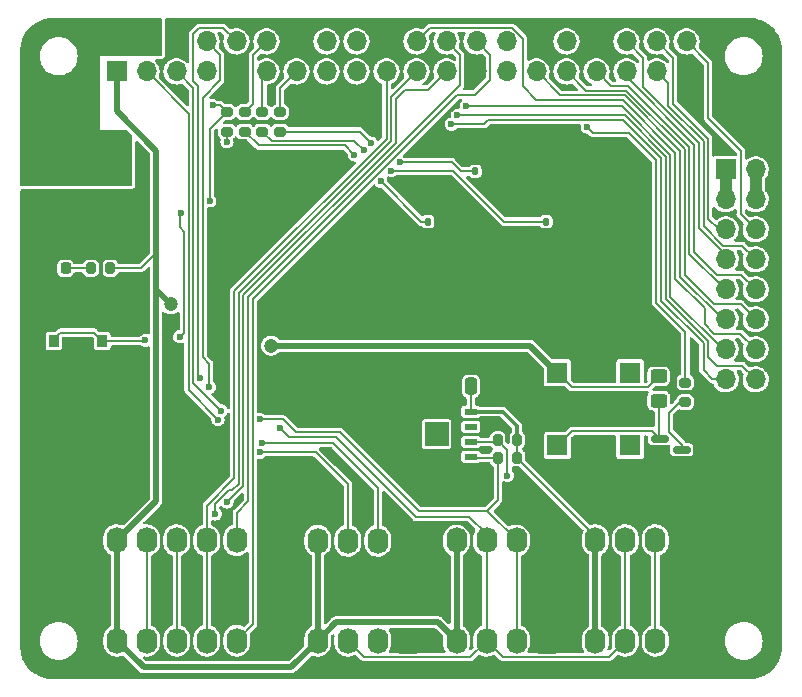
<source format=gbr>
%TF.GenerationSoftware,KiCad,Pcbnew,(6.0.0-rc1-29-g9238b27f63)*%
%TF.CreationDate,2021-12-03T15:56:35+01:00*%
%TF.ProjectId,robolympics_shield,726f626f-6c79-46d7-9069-63735f736869,rev?*%
%TF.SameCoordinates,Original*%
%TF.FileFunction,Copper,L1,Top*%
%TF.FilePolarity,Positive*%
%FSLAX46Y46*%
G04 Gerber Fmt 4.6, Leading zero omitted, Abs format (unit mm)*
G04 Created by KiCad (PCBNEW (6.0.0-rc1-29-g9238b27f63)) date 2021-12-03 15:56:35*
%MOMM*%
%LPD*%
G01*
G04 APERTURE LIST*
G04 Aperture macros list*
%AMRoundRect*
0 Rectangle with rounded corners*
0 $1 Rounding radius*
0 $2 $3 $4 $5 $6 $7 $8 $9 X,Y pos of 4 corners*
0 Add a 4 corners polygon primitive as box body*
4,1,4,$2,$3,$4,$5,$6,$7,$8,$9,$2,$3,0*
0 Add four circle primitives for the rounded corners*
1,1,$1+$1,$2,$3*
1,1,$1+$1,$4,$5*
1,1,$1+$1,$6,$7*
1,1,$1+$1,$8,$9*
0 Add four rect primitives between the rounded corners*
20,1,$1+$1,$2,$3,$4,$5,0*
20,1,$1+$1,$4,$5,$6,$7,0*
20,1,$1+$1,$6,$7,$8,$9,0*
20,1,$1+$1,$8,$9,$2,$3,0*%
G04 Aperture macros list end*
%TA.AperFunction,SMDPad,CuDef*%
%ADD10RoundRect,0.200000X0.200000X0.275000X-0.200000X0.275000X-0.200000X-0.275000X0.200000X-0.275000X0*%
%TD*%
%TA.AperFunction,ComponentPad*%
%ADD11R,2.025000X2.025000*%
%TD*%
%TA.AperFunction,ComponentPad*%
%ADD12C,2.025000*%
%TD*%
%TA.AperFunction,ComponentPad*%
%ADD13RoundRect,0.250000X0.620000X0.845000X-0.620000X0.845000X-0.620000X-0.845000X0.620000X-0.845000X0*%
%TD*%
%TA.AperFunction,ComponentPad*%
%ADD14O,1.740000X2.190000*%
%TD*%
%TA.AperFunction,SMDPad,CuDef*%
%ADD15RoundRect,0.250000X0.250000X0.475000X-0.250000X0.475000X-0.250000X-0.475000X0.250000X-0.475000X0*%
%TD*%
%TA.AperFunction,SMDPad,CuDef*%
%ADD16RoundRect,0.200000X0.275000X-0.200000X0.275000X0.200000X-0.275000X0.200000X-0.275000X-0.200000X0*%
%TD*%
%TA.AperFunction,SMDPad,CuDef*%
%ADD17RoundRect,0.200000X-0.200000X-0.275000X0.200000X-0.275000X0.200000X0.275000X-0.200000X0.275000X0*%
%TD*%
%TA.AperFunction,SMDPad,CuDef*%
%ADD18RoundRect,0.150000X0.587500X0.150000X-0.587500X0.150000X-0.587500X-0.150000X0.587500X-0.150000X0*%
%TD*%
%TA.AperFunction,SMDPad,CuDef*%
%ADD19RoundRect,0.250000X-0.450000X0.325000X-0.450000X-0.325000X0.450000X-0.325000X0.450000X0.325000X0*%
%TD*%
%TA.AperFunction,SMDPad,CuDef*%
%ADD20RoundRect,0.147500X0.147500X0.172500X-0.147500X0.172500X-0.147500X-0.172500X0.147500X-0.172500X0*%
%TD*%
%TA.AperFunction,ComponentPad*%
%ADD21R,1.700000X1.700000*%
%TD*%
%TA.AperFunction,ComponentPad*%
%ADD22O,1.700000X1.700000*%
%TD*%
%TA.AperFunction,SMDPad,CuDef*%
%ADD23R,1.800000X1.800000*%
%TD*%
%TA.AperFunction,SMDPad,CuDef*%
%ADD24RoundRect,0.218750X-0.218750X-0.256250X0.218750X-0.256250X0.218750X0.256250X-0.218750X0.256250X0*%
%TD*%
%TA.AperFunction,SMDPad,CuDef*%
%ADD25R,1.100000X0.500000*%
%TD*%
%TA.AperFunction,SMDPad,CuDef*%
%ADD26R,2.000000X2.000000*%
%TD*%
%TA.AperFunction,SMDPad,CuDef*%
%ADD27R,0.900000X1.000000*%
%TD*%
%TA.AperFunction,SMDPad,CuDef*%
%ADD28R,1.700000X0.800000*%
%TD*%
%TA.AperFunction,ViaPad*%
%ADD29C,0.800000*%
%TD*%
%TA.AperFunction,ViaPad*%
%ADD30C,0.600000*%
%TD*%
%TA.AperFunction,ViaPad*%
%ADD31C,1.200000*%
%TD*%
%TA.AperFunction,Conductor*%
%ADD32C,1.000000*%
%TD*%
%TA.AperFunction,Conductor*%
%ADD33C,0.200000*%
%TD*%
%TA.AperFunction,Conductor*%
%ADD34C,0.500000*%
%TD*%
%TA.AperFunction,Conductor*%
%ADD35C,0.300000*%
%TD*%
G04 APERTURE END LIST*
D10*
%TO.P,R8,1*%
%TO.N,3V3_OUT*%
X109080000Y-81500000D03*
%TO.P,R8,2*%
%TO.N,PI_SCL*%
X107430000Y-81500000D03*
%TD*%
D11*
%TO.P,J3,1,Pin_1*%
%TO.N,GND*%
X75250000Y-62000000D03*
D12*
%TO.P,J3,2,Pin_2*%
%TO.N,+5V*%
X75250000Y-58500000D03*
%TD*%
D13*
%TO.P,J9,1,Pin_1*%
%TO.N,GND*%
X99810000Y-98480000D03*
D14*
%TO.P,J9,2,Pin_2*%
%TO.N,PI_SDA*%
X97270000Y-98480000D03*
%TO.P,J9,3,Pin_3*%
%TO.N,PI_SCL*%
X94730000Y-98480000D03*
%TO.P,J9,4,Pin_4*%
%TO.N,3V3_OUT*%
X92190000Y-98480000D03*
%TD*%
D15*
%TO.P,C1,1*%
%TO.N,3V3_OUT*%
X105155000Y-76930000D03*
%TO.P,C1,2*%
%TO.N,GND*%
X103255000Y-76930000D03*
%TD*%
D16*
%TO.P,R4,1*%
%TO.N,Net-(D4-Pad2)*%
X89000000Y-55375000D03*
%TO.P,R4,2*%
%TO.N,GPIO_27*%
X89000000Y-53725000D03*
%TD*%
D13*
%TO.P,J5,1,Pin_1*%
%TO.N,GND*%
X87870000Y-98480000D03*
D14*
%TO.P,J5,2,Pin_2*%
%TO.N,PI_SPI0_CE1*%
X85330000Y-98480000D03*
%TO.P,J5,3,Pin_3*%
%TO.N,PI_SPI0_MOSI*%
X82790000Y-98480000D03*
%TO.P,J5,4,Pin_4*%
%TO.N,PI_SPI0_MISO*%
X80250000Y-98480000D03*
%TO.P,J5,5,Pin_5*%
%TO.N,PI_SPI0_SCLK*%
X77710000Y-98480000D03*
%TO.P,J5,6,Pin_6*%
%TO.N,3V3_OUT*%
X75170000Y-98480000D03*
%TD*%
D17*
%TO.P,R5,1*%
%TO.N,Net-(D5-Pad2)*%
X72975000Y-66950000D03*
%TO.P,R5,2*%
%TO.N,3V3_OUT*%
X74625000Y-66950000D03*
%TD*%
D16*
%TO.P,R3,1*%
%TO.N,Net-(D3-Pad2)*%
X87500000Y-55375000D03*
%TO.P,R3,2*%
%TO.N,GPIO_17*%
X87500000Y-53725000D03*
%TD*%
%TO.P,R2,1*%
%TO.N,Net-(D2-Pad2)*%
X86000000Y-55375000D03*
%TO.P,R2,2*%
%TO.N,GPIO_18*%
X86000000Y-53725000D03*
%TD*%
D13*
%TO.P,J4,1,Pin_1*%
%TO.N,GND*%
X87870000Y-89980000D03*
D14*
%TO.P,J4,2,Pin_2*%
%TO.N,PI_SPI0_CE0*%
X85330000Y-89980000D03*
%TO.P,J4,3,Pin_3*%
%TO.N,PI_SPI0_MOSI*%
X82790000Y-89980000D03*
%TO.P,J4,4,Pin_4*%
%TO.N,PI_SPI0_MISO*%
X80250000Y-89980000D03*
%TO.P,J4,5,Pin_5*%
%TO.N,PI_SPI0_SCLK*%
X77710000Y-89980000D03*
%TO.P,J4,6,Pin_6*%
%TO.N,3V3_OUT*%
X75170000Y-89980000D03*
%TD*%
D18*
%TO.P,Q1,1,B*%
%TO.N,Net-(Q1-Pad1)*%
X122999511Y-82324511D03*
%TO.P,Q1,2,E*%
%TO.N,GND*%
X122999511Y-80424511D03*
%TO.P,Q1,3,C*%
%TO.N,Net-(D1-Pad2)*%
X121124511Y-81374511D03*
%TD*%
D16*
%TO.P,R1,1*%
%TO.N,Net-(Q1-Pad1)*%
X123312011Y-78274511D03*
%TO.P,R1,2*%
%TO.N,PI_PWM1*%
X123312011Y-76624511D03*
%TD*%
D13*
%TO.P,J11,1,Pin_1*%
%TO.N,GND*%
X123310000Y-98480000D03*
D14*
%TO.P,J11,2,Pin_2*%
%TO.N,PI_SDA*%
X120770000Y-98480000D03*
%TO.P,J11,3,Pin_3*%
%TO.N,PI_SCL*%
X118230000Y-98480000D03*
%TO.P,J11,4,Pin_4*%
%TO.N,3V3_OUT*%
X115690000Y-98480000D03*
%TD*%
D19*
%TO.P,D1,1,K*%
%TO.N,3V3_OUT*%
X121062011Y-76099511D03*
%TO.P,D1,2,A*%
%TO.N,Net-(D1-Pad2)*%
X121062011Y-78149511D03*
%TD*%
D13*
%TO.P,J10,1,Pin_1*%
%TO.N,GND*%
X123310000Y-89980000D03*
D14*
%TO.P,J10,2,Pin_2*%
%TO.N,PI_SDA*%
X120770000Y-89980000D03*
%TO.P,J10,3,Pin_3*%
%TO.N,PI_SCL*%
X118230000Y-89980000D03*
%TO.P,J10,4,Pin_4*%
%TO.N,3V3_OUT*%
X115690000Y-89980000D03*
%TD*%
D20*
%TO.P,D4,1,K*%
%TO.N,GND*%
X106485000Y-58750000D03*
%TO.P,D4,2,A*%
%TO.N,Net-(D4-Pad2)*%
X105515000Y-58750000D03*
%TD*%
D21*
%TO.P,J2,1,Pin_1*%
%TO.N,+5V*%
X126725000Y-58575000D03*
D22*
%TO.P,J2,2,Pin_2*%
%TO.N,3V3_OUT*%
X129265000Y-58575000D03*
%TO.P,J2,3,Pin_3*%
%TO.N,+5V*%
X126725000Y-61115000D03*
%TO.P,J2,4,Pin_4*%
%TO.N,3V3_OUT*%
X129265000Y-61115000D03*
%TO.P,J2,5,Pin_5*%
%TO.N,GPIO_20*%
X126725000Y-63655000D03*
%TO.P,J2,6,Pin_6*%
%TO.N,GPIO_21*%
X129265000Y-63655000D03*
%TO.P,J2,7,Pin_7*%
%TO.N,GPIO_16*%
X126725000Y-66195000D03*
%TO.P,J2,8,Pin_8*%
%TO.N,GPIO_26*%
X129265000Y-66195000D03*
%TO.P,J2,9,Pin_9*%
%TO.N,PI_PWM2*%
X126725000Y-68735000D03*
%TO.P,J2,10,Pin_10*%
%TO.N,GPIO_19*%
X129265000Y-68735000D03*
%TO.P,J2,11,Pin_11*%
%TO.N,GPIO_5*%
X126725000Y-71275000D03*
%TO.P,J2,12,Pin_12*%
%TO.N,GPIO_6*%
X129265000Y-71275000D03*
%TO.P,J2,13,Pin_13*%
%TO.N,GPIO_24*%
X126725000Y-73815000D03*
%TO.P,J2,14,Pin_14*%
%TO.N,GPIO_25*%
X129265000Y-73815000D03*
%TO.P,J2,15,Pin_15*%
%TO.N,GPIO_22*%
X126725000Y-76355000D03*
%TO.P,J2,16,Pin_16*%
%TO.N,GPIO_23*%
X129265000Y-76355000D03*
%TO.P,J2,17,Pin_17*%
%TO.N,GND*%
X126725000Y-78895000D03*
%TO.P,J2,18,Pin_18*%
X129265000Y-78895000D03*
%TO.P,J2,19,Pin_19*%
X126725000Y-81435000D03*
%TO.P,J2,20,Pin_20*%
X129265000Y-81435000D03*
%TD*%
D10*
%TO.P,R7,1*%
%TO.N,3V3_OUT*%
X109080000Y-83000000D03*
%TO.P,R7,2*%
%TO.N,PI_SDA*%
X107430000Y-83000000D03*
%TD*%
D23*
%TO.P,LS1,1*%
%TO.N,N/C*%
X118637011Y-75799511D03*
%TO.P,LS1,2*%
X118637011Y-81949511D03*
%TO.P,LS1,N*%
%TO.N,Net-(D1-Pad2)*%
X112487011Y-81949511D03*
%TO.P,LS1,P*%
%TO.N,3V3_OUT*%
X112487011Y-75799511D03*
%TD*%
D13*
%TO.P,J7,1,Pin_1*%
%TO.N,GND*%
X111560000Y-98480000D03*
D14*
%TO.P,J7,2,Pin_2*%
%TO.N,PI_SDA*%
X109020000Y-98480000D03*
%TO.P,J7,3,Pin_3*%
%TO.N,PI_SCL*%
X106480000Y-98480000D03*
%TO.P,J7,4,Pin_4*%
%TO.N,3V3_OUT*%
X103940000Y-98480000D03*
%TD*%
D20*
%TO.P,D2,1,K*%
%TO.N,GND*%
X102485000Y-63000000D03*
%TO.P,D2,2,A*%
%TO.N,Net-(D2-Pad2)*%
X101515000Y-63000000D03*
%TD*%
D24*
%TO.P,D5,1,K*%
%TO.N,GND*%
X69262500Y-66950000D03*
%TO.P,D5,2,A*%
%TO.N,Net-(D5-Pad2)*%
X70837500Y-66950000D03*
%TD*%
D16*
%TO.P,R6,1*%
%TO.N,3V3_OUT*%
X84500000Y-55375000D03*
%TO.P,R6,2*%
%TO.N,GPIO_4*%
X84500000Y-53725000D03*
%TD*%
D20*
%TO.P,D3,1,K*%
%TO.N,GND*%
X112485000Y-63000000D03*
%TO.P,D3,2,A*%
%TO.N,Net-(D3-Pad2)*%
X111515000Y-63000000D03*
%TD*%
D25*
%TO.P,U1,1,A0*%
%TO.N,GND*%
X99355000Y-79095000D03*
%TO.P,U1,2,A1*%
X99355000Y-80365000D03*
%TO.P,U1,3,A2*%
X99355000Y-81635000D03*
%TO.P,U1,4,GND*%
X99355000Y-82905000D03*
%TO.P,U1,5,SDA*%
%TO.N,PI_SDA*%
X105155000Y-82905000D03*
%TO.P,U1,6,SCL*%
%TO.N,PI_SCL*%
X105155000Y-81635000D03*
%TO.P,U1,7,WP*%
%TO.N,unconnected-(U1-Pad7)*%
X105155000Y-80365000D03*
%TO.P,U1,8,VCC*%
%TO.N,3V3_OUT*%
X105155000Y-79095000D03*
D26*
%TO.P,U1,9*%
%TO.N,N/C*%
X102255000Y-81000000D03*
%TD*%
D13*
%TO.P,J8,1,Pin_1*%
%TO.N,GND*%
X99810000Y-90020000D03*
D14*
%TO.P,J8,2,Pin_2*%
%TO.N,PI_UART0_TX*%
X97270000Y-90020000D03*
%TO.P,J8,3,Pin_3*%
%TO.N,PI_UART0_RX*%
X94730000Y-90020000D03*
%TO.P,J8,4,Pin_4*%
%TO.N,3V3_OUT*%
X92190000Y-90020000D03*
%TD*%
D27*
%TO.P,S1,1,T1*%
%TO.N,GPIO_4*%
X69850000Y-73125000D03*
%TO.P,S1,2,2*%
X73950000Y-73125000D03*
%TO.P,S1,3,3*%
%TO.N,GND*%
X73950000Y-71525000D03*
%TO.P,S1,4,T2*%
X69850000Y-71525000D03*
D28*
%TO.P,S1,5,SHD*%
X71900000Y-73775000D03*
%TD*%
D13*
%TO.P,J6,1,Pin_1*%
%TO.N,GND*%
X111560000Y-90000000D03*
D14*
%TO.P,J6,2,Pin_2*%
%TO.N,PI_SDA*%
X109020000Y-90000000D03*
%TO.P,J6,3,Pin_3*%
%TO.N,PI_SCL*%
X106480000Y-90000000D03*
%TO.P,J6,4,Pin_4*%
%TO.N,3V3_OUT*%
X103940000Y-90000000D03*
%TD*%
D21*
%TO.P,J1,1,Pin_1*%
%TO.N,3V3_OUT*%
X75150000Y-50290000D03*
D22*
%TO.P,J1,2,Pin_2*%
%TO.N,+5V*%
X75150000Y-47750000D03*
%TO.P,J1,3,Pin_3*%
%TO.N,PI_SDA*%
X77690000Y-50290000D03*
%TO.P,J1,4,Pin_4*%
%TO.N,+5V*%
X77690000Y-47750000D03*
%TO.P,J1,5,Pin_5*%
%TO.N,PI_SCL*%
X80230000Y-50290000D03*
%TO.P,J1,6,Pin_6*%
%TO.N,GND*%
X80230000Y-47750000D03*
%TO.P,J1,7,Pin_7*%
%TO.N,GPIO_4*%
X82770000Y-50290000D03*
%TO.P,J1,8,Pin_8*%
%TO.N,PI_UART0_TX*%
X82770000Y-47750000D03*
%TO.P,J1,9,Pin_9*%
%TO.N,GND*%
X85310000Y-50290000D03*
%TO.P,J1,10,Pin_10*%
%TO.N,PI_UART0_RX*%
X85310000Y-47750000D03*
%TO.P,J1,11,Pin_11*%
%TO.N,GPIO_17*%
X87850000Y-50290000D03*
%TO.P,J1,12,Pin_12*%
%TO.N,GPIO_18*%
X87850000Y-47750000D03*
%TO.P,J1,13,Pin_13*%
%TO.N,GPIO_27*%
X90390000Y-50290000D03*
%TO.P,J1,14,Pin_14*%
%TO.N,GND*%
X90390000Y-47750000D03*
%TO.P,J1,15,Pin_15*%
%TO.N,GPIO_22*%
X92930000Y-50290000D03*
%TO.P,J1,16,Pin_16*%
%TO.N,GPIO_23*%
X92930000Y-47750000D03*
%TO.P,J1,17,Pin_17*%
%TO.N,unconnected-(J1-Pad17)*%
X95470000Y-50290000D03*
%TO.P,J1,18,Pin_18*%
%TO.N,GPIO_24*%
X95470000Y-47750000D03*
%TO.P,J1,19,Pin_19*%
%TO.N,PI_SPI0_MOSI*%
X98010000Y-50290000D03*
%TO.P,J1,20,Pin_20*%
%TO.N,GND*%
X98010000Y-47750000D03*
%TO.P,J1,21,Pin_21*%
%TO.N,PI_SPI0_MISO*%
X100550000Y-50290000D03*
%TO.P,J1,22,Pin_22*%
%TO.N,GPIO_25*%
X100550000Y-47750000D03*
%TO.P,J1,23,Pin_23*%
%TO.N,PI_SPI0_SCLK*%
X103090000Y-50290000D03*
%TO.P,J1,24,Pin_24*%
%TO.N,PI_SPI0_CE0*%
X103090000Y-47750000D03*
%TO.P,J1,25,Pin_25*%
%TO.N,GND*%
X105630000Y-50290000D03*
%TO.P,J1,26,Pin_26*%
%TO.N,PI_SPI0_CE1*%
X105630000Y-47750000D03*
%TO.P,J1,27,Pin_27*%
%TO.N,unconnected-(J1-Pad27)*%
X108170000Y-50290000D03*
%TO.P,J1,28,Pin_28*%
%TO.N,unconnected-(J1-Pad28)*%
X108170000Y-47750000D03*
%TO.P,J1,29,Pin_29*%
%TO.N,GPIO_5*%
X110710000Y-50290000D03*
%TO.P,J1,30,Pin_30*%
%TO.N,GND*%
X110710000Y-47750000D03*
%TO.P,J1,31,Pin_31*%
%TO.N,GPIO_6*%
X113250000Y-50290000D03*
%TO.P,J1,32,Pin_32*%
%TO.N,PI_PWM1*%
X113250000Y-47750000D03*
%TO.P,J1,33,Pin_33*%
%TO.N,PI_PWM2*%
X115790000Y-50290000D03*
%TO.P,J1,34,Pin_34*%
%TO.N,GND*%
X115790000Y-47750000D03*
%TO.P,J1,35,Pin_35*%
%TO.N,GPIO_19*%
X118330000Y-50290000D03*
%TO.P,J1,36,Pin_36*%
%TO.N,GPIO_16*%
X118330000Y-47750000D03*
%TO.P,J1,37,Pin_37*%
%TO.N,GPIO_26*%
X120870000Y-50290000D03*
%TO.P,J1,38,Pin_38*%
%TO.N,GPIO_20*%
X120870000Y-47750000D03*
%TO.P,J1,39,Pin_39*%
%TO.N,GND*%
X123410000Y-50290000D03*
%TO.P,J1,40,Pin_40*%
%TO.N,GPIO_21*%
X123410000Y-47750000D03*
%TD*%
D29*
%TO.N,GND*%
X118750000Y-69000000D03*
X90750000Y-68500000D03*
X102750000Y-56250000D03*
X118250000Y-73500000D03*
X69250000Y-93000000D03*
X93250000Y-77250000D03*
X71500000Y-88500000D03*
X97000000Y-71750000D03*
D30*
X84250000Y-75750000D03*
D29*
X89500000Y-61000000D03*
X112000000Y-72500000D03*
X128500000Y-88000000D03*
X115000000Y-57250000D03*
X84500000Y-66250000D03*
X96500000Y-80250000D03*
D30*
%TO.N,PI_UART0_TX*%
X83000000Y-77000000D03*
X87500000Y-81750000D03*
%TO.N,PI_UART0_RX*%
X87299980Y-82524077D03*
X82250000Y-76250000D03*
%TO.N,PI_SPI0_MISO*%
X83500000Y-87750000D03*
%TO.N,PI_SPI0_SCLK*%
X84500000Y-86750000D03*
%TO.N,Net-(D2-Pad2)*%
X95300000Y-57350000D03*
X97528923Y-59578923D03*
%TO.N,Net-(D3-Pad2)*%
X96100000Y-56950000D03*
X98428923Y-58678923D03*
%TO.N,Net-(D4-Pad2)*%
X96700000Y-56350000D03*
X99128923Y-57978923D03*
D31*
%TO.N,3V3_OUT*%
X88250000Y-73500000D03*
X79750000Y-70000000D03*
D30*
X84500000Y-56250000D03*
%TO.N,PI_SDA*%
X83747175Y-79758475D03*
X87299980Y-79750000D03*
%TO.N,PI_SCL*%
X84000000Y-79000000D03*
X108250000Y-84500000D03*
X89000000Y-80500000D03*
%TO.N,PI_PWM1*%
X115000000Y-55000000D03*
%TO.N,GPIO_4*%
X80500000Y-72750000D03*
X83048059Y-61250000D03*
X83300000Y-53150000D03*
X80650500Y-62250000D03*
X77600000Y-73050000D03*
%TO.N,GPIO_22*%
X103500000Y-54750000D03*
%TO.N,GPIO_23*%
X104000000Y-54000000D03*
%TO.N,GPIO_24*%
X104750000Y-53250000D03*
%TD*%
D32*
%TO.N,+5V*%
X126725000Y-61115000D02*
X126725000Y-58575000D01*
D33*
%TO.N,PI_UART0_TX*%
X82448559Y-52500000D02*
X82448559Y-74500000D01*
X87500000Y-81750000D02*
X93500000Y-81750000D01*
X83919511Y-48899511D02*
X83919511Y-51029048D01*
X82770000Y-47750000D02*
X83919511Y-48899511D01*
X93500000Y-81750000D02*
X97270000Y-85520000D01*
X97270000Y-85520000D02*
X97270000Y-90020000D01*
X83919511Y-51029048D02*
X82448559Y-52500000D01*
X83000000Y-75051441D02*
X83000000Y-77000000D01*
X82448559Y-74500000D02*
X83000000Y-75051441D01*
%TO.N,PI_UART0_RX*%
X81620489Y-47129511D02*
X81620489Y-51115483D01*
X82049039Y-51544033D02*
X82049039Y-51750000D01*
X84160489Y-46600489D02*
X82149511Y-46600489D01*
X94730000Y-85230000D02*
X94730000Y-90020000D01*
X92024077Y-82524077D02*
X94730000Y-85230000D01*
X82049039Y-74450961D02*
X82049039Y-76049039D01*
X81620489Y-51115483D02*
X82049039Y-51544033D01*
X82049039Y-76049039D02*
X82250000Y-76250000D01*
X85310000Y-47750000D02*
X84160489Y-46600489D01*
X82049039Y-51750000D02*
X82049039Y-74450961D01*
X82149511Y-46600489D02*
X81620489Y-47129511D01*
X87299980Y-82524077D02*
X92024077Y-82524077D01*
%TO.N,PI_SPI0_MOSI*%
X98010000Y-50290000D02*
X98010000Y-55990000D01*
X98010000Y-55990000D02*
X85100480Y-68899520D01*
X82790000Y-87047156D02*
X82790000Y-89980000D01*
X82790000Y-98480000D02*
X82790000Y-89980000D01*
X85100480Y-84736676D02*
X82790000Y-87047156D01*
X85100480Y-68899520D02*
X85100480Y-84736676D01*
%TO.N,PI_SPI0_MISO*%
X98409519Y-56155487D02*
X85500000Y-69065006D01*
X80250000Y-98480000D02*
X80250000Y-89980000D01*
X83500000Y-86902162D02*
X83500000Y-87750000D01*
X98409520Y-52430480D02*
X98409519Y-56155487D01*
X85500000Y-69065006D02*
X85499999Y-85184995D01*
X85499999Y-85184995D02*
X84967497Y-85717497D01*
X100550000Y-50290000D02*
X98409520Y-52430480D01*
X84967497Y-85717497D02*
X84684665Y-85717497D01*
X84684665Y-85717497D02*
X83500000Y-86902162D01*
%TO.N,PI_SPI0_SCLK*%
X85901441Y-69228571D02*
X85901441Y-81098559D01*
X85901441Y-85348559D02*
X84500000Y-86750000D01*
X98809038Y-56320974D02*
X85901441Y-69228571D01*
X85901441Y-81098559D02*
X85901441Y-85348559D01*
X103090000Y-50290000D02*
X101552497Y-51827503D01*
X77710000Y-98480000D02*
X77710000Y-89980000D01*
X99577503Y-51827503D02*
X98809040Y-52595966D01*
X98809040Y-52595966D02*
X98809038Y-56320974D01*
X101552497Y-51827503D02*
X99577503Y-51827503D01*
%TO.N,PI_SPI0_CE0*%
X104239511Y-48899511D02*
X104239511Y-51455507D01*
X103090000Y-47750000D02*
X104239511Y-48899511D01*
X86300961Y-86699039D02*
X85330000Y-87670000D01*
X85330000Y-87670000D02*
X85330000Y-89980000D01*
X104239511Y-51455507D02*
X86300961Y-69394057D01*
X86300961Y-69394057D02*
X86300961Y-86699039D01*
%TO.N,Net-(D1-Pad2)*%
X121124511Y-81374511D02*
X120500000Y-80750000D01*
X121062011Y-81312011D02*
X121124511Y-81374511D01*
X120500000Y-80750000D02*
X113686522Y-80750000D01*
X121062011Y-78149511D02*
X121062011Y-81312011D01*
X113686522Y-80750000D02*
X112487011Y-81949511D01*
%TO.N,Net-(Q1-Pad1)*%
X121898209Y-79213313D02*
X121898209Y-80774991D01*
X122999511Y-81876293D02*
X122999511Y-82324511D01*
X122837011Y-78274511D02*
X121898209Y-79213313D01*
X123312011Y-78274511D02*
X122837011Y-78274511D01*
X121898209Y-80774991D02*
X122999511Y-81876293D01*
%TO.N,Net-(D2-Pad2)*%
X97528923Y-59578923D02*
X100950000Y-63000000D01*
X87175000Y-56550000D02*
X89700000Y-56550000D01*
X100950000Y-63000000D02*
X101515000Y-63000000D01*
X86000000Y-55375000D02*
X87175000Y-56550000D01*
X94500000Y-56550000D02*
X95300000Y-57350000D01*
X89700000Y-56550000D02*
X94500000Y-56550000D01*
%TO.N,Net-(D3-Pad2)*%
X88275000Y-56150000D02*
X92500000Y-56150000D01*
X92500000Y-56150000D02*
X95300000Y-56150000D01*
X107950000Y-63000000D02*
X111515000Y-63000000D01*
X87500000Y-55375000D02*
X88275000Y-56150000D01*
X95300000Y-56150000D02*
X96100000Y-56950000D01*
X98428923Y-58678923D02*
X103628923Y-58678923D01*
X103628923Y-58678923D02*
X107950000Y-63000000D01*
%TO.N,Net-(D4-Pad2)*%
X89000000Y-55375000D02*
X95725000Y-55375000D01*
X95725000Y-55375000D02*
X96700000Y-56350000D01*
X104300000Y-58750000D02*
X105515000Y-58750000D01*
X103528923Y-57978923D02*
X104300000Y-58750000D01*
X99128923Y-57978923D02*
X103528923Y-57978923D01*
D34*
%TO.N,3V3_OUT*%
X75150000Y-53650000D02*
X78500000Y-57000000D01*
X78500000Y-68500000D02*
X78500000Y-86650000D01*
D33*
X84500000Y-55375000D02*
X84500000Y-56250000D01*
D34*
X92190000Y-98480000D02*
X89920000Y-100750000D01*
X78500000Y-57000000D02*
X78500000Y-65650000D01*
D35*
X109080000Y-80330000D02*
X109080000Y-81500000D01*
D33*
X105155000Y-79095000D02*
X105155000Y-76930000D01*
D35*
X105155000Y-79095000D02*
X107845000Y-79095000D01*
D34*
X78500000Y-68500000D02*
X78500000Y-68750000D01*
X78500000Y-68750000D02*
X79750000Y-70000000D01*
X92190000Y-90020000D02*
X92190000Y-98480000D01*
X102395480Y-96935480D02*
X103940000Y-98480000D01*
X112487011Y-75799511D02*
X110187500Y-73500000D01*
X75170000Y-89980000D02*
X75170000Y-98480000D01*
X110187500Y-73500000D02*
X99250000Y-73500000D01*
X103940000Y-90000000D02*
X103940000Y-98480000D01*
D32*
X129265000Y-61115000D02*
X129265000Y-58575000D01*
D34*
X78500000Y-86650000D02*
X75170000Y-89980000D01*
X99250000Y-73500000D02*
X88250000Y-73500000D01*
D33*
X109080000Y-83000000D02*
X109080000Y-81500000D01*
D34*
X92190000Y-98480000D02*
X93734520Y-96935480D01*
D33*
X77200000Y-66950000D02*
X78500000Y-65650000D01*
D34*
X78500000Y-65650000D02*
X78500000Y-68500000D01*
D33*
X120162500Y-76999022D02*
X113686522Y-76999022D01*
X109080000Y-83000000D02*
X115690000Y-89610000D01*
D34*
X77440000Y-100750000D02*
X75170000Y-98480000D01*
D33*
X115690000Y-89610000D02*
X115690000Y-89980000D01*
X74625000Y-66950000D02*
X77200000Y-66950000D01*
X113686522Y-76999022D02*
X112487011Y-75799511D01*
X121062011Y-76099511D02*
X120162500Y-76999022D01*
D34*
X93734520Y-96935480D02*
X102395480Y-96935480D01*
X75150000Y-50290000D02*
X75150000Y-53650000D01*
X115690000Y-89980000D02*
X115690000Y-98480000D01*
X89920000Y-100750000D02*
X77440000Y-100750000D01*
D35*
X107845000Y-79095000D02*
X109080000Y-80330000D01*
D33*
%TO.N,PI_SDA*%
X87299980Y-79750000D02*
X89250000Y-79750000D01*
X107430000Y-86590000D02*
X107430000Y-83000000D01*
X81250000Y-53850000D02*
X81250000Y-57750000D01*
X100750000Y-87500000D02*
X106520000Y-87500000D01*
X89250000Y-79750000D02*
X90350480Y-80850480D01*
X81250000Y-57750000D02*
X81250000Y-77261300D01*
X120770000Y-89980000D02*
X120770000Y-98480000D01*
X109020000Y-90000000D02*
X109020000Y-98480000D01*
X81250000Y-77261300D02*
X83747175Y-79758475D01*
X106520000Y-87500000D02*
X107430000Y-86590000D01*
X106520000Y-87500000D02*
X109020000Y-90000000D01*
X105250000Y-83000000D02*
X105155000Y-82905000D01*
X77690000Y-50290000D02*
X81250000Y-53850000D01*
X90350480Y-80850480D02*
X94100480Y-80850480D01*
X107430000Y-83000000D02*
X105250000Y-83000000D01*
X94100480Y-80850480D02*
X100750000Y-87500000D01*
%TO.N,PI_SCL*%
X106480000Y-89480000D02*
X106480000Y-90000000D01*
X116835480Y-99874520D02*
X118230000Y-98480000D01*
X108250000Y-82320000D02*
X107430000Y-81500000D01*
X81649520Y-58000000D02*
X81649520Y-76649520D01*
X118230000Y-98480000D02*
X118230000Y-89980000D01*
X100500000Y-88000000D02*
X105000000Y-88000000D01*
X89000000Y-80500000D02*
X89750000Y-81250000D01*
X81649520Y-51709520D02*
X81649520Y-58000000D01*
X81649520Y-76649520D02*
X84000000Y-79000000D01*
X93750000Y-81250000D02*
X100500000Y-88000000D01*
X80230000Y-50290000D02*
X81649520Y-51709520D01*
X89750000Y-81250000D02*
X93750000Y-81250000D01*
X107295000Y-81635000D02*
X107430000Y-81500000D01*
X106480000Y-98480000D02*
X107874520Y-99874520D01*
X96124520Y-99874520D02*
X105085480Y-99874520D01*
X105085480Y-99874520D02*
X106480000Y-98480000D01*
X106480000Y-90000000D02*
X106480000Y-98480000D01*
X108250000Y-84500000D02*
X108250000Y-82320000D01*
X94730000Y-98480000D02*
X96124520Y-99874520D01*
X107874520Y-99874520D02*
X116835480Y-99874520D01*
X105155000Y-81635000D02*
X107295000Y-81635000D01*
X105000000Y-88000000D02*
X106480000Y-89480000D01*
%TO.N,PI_SPI0_CE1*%
X105630000Y-47750000D02*
X106779511Y-48899511D01*
X106779511Y-50970489D02*
X105494988Y-52255012D01*
X106779511Y-48899511D02*
X106779511Y-50970489D01*
X104005012Y-52255012D02*
X86700480Y-69559544D01*
X105494988Y-52255012D02*
X104005012Y-52255012D01*
X86700480Y-69559544D02*
X86700480Y-97109520D01*
X86700480Y-97109520D02*
X85330000Y-98480000D01*
%TO.N,PI_PWM1*%
X115000000Y-55000000D02*
X115500000Y-55500000D01*
X120855283Y-69865307D02*
X123312011Y-72322035D01*
X123312011Y-72322035D02*
X123312011Y-76624511D01*
X120855280Y-57820346D02*
X120855283Y-69865307D01*
X118534934Y-55500000D02*
X120855280Y-57820346D01*
X115500000Y-55500000D02*
X118534934Y-55500000D01*
%TO.N,PI_PWM2*%
X123651922Y-65716928D02*
X126669994Y-68735000D01*
X126669994Y-68735000D02*
X126725000Y-68735000D01*
X118494988Y-51505012D02*
X123651920Y-56661944D01*
X123651921Y-63901921D02*
X123651922Y-65716928D01*
X123651920Y-56661944D02*
X123651921Y-63901921D01*
X115790000Y-50290000D02*
X117005012Y-51505012D01*
X117005012Y-51505012D02*
X118494988Y-51505012D01*
%TO.N,GPIO_19*%
X118330000Y-50290000D02*
X118330000Y-50775018D01*
X128030000Y-67500000D02*
X129265000Y-68735000D01*
X126000000Y-67500000D02*
X128030000Y-67500000D01*
X124051440Y-56496458D02*
X124051441Y-65551441D01*
X118330000Y-50775018D02*
X124051440Y-56496458D01*
X124051441Y-65551441D02*
X126000000Y-67500000D01*
%TO.N,GPIO_16*%
X126725000Y-65845661D02*
X126725000Y-66195000D01*
X118330000Y-47750000D02*
X119720489Y-49140489D01*
X124450961Y-63571622D02*
X126725000Y-65845661D01*
X119720489Y-49140489D02*
X119720489Y-51600501D01*
X119720489Y-51600501D02*
X124450960Y-56330972D01*
X124450960Y-56330972D02*
X124450961Y-63571622D01*
%TO.N,GPIO_26*%
X128115489Y-65045489D02*
X129265000Y-66195000D01*
X126489834Y-65045489D02*
X128115489Y-65045489D01*
X121860970Y-53175976D02*
X124850480Y-56165486D01*
X124850480Y-56165486D02*
X124850480Y-63406135D01*
X124850480Y-63406135D02*
X126489834Y-65045489D01*
X120870000Y-50290000D02*
X121860969Y-51280969D01*
X121860969Y-51280969D02*
X121860970Y-53175976D01*
%TO.N,GPIO_20*%
X125250000Y-62750000D02*
X126155000Y-63655000D01*
X125250000Y-56000000D02*
X125250000Y-62750000D01*
X122260489Y-49140489D02*
X122260489Y-53010489D01*
X126155000Y-63655000D02*
X126725000Y-63655000D01*
X122260489Y-53010489D02*
X125250000Y-56000000D01*
X120870000Y-47750000D02*
X122260489Y-49140489D01*
%TO.N,GPIO_21*%
X128000000Y-57000000D02*
X128000000Y-62390000D01*
X125250000Y-54250000D02*
X128000000Y-57000000D01*
X128000000Y-62390000D02*
X129265000Y-63655000D01*
X123410000Y-47750000D02*
X125250000Y-49590000D01*
X125250000Y-49590000D02*
X125250000Y-54250000D01*
%TO.N,Net-(D5-Pad2)*%
X70837500Y-66950000D02*
X72975000Y-66950000D01*
%TO.N,GPIO_4*%
X69850000Y-72950000D02*
X70400000Y-72400000D01*
X83048059Y-57250000D02*
X83048059Y-55176941D01*
X80850480Y-72250000D02*
X80850480Y-63850480D01*
X70400000Y-72400000D02*
X73225000Y-72400000D01*
X83925000Y-53150000D02*
X84500000Y-53725000D01*
X80850480Y-63850480D02*
X80500000Y-63500000D01*
X69850000Y-73125000D02*
X69850000Y-72950000D01*
X80500000Y-63500000D02*
X80500000Y-62400500D01*
X77525000Y-73125000D02*
X73950000Y-73125000D01*
X80850480Y-72399520D02*
X80500000Y-72750000D01*
X83048059Y-55176941D02*
X84500000Y-53725000D01*
X77600000Y-73050000D02*
X77525000Y-73125000D01*
X80500000Y-62400500D02*
X80650500Y-62250000D01*
X80850480Y-72250000D02*
X80850480Y-72399520D01*
X73225000Y-72400000D02*
X73950000Y-73125000D01*
X83300000Y-53150000D02*
X83925000Y-53150000D01*
X83048059Y-57250000D02*
X83048059Y-61250000D01*
%TO.N,GPIO_17*%
X87500000Y-53725000D02*
X87500000Y-50640000D01*
X87500000Y-50640000D02*
X87850000Y-50290000D01*
%TO.N,GPIO_18*%
X86700489Y-53024511D02*
X86000000Y-53725000D01*
X87850000Y-47750000D02*
X86700489Y-48899511D01*
X86700489Y-48899511D02*
X86700489Y-53024511D01*
%TO.N,GPIO_27*%
X89000000Y-51680000D02*
X90390000Y-50290000D01*
X89000000Y-53725000D02*
X89000000Y-51680000D01*
%TO.N,GPIO_22*%
X106250000Y-54750000D02*
X106600480Y-54399520D01*
X124850480Y-75600480D02*
X125605000Y-76355000D01*
X121254802Y-69699820D02*
X124850480Y-73295498D01*
X103500000Y-54750000D02*
X106250000Y-54750000D01*
X106600480Y-54399520D02*
X117999460Y-54399520D01*
X121254801Y-63750000D02*
X121254802Y-69699820D01*
X121254800Y-57654860D02*
X121254801Y-63750000D01*
X125605000Y-76355000D02*
X126725000Y-76355000D01*
X117999460Y-54399520D02*
X121254800Y-57654860D01*
X124850480Y-73295498D02*
X124850480Y-75600480D01*
%TO.N,GPIO_23*%
X125955489Y-75205489D02*
X128115489Y-75205489D01*
X125250000Y-74500000D02*
X125955489Y-75205489D01*
X128115489Y-75205489D02*
X129265000Y-76355000D01*
X104000000Y-54000000D02*
X118164946Y-54000000D01*
X121654321Y-69534333D02*
X125250000Y-73130012D01*
X121654320Y-57489374D02*
X121654321Y-69534333D01*
X118164946Y-54000000D02*
X121654320Y-57489374D01*
X125250000Y-73130012D02*
X125250000Y-74500000D01*
%TO.N,GPIO_24*%
X104750000Y-53250000D02*
X117979952Y-53250000D01*
X117979952Y-53250000D02*
X122053840Y-57323888D01*
X126499994Y-73815000D02*
X126725000Y-73815000D01*
X122053840Y-69368846D02*
X126499994Y-73815000D01*
X122053840Y-57323888D02*
X122053840Y-69368846D01*
%TO.N,GPIO_25*%
X117998530Y-52703572D02*
X122453360Y-57158402D01*
X110703572Y-52703572D02*
X117998530Y-52703572D01*
X124934994Y-70315006D02*
X124934994Y-71684994D01*
X108646144Y-46600489D02*
X109560489Y-47514834D01*
X122453362Y-67833374D02*
X124934994Y-70315006D01*
X122453360Y-59500000D02*
X122453362Y-67833374D01*
X109560489Y-51560489D02*
X110703572Y-52703572D01*
X109560489Y-47514834D02*
X109560489Y-51560489D01*
X100550000Y-47750000D02*
X101699511Y-46600489D01*
X124934994Y-71684994D02*
X125750000Y-72500000D01*
X125750000Y-72500000D02*
X127950000Y-72500000D01*
X122453360Y-57158402D02*
X122453360Y-59500000D01*
X127950000Y-72500000D02*
X129265000Y-73815000D01*
X101699511Y-46600489D02*
X108646144Y-46600489D01*
%TO.N,GPIO_5*%
X118164016Y-52304052D02*
X122852880Y-56992916D01*
X110710000Y-50290000D02*
X112724052Y-52304052D01*
X122852880Y-56992916D02*
X122852881Y-67667887D01*
X122852881Y-67667887D02*
X126459994Y-71275000D01*
X112724052Y-52304052D02*
X118164016Y-52304052D01*
X126459994Y-71275000D02*
X126725000Y-71275000D01*
%TO.N,GPIO_6*%
X118329502Y-51904532D02*
X123252400Y-56827430D01*
X123252400Y-67502400D02*
X125750000Y-70000000D01*
X123252400Y-56827430D02*
X123252400Y-67502400D01*
X127990000Y-70000000D02*
X129265000Y-71275000D01*
X114864532Y-51904532D02*
X118329502Y-51904532D01*
X125750000Y-70000000D02*
X127990000Y-70000000D01*
X113250000Y-50290000D02*
X114864532Y-51904532D01*
%TD*%
%TA.AperFunction,Conductor*%
%TO.N,+5V*%
G36*
X78942121Y-45774003D02*
G01*
X78988614Y-45827659D01*
X79000000Y-45880001D01*
X79000000Y-48874000D01*
X78979998Y-48942121D01*
X78926342Y-48988614D01*
X78874000Y-49000000D01*
X73750000Y-49000000D01*
X73750000Y-55250000D01*
X75984339Y-55250000D01*
X76052460Y-55270002D01*
X76073434Y-55286905D01*
X76463095Y-55676566D01*
X76497121Y-55738878D01*
X76500000Y-55765661D01*
X76500000Y-59874000D01*
X76479998Y-59942121D01*
X76426342Y-59988614D01*
X76374000Y-60000000D01*
X67130001Y-60000000D01*
X67061880Y-59979998D01*
X67015387Y-59926342D01*
X67004001Y-59874000D01*
X67004001Y-49000000D01*
X68640539Y-49000000D01*
X68660354Y-49251775D01*
X68661508Y-49256582D01*
X68661509Y-49256588D01*
X68672332Y-49301667D01*
X68719312Y-49497351D01*
X68721205Y-49501922D01*
X68721206Y-49501924D01*
X68797399Y-49685869D01*
X68815960Y-49730680D01*
X68947919Y-49946017D01*
X69111939Y-50138061D01*
X69303983Y-50302081D01*
X69519320Y-50434040D01*
X69523890Y-50435933D01*
X69523894Y-50435935D01*
X69748076Y-50528794D01*
X69752649Y-50530688D01*
X69828694Y-50548945D01*
X69993412Y-50588491D01*
X69993418Y-50588492D01*
X69998225Y-50589646D01*
X70250000Y-50609461D01*
X70501775Y-50589646D01*
X70506582Y-50588492D01*
X70506588Y-50588491D01*
X70671306Y-50548945D01*
X70747351Y-50530688D01*
X70751924Y-50528794D01*
X70976106Y-50435935D01*
X70976110Y-50435933D01*
X70980680Y-50434040D01*
X71196017Y-50302081D01*
X71388061Y-50138061D01*
X71552081Y-49946017D01*
X71684040Y-49730680D01*
X71702602Y-49685869D01*
X71778794Y-49501924D01*
X71778795Y-49501922D01*
X71780688Y-49497351D01*
X71827668Y-49301667D01*
X71838491Y-49256588D01*
X71838492Y-49256582D01*
X71839646Y-49251775D01*
X71859461Y-49000000D01*
X71839646Y-48748225D01*
X71838492Y-48743418D01*
X71838491Y-48743412D01*
X71781843Y-48507461D01*
X71780688Y-48502649D01*
X71771510Y-48480492D01*
X71685935Y-48273894D01*
X71685933Y-48273890D01*
X71684040Y-48269320D01*
X71552081Y-48053983D01*
X71388061Y-47861939D01*
X71196017Y-47697919D01*
X70980680Y-47565960D01*
X70976110Y-47564067D01*
X70976106Y-47564065D01*
X70751924Y-47471206D01*
X70751922Y-47471205D01*
X70747351Y-47469312D01*
X70661135Y-47448613D01*
X70506588Y-47411509D01*
X70506582Y-47411508D01*
X70501775Y-47410354D01*
X70250000Y-47390539D01*
X69998225Y-47410354D01*
X69993418Y-47411508D01*
X69993412Y-47411509D01*
X69838865Y-47448613D01*
X69752649Y-47469312D01*
X69748078Y-47471205D01*
X69748076Y-47471206D01*
X69523894Y-47564065D01*
X69523890Y-47564067D01*
X69519320Y-47565960D01*
X69303983Y-47697919D01*
X69111939Y-47861939D01*
X68947919Y-48053983D01*
X68815960Y-48269320D01*
X68814067Y-48273890D01*
X68814065Y-48273894D01*
X68728490Y-48480492D01*
X68719312Y-48502649D01*
X68718157Y-48507461D01*
X68661509Y-48743412D01*
X68661508Y-48743418D01*
X68660354Y-48748225D01*
X68640539Y-49000000D01*
X67004001Y-49000000D01*
X67004001Y-48537426D01*
X67006422Y-48512845D01*
X67008977Y-48500001D01*
X67006557Y-48487831D01*
X67006557Y-48475420D01*
X67006758Y-48475420D01*
X67005993Y-48464529D01*
X67016956Y-48269320D01*
X67020871Y-48199608D01*
X67022452Y-48185571D01*
X67071664Y-47895935D01*
X67074808Y-47882160D01*
X67128631Y-47695335D01*
X67156142Y-47599845D01*
X67160803Y-47586524D01*
X67273235Y-47315089D01*
X67279364Y-47302362D01*
X67421475Y-47045233D01*
X67428992Y-47033270D01*
X67598995Y-46793672D01*
X67607805Y-46782624D01*
X67803571Y-46563562D01*
X67813562Y-46553571D01*
X68032624Y-46357805D01*
X68043672Y-46348995D01*
X68283270Y-46178992D01*
X68295233Y-46171475D01*
X68463478Y-46078489D01*
X68552366Y-46029362D01*
X68565089Y-46023235D01*
X68836524Y-45910803D01*
X68849845Y-45906142D01*
X69045401Y-45849803D01*
X69132160Y-45824808D01*
X69145935Y-45821664D01*
X69290753Y-45797058D01*
X69435576Y-45772451D01*
X69449608Y-45770871D01*
X69714532Y-45755993D01*
X69725420Y-45756758D01*
X69725420Y-45756557D01*
X69737831Y-45756557D01*
X69750001Y-45758977D01*
X69762848Y-45756422D01*
X69787426Y-45754001D01*
X78874000Y-45754001D01*
X78942121Y-45774003D01*
G37*
%TD.AperFunction*%
%TD*%
%TA.AperFunction,Conductor*%
%TO.N,GND*%
G36*
X128737154Y-45756422D02*
G01*
X128750001Y-45758977D01*
X128762171Y-45756557D01*
X128774582Y-45756557D01*
X128774582Y-45756758D01*
X128785470Y-45755993D01*
X129050394Y-45770871D01*
X129064426Y-45772451D01*
X129209249Y-45797058D01*
X129354067Y-45821664D01*
X129367842Y-45824808D01*
X129372018Y-45826011D01*
X129650157Y-45906142D01*
X129663478Y-45910803D01*
X129934913Y-46023235D01*
X129947636Y-46029362D01*
X130036524Y-46078489D01*
X130204769Y-46171475D01*
X130216732Y-46178992D01*
X130331159Y-46260182D01*
X130437917Y-46335930D01*
X130456330Y-46348995D01*
X130467377Y-46357804D01*
X130499002Y-46386066D01*
X130686440Y-46553571D01*
X130696430Y-46563561D01*
X130864630Y-46751776D01*
X130892197Y-46782624D01*
X130901006Y-46793670D01*
X130940730Y-46849657D01*
X131071010Y-47033270D01*
X131078527Y-47045233D01*
X131127938Y-47134635D01*
X131219833Y-47300905D01*
X131220638Y-47302362D01*
X131226767Y-47315089D01*
X131339199Y-47586524D01*
X131343860Y-47599845D01*
X131400199Y-47795401D01*
X131425194Y-47882160D01*
X131428338Y-47895935D01*
X131433977Y-47929123D01*
X131475310Y-48172385D01*
X131477550Y-48185571D01*
X131479131Y-48199608D01*
X131493684Y-48458734D01*
X131494009Y-48464529D01*
X131493244Y-48475420D01*
X131493445Y-48475420D01*
X131493445Y-48487831D01*
X131491025Y-48500001D01*
X131493580Y-48512845D01*
X131496001Y-48537426D01*
X131496001Y-98962576D01*
X131493580Y-98987154D01*
X131491025Y-99000001D01*
X131493445Y-99012171D01*
X131493445Y-99024582D01*
X131493244Y-99024582D01*
X131494009Y-99035470D01*
X131481308Y-99261638D01*
X131479132Y-99300390D01*
X131477550Y-99314431D01*
X131428338Y-99604067D01*
X131425194Y-99617842D01*
X131406059Y-99684260D01*
X131343860Y-99900157D01*
X131339199Y-99913478D01*
X131226769Y-100184909D01*
X131220640Y-100197636D01*
X131150061Y-100325338D01*
X131078527Y-100454769D01*
X131071010Y-100466732D01*
X130901007Y-100706330D01*
X130892197Y-100717378D01*
X130696431Y-100936440D01*
X130686441Y-100946430D01*
X130497061Y-101115671D01*
X130467378Y-101142197D01*
X130456332Y-101151006D01*
X130414989Y-101180340D01*
X130216732Y-101321010D01*
X130204769Y-101328527D01*
X129947636Y-101470640D01*
X129934913Y-101476767D01*
X129663478Y-101589199D01*
X129650157Y-101593860D01*
X129454601Y-101650199D01*
X129367842Y-101675194D01*
X129354067Y-101678338D01*
X129209249Y-101702944D01*
X129064426Y-101727551D01*
X129050394Y-101729131D01*
X128785470Y-101744009D01*
X128774582Y-101743244D01*
X128774582Y-101743445D01*
X128762171Y-101743445D01*
X128750001Y-101741025D01*
X128737154Y-101743580D01*
X128712576Y-101746001D01*
X69787426Y-101746001D01*
X69762848Y-101743580D01*
X69750001Y-101741025D01*
X69737831Y-101743445D01*
X69725420Y-101743445D01*
X69725420Y-101743244D01*
X69714532Y-101744009D01*
X69449608Y-101729131D01*
X69435576Y-101727551D01*
X69290753Y-101702944D01*
X69145935Y-101678338D01*
X69132160Y-101675194D01*
X69045401Y-101650199D01*
X68849845Y-101593860D01*
X68836524Y-101589199D01*
X68565089Y-101476767D01*
X68552366Y-101470640D01*
X68295233Y-101328527D01*
X68283270Y-101321010D01*
X68085013Y-101180340D01*
X68043670Y-101151006D01*
X68032624Y-101142197D01*
X68002942Y-101115671D01*
X67813561Y-100946430D01*
X67803571Y-100936440D01*
X67607805Y-100717378D01*
X67598995Y-100706330D01*
X67428992Y-100466732D01*
X67421475Y-100454769D01*
X67349941Y-100325338D01*
X67279362Y-100197636D01*
X67273233Y-100184909D01*
X67160803Y-99913478D01*
X67156142Y-99900157D01*
X67093943Y-99684260D01*
X67074808Y-99617842D01*
X67071664Y-99604067D01*
X67022452Y-99314431D01*
X67020870Y-99300390D01*
X67018694Y-99261638D01*
X67005993Y-99035470D01*
X67006758Y-99024582D01*
X67006557Y-99024582D01*
X67006557Y-99012171D01*
X67008977Y-99000001D01*
X67006422Y-98987154D01*
X67004001Y-98962576D01*
X67004001Y-98500000D01*
X68640539Y-98500000D01*
X68660354Y-98751775D01*
X68661508Y-98756582D01*
X68661509Y-98756588D01*
X68691017Y-98879495D01*
X68719312Y-98997351D01*
X68721205Y-99001922D01*
X68721206Y-99001924D01*
X68813545Y-99224849D01*
X68815960Y-99230680D01*
X68947919Y-99446017D01*
X69111939Y-99638061D01*
X69303983Y-99802081D01*
X69519320Y-99934040D01*
X69523890Y-99935933D01*
X69523894Y-99935935D01*
X69748076Y-100028794D01*
X69752649Y-100030688D01*
X69838865Y-100051387D01*
X69993412Y-100088491D01*
X69993418Y-100088492D01*
X69998225Y-100089646D01*
X70250000Y-100109461D01*
X70501775Y-100089646D01*
X70506582Y-100088492D01*
X70506588Y-100088491D01*
X70661135Y-100051387D01*
X70747351Y-100030688D01*
X70751924Y-100028794D01*
X70976106Y-99935935D01*
X70976110Y-99935933D01*
X70980680Y-99934040D01*
X71196017Y-99802081D01*
X71388061Y-99638061D01*
X71552081Y-99446017D01*
X71684040Y-99230680D01*
X71686456Y-99224849D01*
X71778794Y-99001924D01*
X71778795Y-99001922D01*
X71780688Y-98997351D01*
X71808983Y-98879495D01*
X71838491Y-98756588D01*
X71838492Y-98756582D01*
X71839646Y-98751775D01*
X71859461Y-98500000D01*
X71839646Y-98248225D01*
X71838492Y-98243418D01*
X71838491Y-98243412D01*
X71781843Y-98007461D01*
X71780688Y-98002649D01*
X71750017Y-97928603D01*
X71685935Y-97773894D01*
X71685933Y-97773890D01*
X71684040Y-97769320D01*
X71552081Y-97553983D01*
X71388061Y-97361939D01*
X71196017Y-97197919D01*
X70980680Y-97065960D01*
X70976110Y-97064067D01*
X70976106Y-97064065D01*
X70751924Y-96971206D01*
X70751922Y-96971205D01*
X70747351Y-96969312D01*
X70661135Y-96948613D01*
X70506588Y-96911509D01*
X70506582Y-96911508D01*
X70501775Y-96910354D01*
X70250000Y-96890539D01*
X69998225Y-96910354D01*
X69993418Y-96911508D01*
X69993412Y-96911509D01*
X69838865Y-96948613D01*
X69752649Y-96969312D01*
X69748078Y-96971205D01*
X69748076Y-96971206D01*
X69523894Y-97064065D01*
X69523890Y-97064067D01*
X69519320Y-97065960D01*
X69303983Y-97197919D01*
X69111939Y-97361939D01*
X68947919Y-97553983D01*
X68815960Y-97769320D01*
X68814067Y-97773890D01*
X68814065Y-97773894D01*
X68749983Y-97928603D01*
X68719312Y-98002649D01*
X68718157Y-98007461D01*
X68661509Y-98243412D01*
X68661508Y-98243418D01*
X68660354Y-98248225D01*
X68640539Y-98500000D01*
X67004001Y-98500000D01*
X67004001Y-66648947D01*
X70145500Y-66648947D01*
X70145501Y-67251052D01*
X70151786Y-67308919D01*
X70199372Y-67435853D01*
X70280670Y-67544330D01*
X70389147Y-67625628D01*
X70397548Y-67628778D01*
X70397551Y-67628779D01*
X70473475Y-67657242D01*
X70516081Y-67673214D01*
X70523934Y-67674067D01*
X70523938Y-67674068D01*
X70570548Y-67679131D01*
X70570552Y-67679131D01*
X70573947Y-67679500D01*
X70837461Y-67679500D01*
X71101052Y-67679499D01*
X71158919Y-67673214D01*
X71213755Y-67652657D01*
X71277449Y-67628779D01*
X71277452Y-67628778D01*
X71285853Y-67625628D01*
X71394330Y-67544330D01*
X71475628Y-67435853D01*
X71494216Y-67386270D01*
X71536858Y-67329506D01*
X71603419Y-67304806D01*
X71612198Y-67304500D01*
X72231885Y-67304500D01*
X72300006Y-67324502D01*
X72346499Y-67378158D01*
X72350761Y-67388736D01*
X72368791Y-67440076D01*
X72449990Y-67550010D01*
X72559924Y-67631209D01*
X72688873Y-67676493D01*
X72696515Y-67677215D01*
X72696518Y-67677216D01*
X72711421Y-67678624D01*
X72720685Y-67679500D01*
X72974828Y-67679500D01*
X73229314Y-67679499D01*
X73232262Y-67679220D01*
X73232271Y-67679220D01*
X73253478Y-67677216D01*
X73253480Y-67677216D01*
X73261127Y-67676493D01*
X73390076Y-67631209D01*
X73500010Y-67550010D01*
X73581209Y-67440076D01*
X73626493Y-67311127D01*
X73627289Y-67302712D01*
X73628955Y-67285079D01*
X73629500Y-67279315D01*
X73629499Y-66620686D01*
X73626493Y-66588873D01*
X73581209Y-66459924D01*
X73500010Y-66349990D01*
X73390076Y-66268791D01*
X73261127Y-66223507D01*
X73253485Y-66222785D01*
X73253482Y-66222784D01*
X73238579Y-66221376D01*
X73229315Y-66220500D01*
X72975172Y-66220500D01*
X72720686Y-66220501D01*
X72717738Y-66220780D01*
X72717729Y-66220780D01*
X72696522Y-66222784D01*
X72696520Y-66222784D01*
X72688873Y-66223507D01*
X72559924Y-66268791D01*
X72449990Y-66349990D01*
X72368791Y-66459924D01*
X72350766Y-66511250D01*
X72309324Y-66568894D01*
X72243295Y-66594982D01*
X72231885Y-66595500D01*
X71612198Y-66595500D01*
X71544077Y-66575498D01*
X71497584Y-66521842D01*
X71494216Y-66513730D01*
X71478779Y-66472551D01*
X71478778Y-66472548D01*
X71475628Y-66464147D01*
X71394330Y-66355670D01*
X71285853Y-66274372D01*
X71277452Y-66271222D01*
X71277449Y-66271221D01*
X71201525Y-66242758D01*
X71158919Y-66226786D01*
X71151066Y-66225933D01*
X71151062Y-66225932D01*
X71104452Y-66220869D01*
X71104448Y-66220869D01*
X71101053Y-66220500D01*
X70837539Y-66220500D01*
X70573948Y-66220501D01*
X70516081Y-66226786D01*
X70461245Y-66247343D01*
X70397551Y-66271221D01*
X70397548Y-66271222D01*
X70389147Y-66274372D01*
X70280670Y-66355670D01*
X70199372Y-66464147D01*
X70151786Y-66591081D01*
X70150933Y-66598934D01*
X70150932Y-66598938D01*
X70145869Y-66645548D01*
X70145500Y-66648947D01*
X67004001Y-66648947D01*
X67004001Y-60380000D01*
X67024003Y-60311879D01*
X67077659Y-60265386D01*
X67130001Y-60254000D01*
X76374000Y-60254000D01*
X76377347Y-60253640D01*
X76377351Y-60253640D01*
X76424626Y-60248558D01*
X76424633Y-60248557D01*
X76427990Y-60248196D01*
X76448608Y-60243711D01*
X76478678Y-60237170D01*
X76478685Y-60237168D01*
X76480332Y-60236810D01*
X76506555Y-60229616D01*
X76547320Y-60206403D01*
X76587298Y-60183638D01*
X76587302Y-60183635D01*
X76592676Y-60180575D01*
X76619731Y-60157132D01*
X76644209Y-60135922D01*
X76644214Y-60135917D01*
X76646332Y-60134082D01*
X76677773Y-60101498D01*
X76723709Y-60013681D01*
X76743711Y-59945560D01*
X76754000Y-59874000D01*
X76754000Y-56271661D01*
X76774002Y-56203540D01*
X76827658Y-56157047D01*
X76897932Y-56146943D01*
X76962512Y-56176437D01*
X76969095Y-56182566D01*
X77958595Y-57172066D01*
X77992621Y-57234378D01*
X77995500Y-57261161D01*
X77995500Y-65600970D01*
X77975498Y-65669091D01*
X77958596Y-65690065D01*
X77090067Y-66558595D01*
X77027754Y-66592620D01*
X77000971Y-66595500D01*
X75368115Y-66595500D01*
X75299994Y-66575498D01*
X75253501Y-66521842D01*
X75249239Y-66511264D01*
X75231209Y-66459924D01*
X75150010Y-66349990D01*
X75040076Y-66268791D01*
X74911127Y-66223507D01*
X74903485Y-66222785D01*
X74903482Y-66222784D01*
X74888579Y-66221376D01*
X74879315Y-66220500D01*
X74625172Y-66220500D01*
X74370686Y-66220501D01*
X74367738Y-66220780D01*
X74367729Y-66220780D01*
X74346522Y-66222784D01*
X74346520Y-66222784D01*
X74338873Y-66223507D01*
X74209924Y-66268791D01*
X74099990Y-66349990D01*
X74018791Y-66459924D01*
X73973507Y-66588873D01*
X73972785Y-66596515D01*
X73972784Y-66596518D01*
X73971376Y-66611421D01*
X73970500Y-66620685D01*
X73970501Y-67279314D01*
X73970780Y-67282262D01*
X73970780Y-67282271D01*
X73972690Y-67302485D01*
X73973507Y-67311127D01*
X74018791Y-67440076D01*
X74099990Y-67550010D01*
X74209924Y-67631209D01*
X74338873Y-67676493D01*
X74346515Y-67677215D01*
X74346518Y-67677216D01*
X74361421Y-67678624D01*
X74370685Y-67679500D01*
X74624828Y-67679500D01*
X74879314Y-67679499D01*
X74882262Y-67679220D01*
X74882271Y-67679220D01*
X74903478Y-67677216D01*
X74903480Y-67677216D01*
X74911127Y-67676493D01*
X75040076Y-67631209D01*
X75150010Y-67550010D01*
X75231209Y-67440076D01*
X75249234Y-67388750D01*
X75290676Y-67331106D01*
X75356705Y-67305018D01*
X75368115Y-67304500D01*
X77148743Y-67304500D01*
X77168537Y-67306606D01*
X77172890Y-67306811D01*
X77183070Y-67309003D01*
X77213740Y-67305373D01*
X77219083Y-67305058D01*
X77219072Y-67304928D01*
X77224252Y-67304500D01*
X77229451Y-67304500D01*
X77234575Y-67303647D01*
X77234588Y-67303646D01*
X77247041Y-67301573D01*
X77252916Y-67300736D01*
X77289929Y-67296355D01*
X77300270Y-67295131D01*
X77307978Y-67291430D01*
X77316417Y-67290025D01*
X77358401Y-67267371D01*
X77363664Y-67264690D01*
X77377350Y-67258118D01*
X77406658Y-67244045D01*
X77410650Y-67240689D01*
X77412597Y-67238742D01*
X77414222Y-67237252D01*
X77414654Y-67237019D01*
X77414687Y-67237055D01*
X77414845Y-67236916D01*
X77420280Y-67233983D01*
X77428138Y-67225483D01*
X77454357Y-67197119D01*
X77457786Y-67193553D01*
X77780405Y-66870934D01*
X77842717Y-66836908D01*
X77913532Y-66841973D01*
X77970368Y-66884520D01*
X77995179Y-66951040D01*
X77995500Y-66960029D01*
X77995500Y-68679376D01*
X77994159Y-68691381D01*
X77994655Y-68691421D01*
X77993935Y-68700368D01*
X77991954Y-68709124D01*
X77992510Y-68718084D01*
X77995258Y-68762382D01*
X77995500Y-68770184D01*
X77995500Y-72425062D01*
X77975498Y-72493183D01*
X77921842Y-72539676D01*
X77851568Y-72549780D01*
X77821282Y-72541471D01*
X77752383Y-72512932D01*
X77744754Y-72509772D01*
X77600000Y-72490715D01*
X77576255Y-72493841D01*
X77463432Y-72508694D01*
X77463430Y-72508695D01*
X77455246Y-72509772D01*
X77416795Y-72525699D01*
X77327986Y-72562485D01*
X77327984Y-72562486D01*
X77320358Y-72565645D01*
X77204526Y-72654526D01*
X77199503Y-72661072D01*
X77199499Y-72661076D01*
X77153361Y-72721204D01*
X77096023Y-72763071D01*
X77053399Y-72770500D01*
X74780499Y-72770500D01*
X74712378Y-72750498D01*
X74665885Y-72696842D01*
X74654499Y-72644500D01*
X74654499Y-72599934D01*
X74639734Y-72525699D01*
X74631204Y-72512932D01*
X74590377Y-72451832D01*
X74583484Y-72441516D01*
X74499301Y-72385266D01*
X74425067Y-72370500D01*
X74347887Y-72370500D01*
X73749029Y-72370501D01*
X73680908Y-72350499D01*
X73659934Y-72333596D01*
X73511918Y-72185580D01*
X73499413Y-72170098D01*
X73496477Y-72166871D01*
X73490825Y-72158118D01*
X73466562Y-72138991D01*
X73462567Y-72135441D01*
X73462483Y-72135540D01*
X73458520Y-72132182D01*
X73454844Y-72128506D01*
X73450614Y-72125483D01*
X73440348Y-72118146D01*
X73435605Y-72114585D01*
X73406325Y-72091503D01*
X73406321Y-72091501D01*
X73398143Y-72085054D01*
X73390075Y-72082221D01*
X73383115Y-72077247D01*
X73337414Y-72063580D01*
X73331765Y-72061744D01*
X73296228Y-72049264D01*
X73286792Y-72045950D01*
X73281596Y-72045500D01*
X73278891Y-72045500D01*
X73276635Y-72045403D01*
X73276159Y-72045260D01*
X73276161Y-72045214D01*
X73275962Y-72045201D01*
X73270045Y-72043432D01*
X73220411Y-72045382D01*
X73219876Y-72045403D01*
X73214930Y-72045500D01*
X70451253Y-72045500D01*
X70431483Y-72043396D01*
X70427115Y-72043190D01*
X70416930Y-72040997D01*
X70386260Y-72044627D01*
X70380917Y-72044942D01*
X70380928Y-72045072D01*
X70375748Y-72045500D01*
X70370549Y-72045500D01*
X70365425Y-72046353D01*
X70365412Y-72046354D01*
X70352959Y-72048427D01*
X70347084Y-72049264D01*
X70310071Y-72053645D01*
X70299730Y-72054869D01*
X70292022Y-72058570D01*
X70283583Y-72059975D01*
X70274413Y-72064923D01*
X70241619Y-72082618D01*
X70236328Y-72085314D01*
X70200489Y-72102523D01*
X70200482Y-72102527D01*
X70193342Y-72105956D01*
X70189350Y-72109312D01*
X70187403Y-72111259D01*
X70185781Y-72112747D01*
X70185345Y-72112982D01*
X70185313Y-72112946D01*
X70185158Y-72113083D01*
X70179720Y-72116017D01*
X70172650Y-72123665D01*
X70172649Y-72123666D01*
X70145631Y-72152894D01*
X70142202Y-72156460D01*
X69965067Y-72333595D01*
X69902755Y-72367621D01*
X69875972Y-72370500D01*
X69433584Y-72370501D01*
X69374934Y-72370501D01*
X69339182Y-72377612D01*
X69312874Y-72382844D01*
X69312872Y-72382845D01*
X69300699Y-72385266D01*
X69290379Y-72392161D01*
X69290378Y-72392162D01*
X69241141Y-72425062D01*
X69216516Y-72441516D01*
X69160266Y-72525699D01*
X69145500Y-72599933D01*
X69145501Y-73650066D01*
X69160266Y-73724301D01*
X69216516Y-73808484D01*
X69300699Y-73864734D01*
X69374933Y-73879500D01*
X69849923Y-73879500D01*
X70325066Y-73879499D01*
X70360818Y-73872388D01*
X70387126Y-73867156D01*
X70387128Y-73867155D01*
X70399301Y-73864734D01*
X70409621Y-73857839D01*
X70409622Y-73857838D01*
X70473168Y-73815377D01*
X70483484Y-73808484D01*
X70539734Y-73724301D01*
X70554500Y-73650067D01*
X70554499Y-72880500D01*
X70574501Y-72812379D01*
X70628157Y-72765886D01*
X70680499Y-72754500D01*
X73025971Y-72754500D01*
X73094092Y-72774502D01*
X73115066Y-72791405D01*
X73208595Y-72884934D01*
X73242621Y-72947246D01*
X73245500Y-72974029D01*
X73245501Y-73309285D01*
X73245501Y-73650066D01*
X73260266Y-73724301D01*
X73316516Y-73808484D01*
X73400699Y-73864734D01*
X73474933Y-73879500D01*
X73949923Y-73879500D01*
X74425066Y-73879499D01*
X74460818Y-73872388D01*
X74487126Y-73867156D01*
X74487128Y-73867155D01*
X74499301Y-73864734D01*
X74509621Y-73857839D01*
X74509622Y-73857838D01*
X74573168Y-73815377D01*
X74583484Y-73808484D01*
X74639734Y-73724301D01*
X74654500Y-73650067D01*
X74654500Y-73605500D01*
X74674502Y-73537379D01*
X74728158Y-73490886D01*
X74780500Y-73479500D01*
X77206098Y-73479500D01*
X77274219Y-73499502D01*
X77282802Y-73505538D01*
X77288041Y-73509558D01*
X77320357Y-73534355D01*
X77455246Y-73590228D01*
X77600000Y-73609285D01*
X77608188Y-73608207D01*
X77736566Y-73591306D01*
X77744754Y-73590228D01*
X77821282Y-73558529D01*
X77891872Y-73550940D01*
X77955359Y-73582719D01*
X77991586Y-73643777D01*
X77995500Y-73674938D01*
X77995500Y-86388839D01*
X77975498Y-86456960D01*
X77958595Y-86477934D01*
X75746827Y-88689702D01*
X75684515Y-88723728D01*
X75616399Y-88719635D01*
X75443201Y-88659491D01*
X75443199Y-88659491D01*
X75437536Y-88657524D01*
X75431601Y-88656663D01*
X75431599Y-88656663D01*
X75231121Y-88627595D01*
X75231118Y-88627595D01*
X75225181Y-88626734D01*
X75010836Y-88636654D01*
X75005012Y-88638058D01*
X75005009Y-88638058D01*
X74808066Y-88685522D01*
X74808064Y-88685523D01*
X74802233Y-88686928D01*
X74796775Y-88689410D01*
X74796771Y-88689411D01*
X74679465Y-88742747D01*
X74606901Y-88775740D01*
X74431886Y-88899887D01*
X74283505Y-89054888D01*
X74167110Y-89235151D01*
X74164867Y-89240717D01*
X74116290Y-89361254D01*
X74086903Y-89434172D01*
X74077941Y-89480062D01*
X74060401Y-89569882D01*
X74045776Y-89644769D01*
X74045500Y-89650412D01*
X74045500Y-90258611D01*
X74060765Y-90418605D01*
X74062454Y-90424361D01*
X74062454Y-90424363D01*
X74074189Y-90464363D01*
X74121168Y-90624503D01*
X74219417Y-90815264D01*
X74351965Y-90984005D01*
X74514029Y-91124637D01*
X74553795Y-91147642D01*
X74602595Y-91175874D01*
X74651544Y-91227299D01*
X74665500Y-91284938D01*
X74665500Y-97169808D01*
X74645498Y-97237929D01*
X74606446Y-97275099D01*
X74606901Y-97275740D01*
X74431886Y-97399887D01*
X74427744Y-97404214D01*
X74287976Y-97550218D01*
X74283505Y-97554888D01*
X74167110Y-97735151D01*
X74164867Y-97740717D01*
X74096442Y-97910503D01*
X74086903Y-97934172D01*
X74075205Y-97994073D01*
X74060401Y-98069882D01*
X74045776Y-98144769D01*
X74045500Y-98150412D01*
X74045500Y-98758611D01*
X74060765Y-98918605D01*
X74062454Y-98924361D01*
X74062454Y-98924363D01*
X74078125Y-98977781D01*
X74121168Y-99124503D01*
X74219417Y-99315264D01*
X74351965Y-99484005D01*
X74356495Y-99487936D01*
X74356496Y-99487937D01*
X74432997Y-99554321D01*
X74514029Y-99624637D01*
X74699763Y-99732087D01*
X74731207Y-99743006D01*
X74896799Y-99800509D01*
X74896801Y-99800509D01*
X74902464Y-99802476D01*
X74908399Y-99803337D01*
X74908401Y-99803337D01*
X75108879Y-99832405D01*
X75108882Y-99832405D01*
X75114819Y-99833266D01*
X75329164Y-99823346D01*
X75334988Y-99821942D01*
X75334991Y-99821942D01*
X75531934Y-99774478D01*
X75531936Y-99774477D01*
X75537767Y-99773072D01*
X75543231Y-99770588D01*
X75543233Y-99770587D01*
X75603896Y-99743006D01*
X75674186Y-99733020D01*
X75738718Y-99762621D01*
X75745141Y-99768612D01*
X77033323Y-101056794D01*
X77040865Y-101066234D01*
X77041245Y-101065911D01*
X77047063Y-101072747D01*
X77051853Y-101080339D01*
X77058581Y-101086281D01*
X77091859Y-101115671D01*
X77097546Y-101121017D01*
X77108880Y-101132351D01*
X77112466Y-101135038D01*
X77112471Y-101135043D01*
X77117159Y-101138557D01*
X77124997Y-101144938D01*
X77131869Y-101151007D01*
X77160170Y-101176001D01*
X77168295Y-101179816D01*
X77171116Y-101181669D01*
X77185112Y-101190077D01*
X77188050Y-101191686D01*
X77195236Y-101197071D01*
X77203641Y-101200222D01*
X77203643Y-101200223D01*
X77239178Y-101213544D01*
X77248492Y-101217468D01*
X77290982Y-101237417D01*
X77299853Y-101238798D01*
X77303075Y-101239783D01*
X77318858Y-101243923D01*
X77322142Y-101244645D01*
X77330552Y-101247798D01*
X77377357Y-101251276D01*
X77387397Y-101252429D01*
X77393666Y-101253405D01*
X77395886Y-101253751D01*
X77395887Y-101253751D01*
X77400697Y-101254500D01*
X77416066Y-101254500D01*
X77425404Y-101254847D01*
X77465716Y-101257843D01*
X77465717Y-101257843D01*
X77474667Y-101258508D01*
X77483442Y-101256635D01*
X77492126Y-101256043D01*
X77506742Y-101254500D01*
X89849376Y-101254500D01*
X89861381Y-101255841D01*
X89861421Y-101255345D01*
X89870368Y-101256065D01*
X89879124Y-101258046D01*
X89932382Y-101254742D01*
X89940184Y-101254500D01*
X89956226Y-101254500D01*
X89960657Y-101253865D01*
X89960662Y-101253865D01*
X89964687Y-101253288D01*
X89966457Y-101253035D01*
X89976514Y-101252004D01*
X89998976Y-101250611D01*
X90014400Y-101249654D01*
X90014402Y-101249654D01*
X90023359Y-101249098D01*
X90031799Y-101246051D01*
X90035089Y-101245370D01*
X90050938Y-101241418D01*
X90054168Y-101240473D01*
X90063052Y-101239201D01*
X90105763Y-101219782D01*
X90115128Y-101215970D01*
X90150837Y-101203078D01*
X90150840Y-101203076D01*
X90159284Y-101200028D01*
X90166533Y-101194732D01*
X90169490Y-101193160D01*
X90183614Y-101184907D01*
X90186437Y-101183102D01*
X90194605Y-101179388D01*
X90201402Y-101173531D01*
X90201404Y-101173530D01*
X90230153Y-101148757D01*
X90238064Y-101142475D01*
X90248944Y-101134527D01*
X90259806Y-101123665D01*
X90266653Y-101117307D01*
X90297282Y-101090915D01*
X90304082Y-101085056D01*
X90308966Y-101077521D01*
X90314699Y-101070949D01*
X90323926Y-101059545D01*
X91613173Y-99770298D01*
X91675485Y-99736272D01*
X91743601Y-99740365D01*
X91916799Y-99800509D01*
X91916801Y-99800509D01*
X91922464Y-99802476D01*
X91928399Y-99803337D01*
X91928401Y-99803337D01*
X92128879Y-99832405D01*
X92128882Y-99832405D01*
X92134819Y-99833266D01*
X92349164Y-99823346D01*
X92354988Y-99821942D01*
X92354991Y-99821942D01*
X92551934Y-99774478D01*
X92551936Y-99774477D01*
X92557767Y-99773072D01*
X92563225Y-99770590D01*
X92563229Y-99770589D01*
X92681168Y-99716965D01*
X92753099Y-99684260D01*
X92928114Y-99560113D01*
X93076495Y-99405112D01*
X93192890Y-99224849D01*
X93262776Y-99051438D01*
X93270853Y-99031397D01*
X93270854Y-99031394D01*
X93273097Y-99025828D01*
X93295204Y-98912628D01*
X93313356Y-98819677D01*
X93313356Y-98819674D01*
X93314224Y-98815231D01*
X93314500Y-98809588D01*
X93314500Y-98201389D01*
X93314216Y-98198406D01*
X93308604Y-98139595D01*
X93322045Y-98069882D01*
X93344939Y-98038532D01*
X93402984Y-97980487D01*
X93465296Y-97946461D01*
X93536111Y-97951526D01*
X93592947Y-97994073D01*
X93617758Y-98060593D01*
X93615743Y-98093731D01*
X93605776Y-98144769D01*
X93605500Y-98150412D01*
X93605500Y-98758611D01*
X93620765Y-98918605D01*
X93622454Y-98924361D01*
X93622454Y-98924363D01*
X93638125Y-98977781D01*
X93681168Y-99124503D01*
X93779417Y-99315264D01*
X93911965Y-99484005D01*
X93916495Y-99487936D01*
X93916496Y-99487937D01*
X93992997Y-99554321D01*
X94074029Y-99624637D01*
X94259763Y-99732087D01*
X94291207Y-99743006D01*
X94456799Y-99800509D01*
X94456801Y-99800509D01*
X94462464Y-99802476D01*
X94468399Y-99803337D01*
X94468401Y-99803337D01*
X94668879Y-99832405D01*
X94668882Y-99832405D01*
X94674819Y-99833266D01*
X94889164Y-99823346D01*
X94894988Y-99821942D01*
X94894991Y-99821942D01*
X95091934Y-99774478D01*
X95091936Y-99774477D01*
X95097767Y-99773072D01*
X95103225Y-99770590D01*
X95103229Y-99770589D01*
X95287638Y-99686743D01*
X95293099Y-99684260D01*
X95297851Y-99680889D01*
X95366819Y-99664285D01*
X95433870Y-99687623D01*
X95449699Y-99701037D01*
X95837602Y-100088940D01*
X95850107Y-100104422D01*
X95853043Y-100107649D01*
X95858695Y-100116402D01*
X95882958Y-100135529D01*
X95886953Y-100139079D01*
X95887037Y-100138980D01*
X95891000Y-100142338D01*
X95894676Y-100146014D01*
X95898905Y-100149037D01*
X95898906Y-100149037D01*
X95909172Y-100156374D01*
X95913915Y-100159935D01*
X95943195Y-100183017D01*
X95943199Y-100183019D01*
X95951377Y-100189466D01*
X95959445Y-100192299D01*
X95966405Y-100197273D01*
X95976383Y-100200257D01*
X96012106Y-100210940D01*
X96017755Y-100212776D01*
X96062728Y-100228570D01*
X96067924Y-100229020D01*
X96070629Y-100229020D01*
X96072885Y-100229117D01*
X96073361Y-100229260D01*
X96073359Y-100229306D01*
X96073558Y-100229319D01*
X96079475Y-100231088D01*
X96129644Y-100229117D01*
X96134590Y-100229020D01*
X105034223Y-100229020D01*
X105054017Y-100231126D01*
X105058370Y-100231331D01*
X105068550Y-100233523D01*
X105099220Y-100229893D01*
X105104563Y-100229578D01*
X105104552Y-100229448D01*
X105109732Y-100229020D01*
X105114931Y-100229020D01*
X105120055Y-100228167D01*
X105120068Y-100228166D01*
X105132521Y-100226093D01*
X105138396Y-100225256D01*
X105175409Y-100220875D01*
X105185750Y-100219651D01*
X105193458Y-100215950D01*
X105201897Y-100214545D01*
X105243881Y-100191891D01*
X105249144Y-100189210D01*
X105262041Y-100183017D01*
X105292138Y-100168565D01*
X105296130Y-100165209D01*
X105298077Y-100163262D01*
X105299702Y-100161772D01*
X105300134Y-100161539D01*
X105300167Y-100161575D01*
X105300325Y-100161436D01*
X105305760Y-100158503D01*
X105323716Y-100139079D01*
X105339825Y-100121652D01*
X105343254Y-100118086D01*
X105763631Y-99697709D01*
X105825943Y-99663683D01*
X105896758Y-99668748D01*
X105915821Y-99677740D01*
X105927091Y-99684260D01*
X106009763Y-99732087D01*
X106041207Y-99743006D01*
X106206799Y-99800509D01*
X106206801Y-99800509D01*
X106212464Y-99802476D01*
X106218399Y-99803337D01*
X106218401Y-99803337D01*
X106418879Y-99832405D01*
X106418882Y-99832405D01*
X106424819Y-99833266D01*
X106639164Y-99823346D01*
X106644988Y-99821942D01*
X106644991Y-99821942D01*
X106841934Y-99774478D01*
X106841936Y-99774477D01*
X106847767Y-99773072D01*
X106853225Y-99770590D01*
X106853229Y-99770589D01*
X107037638Y-99686743D01*
X107043099Y-99684260D01*
X107047851Y-99680889D01*
X107116819Y-99664285D01*
X107183870Y-99687623D01*
X107199699Y-99701037D01*
X107587602Y-100088940D01*
X107600107Y-100104422D01*
X107603043Y-100107649D01*
X107608695Y-100116402D01*
X107632958Y-100135529D01*
X107636953Y-100139079D01*
X107637037Y-100138980D01*
X107641000Y-100142338D01*
X107644676Y-100146014D01*
X107648905Y-100149037D01*
X107648906Y-100149037D01*
X107659172Y-100156374D01*
X107663915Y-100159935D01*
X107693195Y-100183017D01*
X107693199Y-100183019D01*
X107701377Y-100189466D01*
X107709445Y-100192299D01*
X107716405Y-100197273D01*
X107726383Y-100200257D01*
X107762106Y-100210940D01*
X107767755Y-100212776D01*
X107812728Y-100228570D01*
X107817924Y-100229020D01*
X107820629Y-100229020D01*
X107822885Y-100229117D01*
X107823361Y-100229260D01*
X107823359Y-100229306D01*
X107823558Y-100229319D01*
X107829475Y-100231088D01*
X107879644Y-100229117D01*
X107884590Y-100229020D01*
X116784223Y-100229020D01*
X116804017Y-100231126D01*
X116808370Y-100231331D01*
X116818550Y-100233523D01*
X116849220Y-100229893D01*
X116854563Y-100229578D01*
X116854552Y-100229448D01*
X116859732Y-100229020D01*
X116864931Y-100229020D01*
X116870055Y-100228167D01*
X116870068Y-100228166D01*
X116882521Y-100226093D01*
X116888396Y-100225256D01*
X116925409Y-100220875D01*
X116935750Y-100219651D01*
X116943458Y-100215950D01*
X116951897Y-100214545D01*
X116993881Y-100191891D01*
X116999144Y-100189210D01*
X117012041Y-100183017D01*
X117042138Y-100168565D01*
X117046130Y-100165209D01*
X117048077Y-100163262D01*
X117049702Y-100161772D01*
X117050134Y-100161539D01*
X117050167Y-100161575D01*
X117050325Y-100161436D01*
X117055760Y-100158503D01*
X117073716Y-100139079D01*
X117089825Y-100121652D01*
X117093254Y-100118086D01*
X117513631Y-99697709D01*
X117575943Y-99663683D01*
X117646758Y-99668748D01*
X117665821Y-99677740D01*
X117677091Y-99684260D01*
X117759763Y-99732087D01*
X117791207Y-99743006D01*
X117956799Y-99800509D01*
X117956801Y-99800509D01*
X117962464Y-99802476D01*
X117968399Y-99803337D01*
X117968401Y-99803337D01*
X118168879Y-99832405D01*
X118168882Y-99832405D01*
X118174819Y-99833266D01*
X118389164Y-99823346D01*
X118394988Y-99821942D01*
X118394991Y-99821942D01*
X118591934Y-99774478D01*
X118591936Y-99774477D01*
X118597767Y-99773072D01*
X118603225Y-99770590D01*
X118603229Y-99770589D01*
X118721168Y-99716965D01*
X118793099Y-99684260D01*
X118968114Y-99560113D01*
X119116495Y-99405112D01*
X119232890Y-99224849D01*
X119302776Y-99051438D01*
X119310853Y-99031397D01*
X119310854Y-99031394D01*
X119313097Y-99025828D01*
X119335204Y-98912628D01*
X119353356Y-98819677D01*
X119353356Y-98819674D01*
X119354224Y-98815231D01*
X119354500Y-98809588D01*
X119354500Y-98758611D01*
X119645500Y-98758611D01*
X119660765Y-98918605D01*
X119662454Y-98924361D01*
X119662454Y-98924363D01*
X119678125Y-98977781D01*
X119721168Y-99124503D01*
X119819417Y-99315264D01*
X119951965Y-99484005D01*
X119956495Y-99487936D01*
X119956496Y-99487937D01*
X120032997Y-99554321D01*
X120114029Y-99624637D01*
X120299763Y-99732087D01*
X120331207Y-99743006D01*
X120496799Y-99800509D01*
X120496801Y-99800509D01*
X120502464Y-99802476D01*
X120508399Y-99803337D01*
X120508401Y-99803337D01*
X120708879Y-99832405D01*
X120708882Y-99832405D01*
X120714819Y-99833266D01*
X120929164Y-99823346D01*
X120934988Y-99821942D01*
X120934991Y-99821942D01*
X121131934Y-99774478D01*
X121131936Y-99774477D01*
X121137767Y-99773072D01*
X121143225Y-99770590D01*
X121143229Y-99770589D01*
X121261168Y-99716965D01*
X121333099Y-99684260D01*
X121508114Y-99560113D01*
X121656495Y-99405112D01*
X121772890Y-99224849D01*
X121842776Y-99051438D01*
X121850853Y-99031397D01*
X121850854Y-99031394D01*
X121853097Y-99025828D01*
X121875204Y-98912628D01*
X121893356Y-98819677D01*
X121893356Y-98819674D01*
X121894224Y-98815231D01*
X121894500Y-98809588D01*
X121894500Y-98500000D01*
X126640539Y-98500000D01*
X126660354Y-98751775D01*
X126661508Y-98756582D01*
X126661509Y-98756588D01*
X126691017Y-98879495D01*
X126719312Y-98997351D01*
X126721205Y-99001922D01*
X126721206Y-99001924D01*
X126813545Y-99224849D01*
X126815960Y-99230680D01*
X126947919Y-99446017D01*
X127111939Y-99638061D01*
X127303983Y-99802081D01*
X127519320Y-99934040D01*
X127523890Y-99935933D01*
X127523894Y-99935935D01*
X127748076Y-100028794D01*
X127752649Y-100030688D01*
X127838865Y-100051387D01*
X127993412Y-100088491D01*
X127993418Y-100088492D01*
X127998225Y-100089646D01*
X128250000Y-100109461D01*
X128501775Y-100089646D01*
X128506582Y-100088492D01*
X128506588Y-100088491D01*
X128661135Y-100051387D01*
X128747351Y-100030688D01*
X128751924Y-100028794D01*
X128976106Y-99935935D01*
X128976110Y-99935933D01*
X128980680Y-99934040D01*
X129196017Y-99802081D01*
X129388061Y-99638061D01*
X129552081Y-99446017D01*
X129684040Y-99230680D01*
X129686456Y-99224849D01*
X129778794Y-99001924D01*
X129778795Y-99001922D01*
X129780688Y-98997351D01*
X129808983Y-98879495D01*
X129838491Y-98756588D01*
X129838492Y-98756582D01*
X129839646Y-98751775D01*
X129859461Y-98500000D01*
X129839646Y-98248225D01*
X129838492Y-98243418D01*
X129838491Y-98243412D01*
X129781843Y-98007461D01*
X129780688Y-98002649D01*
X129750017Y-97928603D01*
X129685935Y-97773894D01*
X129685933Y-97773890D01*
X129684040Y-97769320D01*
X129552081Y-97553983D01*
X129388061Y-97361939D01*
X129196017Y-97197919D01*
X128980680Y-97065960D01*
X128976110Y-97064067D01*
X128976106Y-97064065D01*
X128751924Y-96971206D01*
X128751922Y-96971205D01*
X128747351Y-96969312D01*
X128661135Y-96948613D01*
X128506588Y-96911509D01*
X128506582Y-96911508D01*
X128501775Y-96910354D01*
X128250000Y-96890539D01*
X127998225Y-96910354D01*
X127993418Y-96911508D01*
X127993412Y-96911509D01*
X127838865Y-96948613D01*
X127752649Y-96969312D01*
X127748078Y-96971205D01*
X127748076Y-96971206D01*
X127523894Y-97064065D01*
X127523890Y-97064067D01*
X127519320Y-97065960D01*
X127303983Y-97197919D01*
X127111939Y-97361939D01*
X126947919Y-97553983D01*
X126815960Y-97769320D01*
X126814067Y-97773890D01*
X126814065Y-97773894D01*
X126749983Y-97928603D01*
X126719312Y-98002649D01*
X126718157Y-98007461D01*
X126661509Y-98243412D01*
X126661508Y-98243418D01*
X126660354Y-98248225D01*
X126640539Y-98500000D01*
X121894500Y-98500000D01*
X121894500Y-98201389D01*
X121879235Y-98041395D01*
X121865353Y-97994073D01*
X121820518Y-97841245D01*
X121818832Y-97835497D01*
X121720583Y-97644736D01*
X121588035Y-97475995D01*
X121546532Y-97439980D01*
X121430502Y-97339295D01*
X121425971Y-97335363D01*
X121240237Y-97227913D01*
X121223019Y-97221934D01*
X121209168Y-97217124D01*
X121151378Y-97175883D01*
X121125058Y-97109945D01*
X121124500Y-97098096D01*
X121124500Y-91360228D01*
X121144502Y-91292107D01*
X121198349Y-91245527D01*
X121223578Y-91234056D01*
X121333099Y-91184260D01*
X121508114Y-91060113D01*
X121656495Y-90905112D01*
X121772890Y-90724849D01*
X121815647Y-90618755D01*
X121850853Y-90531397D01*
X121850854Y-90531394D01*
X121853097Y-90525828D01*
X121885544Y-90359677D01*
X121893356Y-90319677D01*
X121893356Y-90319674D01*
X121894224Y-90315231D01*
X121894500Y-90309588D01*
X121894500Y-89701389D01*
X121879235Y-89541395D01*
X121865353Y-89494073D01*
X121830916Y-89376688D01*
X121818832Y-89335497D01*
X121720583Y-89144736D01*
X121588035Y-88975995D01*
X121425971Y-88835363D01*
X121240237Y-88727913D01*
X121124501Y-88687723D01*
X121043201Y-88659491D01*
X121043199Y-88659491D01*
X121037536Y-88657524D01*
X121031601Y-88656663D01*
X121031599Y-88656663D01*
X120831121Y-88627595D01*
X120831118Y-88627595D01*
X120825181Y-88626734D01*
X120610836Y-88636654D01*
X120605012Y-88638058D01*
X120605009Y-88638058D01*
X120408066Y-88685522D01*
X120408064Y-88685523D01*
X120402233Y-88686928D01*
X120396775Y-88689410D01*
X120396771Y-88689411D01*
X120279465Y-88742747D01*
X120206901Y-88775740D01*
X120031886Y-88899887D01*
X119883505Y-89054888D01*
X119767110Y-89235151D01*
X119764867Y-89240717D01*
X119716290Y-89361254D01*
X119686903Y-89434172D01*
X119677941Y-89480062D01*
X119660401Y-89569882D01*
X119645776Y-89644769D01*
X119645500Y-89650412D01*
X119645500Y-90258611D01*
X119660765Y-90418605D01*
X119662454Y-90424361D01*
X119662454Y-90424363D01*
X119674189Y-90464363D01*
X119721168Y-90624503D01*
X119819417Y-90815264D01*
X119951965Y-90984005D01*
X120114029Y-91124637D01*
X120299763Y-91232087D01*
X120305432Y-91234056D01*
X120305433Y-91234056D01*
X120330832Y-91242876D01*
X120388622Y-91284117D01*
X120414942Y-91350055D01*
X120415500Y-91361904D01*
X120415500Y-97099772D01*
X120395498Y-97167893D01*
X120341651Y-97214473D01*
X120206901Y-97275740D01*
X120031886Y-97399887D01*
X120027744Y-97404214D01*
X119887976Y-97550218D01*
X119883505Y-97554888D01*
X119767110Y-97735151D01*
X119764867Y-97740717D01*
X119696442Y-97910503D01*
X119686903Y-97934172D01*
X119675205Y-97994073D01*
X119660401Y-98069882D01*
X119645776Y-98144769D01*
X119645500Y-98150412D01*
X119645500Y-98758611D01*
X119354500Y-98758611D01*
X119354500Y-98201389D01*
X119339235Y-98041395D01*
X119325353Y-97994073D01*
X119280518Y-97841245D01*
X119278832Y-97835497D01*
X119180583Y-97644736D01*
X119048035Y-97475995D01*
X119006532Y-97439980D01*
X118890502Y-97339295D01*
X118885971Y-97335363D01*
X118700237Y-97227913D01*
X118683019Y-97221934D01*
X118669168Y-97217124D01*
X118611378Y-97175883D01*
X118585058Y-97109945D01*
X118584500Y-97098096D01*
X118584500Y-91360228D01*
X118604502Y-91292107D01*
X118658349Y-91245527D01*
X118683578Y-91234056D01*
X118793099Y-91184260D01*
X118968114Y-91060113D01*
X119116495Y-90905112D01*
X119232890Y-90724849D01*
X119275647Y-90618755D01*
X119310853Y-90531397D01*
X119310854Y-90531394D01*
X119313097Y-90525828D01*
X119345544Y-90359677D01*
X119353356Y-90319677D01*
X119353356Y-90319674D01*
X119354224Y-90315231D01*
X119354500Y-90309588D01*
X119354500Y-89701389D01*
X119339235Y-89541395D01*
X119325353Y-89494073D01*
X119290916Y-89376688D01*
X119278832Y-89335497D01*
X119180583Y-89144736D01*
X119048035Y-88975995D01*
X118885971Y-88835363D01*
X118700237Y-88727913D01*
X118584501Y-88687723D01*
X118503201Y-88659491D01*
X118503199Y-88659491D01*
X118497536Y-88657524D01*
X118491601Y-88656663D01*
X118491599Y-88656663D01*
X118291121Y-88627595D01*
X118291118Y-88627595D01*
X118285181Y-88626734D01*
X118070836Y-88636654D01*
X118065012Y-88638058D01*
X118065009Y-88638058D01*
X117868066Y-88685522D01*
X117868064Y-88685523D01*
X117862233Y-88686928D01*
X117856775Y-88689410D01*
X117856771Y-88689411D01*
X117739465Y-88742747D01*
X117666901Y-88775740D01*
X117491886Y-88899887D01*
X117343505Y-89054888D01*
X117227110Y-89235151D01*
X117224867Y-89240717D01*
X117176290Y-89361254D01*
X117146903Y-89434172D01*
X117137941Y-89480062D01*
X117120401Y-89569882D01*
X117105776Y-89644769D01*
X117105500Y-89650412D01*
X117105500Y-90258611D01*
X117120765Y-90418605D01*
X117122454Y-90424361D01*
X117122454Y-90424363D01*
X117134189Y-90464363D01*
X117181168Y-90624503D01*
X117279417Y-90815264D01*
X117411965Y-90984005D01*
X117574029Y-91124637D01*
X117759763Y-91232087D01*
X117765432Y-91234056D01*
X117765433Y-91234056D01*
X117790832Y-91242876D01*
X117848622Y-91284117D01*
X117874942Y-91350055D01*
X117875500Y-91361904D01*
X117875500Y-97099772D01*
X117855498Y-97167893D01*
X117801651Y-97214473D01*
X117666901Y-97275740D01*
X117491886Y-97399887D01*
X117487744Y-97404214D01*
X117347976Y-97550218D01*
X117343505Y-97554888D01*
X117227110Y-97735151D01*
X117224867Y-97740717D01*
X117156442Y-97910503D01*
X117146903Y-97934172D01*
X117135205Y-97994073D01*
X117120401Y-98069882D01*
X117105776Y-98144769D01*
X117105500Y-98150412D01*
X117105500Y-98758611D01*
X117120765Y-98918605D01*
X117122454Y-98924361D01*
X117122454Y-98924363D01*
X117138125Y-98977781D01*
X117138107Y-99048778D01*
X117106315Y-99102345D01*
X116933436Y-99275224D01*
X116871124Y-99309250D01*
X116800309Y-99304185D01*
X116743473Y-99261638D01*
X116718662Y-99195118D01*
X116727475Y-99139031D01*
X116730666Y-99131115D01*
X116773097Y-99025828D01*
X116795204Y-98912628D01*
X116813356Y-98819677D01*
X116813356Y-98819674D01*
X116814224Y-98815231D01*
X116814500Y-98809588D01*
X116814500Y-98201389D01*
X116799235Y-98041395D01*
X116785353Y-97994073D01*
X116740518Y-97841245D01*
X116738832Y-97835497D01*
X116640583Y-97644736D01*
X116508035Y-97475995D01*
X116466532Y-97439980D01*
X116350502Y-97339295D01*
X116345971Y-97335363D01*
X116269012Y-97290841D01*
X116257405Y-97284126D01*
X116208456Y-97232701D01*
X116194500Y-97175062D01*
X116194500Y-91290192D01*
X116214502Y-91222071D01*
X116253554Y-91184901D01*
X116253099Y-91184260D01*
X116257527Y-91181119D01*
X116428114Y-91060113D01*
X116576495Y-90905112D01*
X116692890Y-90724849D01*
X116735647Y-90618755D01*
X116770853Y-90531397D01*
X116770854Y-90531394D01*
X116773097Y-90525828D01*
X116805544Y-90359677D01*
X116813356Y-90319677D01*
X116813356Y-90319674D01*
X116814224Y-90315231D01*
X116814500Y-90309588D01*
X116814500Y-89701389D01*
X116799235Y-89541395D01*
X116785353Y-89494073D01*
X116750916Y-89376688D01*
X116738832Y-89335497D01*
X116640583Y-89144736D01*
X116508035Y-88975995D01*
X116345971Y-88835363D01*
X116160237Y-88727913D01*
X116044501Y-88687723D01*
X115963201Y-88659491D01*
X115963199Y-88659491D01*
X115957536Y-88657524D01*
X115951601Y-88656663D01*
X115951599Y-88656663D01*
X115751121Y-88627595D01*
X115751118Y-88627595D01*
X115745181Y-88626734D01*
X115530836Y-88636654D01*
X115525012Y-88638058D01*
X115525009Y-88638058D01*
X115411662Y-88665375D01*
X115347415Y-88680859D01*
X115276505Y-88677374D01*
X115228800Y-88647461D01*
X109771405Y-83190067D01*
X109737379Y-83127755D01*
X109734500Y-83100972D01*
X109734499Y-82673654D01*
X109734499Y-82670686D01*
X109731493Y-82638873D01*
X109728354Y-82629933D01*
X109698660Y-82545380D01*
X109686209Y-82509924D01*
X109605010Y-82399990D01*
X109597439Y-82394398D01*
X109597436Y-82394395D01*
X109539159Y-82351351D01*
X109496248Y-82294790D01*
X109490728Y-82224009D01*
X109524352Y-82161479D01*
X109539159Y-82148649D01*
X109597436Y-82105605D01*
X109597439Y-82105602D01*
X109605010Y-82100010D01*
X109686209Y-81990076D01*
X109731493Y-81861127D01*
X109732527Y-81850196D01*
X109734221Y-81832265D01*
X109734500Y-81829315D01*
X109734499Y-81170686D01*
X109731493Y-81138873D01*
X109686209Y-81009924D01*
X109605010Y-80899990D01*
X109547018Y-80857156D01*
X109535640Y-80848752D01*
X109492730Y-80792191D01*
X109484500Y-80747401D01*
X109484500Y-80265934D01*
X109477605Y-80244713D01*
X109472989Y-80225487D01*
X109471049Y-80213238D01*
X109469498Y-80203445D01*
X109459366Y-80183561D01*
X109451801Y-80165295D01*
X109444905Y-80144071D01*
X109431784Y-80126013D01*
X109421455Y-80109157D01*
X109419096Y-80104526D01*
X109411326Y-80089277D01*
X109320723Y-79998674D01*
X108108515Y-78786465D01*
X108108511Y-78786462D01*
X108085723Y-78763674D01*
X108065844Y-78753545D01*
X108048989Y-78743216D01*
X108038953Y-78735925D01*
X108030929Y-78730095D01*
X108009704Y-78723199D01*
X107991438Y-78715633D01*
X107971555Y-78705502D01*
X107949513Y-78702011D01*
X107930287Y-78697395D01*
X107918500Y-78693565D01*
X107918498Y-78693565D01*
X107909066Y-78690500D01*
X105966235Y-78690500D01*
X105898114Y-78670498D01*
X105890252Y-78664162D01*
X105888484Y-78661516D01*
X105804301Y-78605266D01*
X105730067Y-78590500D01*
X105635500Y-78590500D01*
X105567379Y-78570498D01*
X105520886Y-78516842D01*
X105509500Y-78464500D01*
X105509500Y-77991981D01*
X105529502Y-77923860D01*
X105583158Y-77877367D01*
X105591271Y-77873999D01*
X105608871Y-77867401D01*
X105649764Y-77852071D01*
X105656943Y-77846691D01*
X105656946Y-77846689D01*
X105758224Y-77770785D01*
X105765404Y-77765404D01*
X105797248Y-77722914D01*
X105846689Y-77656946D01*
X105846691Y-77656943D01*
X105852071Y-77649764D01*
X105902798Y-77514448D01*
X105908509Y-77461883D01*
X105909131Y-77456153D01*
X105909131Y-77456152D01*
X105909500Y-77452756D01*
X105909500Y-76407244D01*
X105902798Y-76345552D01*
X105897617Y-76331730D01*
X105855221Y-76218640D01*
X105852071Y-76210236D01*
X105846691Y-76203057D01*
X105846689Y-76203054D01*
X105770785Y-76101776D01*
X105765404Y-76094596D01*
X105744977Y-76079287D01*
X105656946Y-76013311D01*
X105656943Y-76013309D01*
X105649764Y-76007929D01*
X105554968Y-75972392D01*
X105521843Y-75959974D01*
X105521841Y-75959974D01*
X105514448Y-75957202D01*
X105506598Y-75956349D01*
X105506597Y-75956349D01*
X105456153Y-75950869D01*
X105456152Y-75950869D01*
X105452756Y-75950500D01*
X104857244Y-75950500D01*
X104853848Y-75950869D01*
X104853847Y-75950869D01*
X104803403Y-75956349D01*
X104803402Y-75956349D01*
X104795552Y-75957202D01*
X104788159Y-75959974D01*
X104788157Y-75959974D01*
X104755032Y-75972392D01*
X104660236Y-76007929D01*
X104653057Y-76013309D01*
X104653054Y-76013311D01*
X104565023Y-76079287D01*
X104544596Y-76094596D01*
X104539215Y-76101776D01*
X104463311Y-76203054D01*
X104463309Y-76203057D01*
X104457929Y-76210236D01*
X104454779Y-76218640D01*
X104412384Y-76331730D01*
X104407202Y-76345552D01*
X104400500Y-76407244D01*
X104400500Y-77452756D01*
X104400869Y-77456152D01*
X104400869Y-77456153D01*
X104401492Y-77461883D01*
X104407202Y-77514448D01*
X104457929Y-77649764D01*
X104463309Y-77656943D01*
X104463311Y-77656946D01*
X104512752Y-77722914D01*
X104544596Y-77765404D01*
X104551776Y-77770785D01*
X104653054Y-77846689D01*
X104653057Y-77846691D01*
X104660236Y-77852071D01*
X104701129Y-77867401D01*
X104718729Y-77873999D01*
X104775494Y-77916640D01*
X104800194Y-77983202D01*
X104800500Y-77991981D01*
X104800500Y-78464501D01*
X104780498Y-78532622D01*
X104726842Y-78579115D01*
X104674500Y-78590501D01*
X104579934Y-78590501D01*
X104544182Y-78597612D01*
X104517874Y-78602844D01*
X104517872Y-78602845D01*
X104505699Y-78605266D01*
X104495379Y-78612161D01*
X104495378Y-78612162D01*
X104434985Y-78652516D01*
X104421516Y-78661516D01*
X104365266Y-78745699D01*
X104350500Y-78819933D01*
X104350501Y-79370066D01*
X104355649Y-79395950D01*
X104361281Y-79424263D01*
X104365266Y-79444301D01*
X104372161Y-79454621D01*
X104372162Y-79454622D01*
X104403599Y-79501670D01*
X104421516Y-79528484D01*
X104505699Y-79584734D01*
X104579933Y-79599500D01*
X105154907Y-79599500D01*
X105730066Y-79599499D01*
X105765818Y-79592388D01*
X105792126Y-79587156D01*
X105792128Y-79587155D01*
X105804301Y-79584734D01*
X105814621Y-79577839D01*
X105814622Y-79577838D01*
X105888484Y-79528484D01*
X105889329Y-79529749D01*
X105939452Y-79502379D01*
X105966235Y-79499500D01*
X107625260Y-79499500D01*
X107693381Y-79519502D01*
X107714350Y-79536400D01*
X108638596Y-80460645D01*
X108672620Y-80522956D01*
X108675500Y-80549739D01*
X108675500Y-80747401D01*
X108655498Y-80815522D01*
X108624360Y-80848752D01*
X108612982Y-80857156D01*
X108554990Y-80899990D01*
X108473791Y-81009924D01*
X108428507Y-81138873D01*
X108425500Y-81170685D01*
X108425501Y-81494632D01*
X108425501Y-81689972D01*
X108405499Y-81758093D01*
X108351844Y-81804586D01*
X108281570Y-81814690D01*
X108216989Y-81785197D01*
X108210406Y-81779067D01*
X108121405Y-81690066D01*
X108087379Y-81627754D01*
X108084500Y-81600971D01*
X108084499Y-81173654D01*
X108084499Y-81170686D01*
X108081493Y-81138873D01*
X108036209Y-81009924D01*
X107955010Y-80899990D01*
X107845076Y-80818791D01*
X107716127Y-80773507D01*
X107708485Y-80772785D01*
X107708482Y-80772784D01*
X107693579Y-80771376D01*
X107684315Y-80770500D01*
X107430172Y-80770500D01*
X107175686Y-80770501D01*
X107172738Y-80770780D01*
X107172729Y-80770780D01*
X107151522Y-80772784D01*
X107151520Y-80772784D01*
X107143873Y-80773507D01*
X107014924Y-80818791D01*
X106904990Y-80899990D01*
X106823791Y-81009924D01*
X106778507Y-81138873D01*
X106777251Y-81152161D01*
X106775909Y-81166358D01*
X106749585Y-81232294D01*
X106691792Y-81273531D01*
X106650468Y-81280500D01*
X106008608Y-81280500D01*
X105940487Y-81260498D01*
X105903845Y-81224505D01*
X105888484Y-81201516D01*
X105804301Y-81145266D01*
X105730067Y-81130500D01*
X105155093Y-81130500D01*
X104579934Y-81130501D01*
X104544182Y-81137612D01*
X104517874Y-81142844D01*
X104517872Y-81142845D01*
X104505699Y-81145266D01*
X104495379Y-81152161D01*
X104495378Y-81152162D01*
X104463221Y-81173649D01*
X104421516Y-81201516D01*
X104414623Y-81211832D01*
X104373397Y-81273531D01*
X104365266Y-81285699D01*
X104350500Y-81359933D01*
X104350501Y-81910066D01*
X104365266Y-81984301D01*
X104372161Y-81994621D01*
X104372162Y-81994622D01*
X104392505Y-82025067D01*
X104421516Y-82068484D01*
X104431832Y-82075377D01*
X104482676Y-82109350D01*
X104505699Y-82124734D01*
X104579933Y-82139500D01*
X105154907Y-82139500D01*
X105730066Y-82139499D01*
X105765818Y-82132388D01*
X105792126Y-82127156D01*
X105792128Y-82127155D01*
X105804301Y-82124734D01*
X105814621Y-82117839D01*
X105814622Y-82117838D01*
X105878168Y-82075377D01*
X105888484Y-82068484D01*
X105903844Y-82045496D01*
X105958321Y-81999970D01*
X106008608Y-81989500D01*
X106759787Y-81989500D01*
X106827908Y-82009502D01*
X106861138Y-82040640D01*
X106866542Y-82047956D01*
X106904990Y-82100010D01*
X106912561Y-82105602D01*
X106912564Y-82105605D01*
X106970841Y-82148649D01*
X107013752Y-82205210D01*
X107019272Y-82275991D01*
X106985648Y-82338521D01*
X106970841Y-82351351D01*
X106912564Y-82394395D01*
X106912561Y-82394398D01*
X106904990Y-82399990D01*
X106823791Y-82509924D01*
X106805766Y-82561250D01*
X106764324Y-82618894D01*
X106698295Y-82644982D01*
X106686885Y-82645500D01*
X106063500Y-82645500D01*
X105995379Y-82625498D01*
X105947135Y-82567770D01*
X105944734Y-82555699D01*
X105888484Y-82471516D01*
X105804301Y-82415266D01*
X105730067Y-82400500D01*
X105155093Y-82400500D01*
X104579934Y-82400501D01*
X104544438Y-82407561D01*
X104517874Y-82412844D01*
X104517872Y-82412845D01*
X104505699Y-82415266D01*
X104495379Y-82422161D01*
X104495378Y-82422162D01*
X104434985Y-82462516D01*
X104421516Y-82471516D01*
X104365266Y-82555699D01*
X104350500Y-82629933D01*
X104350501Y-83180066D01*
X104365266Y-83254301D01*
X104421516Y-83338484D01*
X104505699Y-83394734D01*
X104579933Y-83409500D01*
X105154907Y-83409500D01*
X105730066Y-83409499D01*
X105765818Y-83402388D01*
X105792126Y-83397156D01*
X105792128Y-83397155D01*
X105804301Y-83394734D01*
X105832735Y-83375735D01*
X105902737Y-83354500D01*
X106686885Y-83354500D01*
X106755006Y-83374502D01*
X106801499Y-83428158D01*
X106805761Y-83438736D01*
X106823791Y-83490076D01*
X106904990Y-83600010D01*
X107009442Y-83677160D01*
X107014924Y-83681209D01*
X107014368Y-83681961D01*
X107059302Y-83725753D01*
X107075500Y-83787556D01*
X107075500Y-86390970D01*
X107055498Y-86459091D01*
X107038596Y-86480065D01*
X106410067Y-87108595D01*
X106347754Y-87142620D01*
X106320971Y-87145500D01*
X100949029Y-87145500D01*
X100880908Y-87125498D01*
X100859934Y-87108595D01*
X94387398Y-80636060D01*
X94374893Y-80620578D01*
X94371957Y-80617351D01*
X94366305Y-80608598D01*
X94342042Y-80589471D01*
X94338047Y-80585921D01*
X94337963Y-80586020D01*
X94334000Y-80582662D01*
X94330324Y-80578986D01*
X94326094Y-80575963D01*
X94315828Y-80568626D01*
X94311085Y-80565065D01*
X94281805Y-80541983D01*
X94281801Y-80541981D01*
X94273623Y-80535534D01*
X94265555Y-80532701D01*
X94258595Y-80527727D01*
X94212894Y-80514060D01*
X94207245Y-80512224D01*
X94190795Y-80506447D01*
X94162272Y-80496430D01*
X94157076Y-80495980D01*
X94154371Y-80495980D01*
X94152115Y-80495883D01*
X94151639Y-80495740D01*
X94151641Y-80495694D01*
X94151442Y-80495681D01*
X94145525Y-80493912D01*
X94095891Y-80495862D01*
X94095356Y-80495883D01*
X94090410Y-80495980D01*
X90549510Y-80495980D01*
X90481389Y-80475978D01*
X90460415Y-80459076D01*
X89976271Y-79974933D01*
X101000500Y-79974933D01*
X101000501Y-82025066D01*
X101007085Y-82058168D01*
X101010508Y-82075377D01*
X101015266Y-82099301D01*
X101022161Y-82109620D01*
X101022162Y-82109622D01*
X101060842Y-82167509D01*
X101071516Y-82183484D01*
X101155699Y-82239734D01*
X101229933Y-82254500D01*
X102254834Y-82254500D01*
X103280066Y-82254499D01*
X103315818Y-82247388D01*
X103342126Y-82242156D01*
X103342128Y-82242155D01*
X103354301Y-82239734D01*
X103364621Y-82232839D01*
X103364622Y-82232838D01*
X103428168Y-82190377D01*
X103438484Y-82183484D01*
X103494734Y-82099301D01*
X103509500Y-82025067D01*
X103509499Y-80089933D01*
X104350500Y-80089933D01*
X104350501Y-80640066D01*
X104365266Y-80714301D01*
X104372161Y-80724620D01*
X104372162Y-80724622D01*
X104403829Y-80772014D01*
X104421516Y-80798484D01*
X104505699Y-80854734D01*
X104579933Y-80869500D01*
X105154907Y-80869500D01*
X105730066Y-80869499D01*
X105765818Y-80862388D01*
X105792126Y-80857156D01*
X105792128Y-80857155D01*
X105804301Y-80854734D01*
X105814621Y-80847839D01*
X105814622Y-80847838D01*
X105878168Y-80805377D01*
X105888484Y-80798484D01*
X105944734Y-80714301D01*
X105959500Y-80640067D01*
X105959499Y-80089934D01*
X105944734Y-80015699D01*
X105917496Y-79974934D01*
X105895377Y-79941832D01*
X105888484Y-79931516D01*
X105804301Y-79875266D01*
X105730067Y-79860500D01*
X105155093Y-79860500D01*
X104579934Y-79860501D01*
X104544182Y-79867612D01*
X104517874Y-79872844D01*
X104517872Y-79872845D01*
X104505699Y-79875266D01*
X104495379Y-79882161D01*
X104495378Y-79882162D01*
X104476101Y-79895043D01*
X104421516Y-79931516D01*
X104365266Y-80015699D01*
X104350500Y-80089933D01*
X103509499Y-80089933D01*
X103509499Y-79974934D01*
X103500863Y-79931516D01*
X103497156Y-79912874D01*
X103497155Y-79912872D01*
X103494734Y-79900699D01*
X103476123Y-79872845D01*
X103445377Y-79826832D01*
X103438484Y-79816516D01*
X103354301Y-79760266D01*
X103280067Y-79745500D01*
X102255166Y-79745500D01*
X101229934Y-79745501D01*
X101194182Y-79752612D01*
X101167874Y-79757844D01*
X101167872Y-79757845D01*
X101155699Y-79760266D01*
X101145379Y-79767161D01*
X101145378Y-79767162D01*
X101084985Y-79807516D01*
X101071516Y-79816516D01*
X101015266Y-79900699D01*
X101000500Y-79974933D01*
X89976271Y-79974933D01*
X89536916Y-79535578D01*
X89524414Y-79520098D01*
X89521475Y-79516868D01*
X89515825Y-79508118D01*
X89491562Y-79488991D01*
X89487567Y-79485441D01*
X89487483Y-79485540D01*
X89483520Y-79482182D01*
X89479844Y-79478506D01*
X89475614Y-79475483D01*
X89465348Y-79468146D01*
X89460605Y-79464585D01*
X89431325Y-79441503D01*
X89431321Y-79441501D01*
X89423143Y-79435054D01*
X89415075Y-79432221D01*
X89408115Y-79427247D01*
X89362414Y-79413580D01*
X89356765Y-79411744D01*
X89319269Y-79398576D01*
X89319270Y-79398576D01*
X89311792Y-79395950D01*
X89306596Y-79395500D01*
X89303891Y-79395500D01*
X89301635Y-79395403D01*
X89301159Y-79395260D01*
X89301161Y-79395214D01*
X89300962Y-79395201D01*
X89295045Y-79393432D01*
X89245411Y-79395382D01*
X89244876Y-79395403D01*
X89239930Y-79395500D01*
X87787094Y-79395500D01*
X87718973Y-79375498D01*
X87699512Y-79359814D01*
X87695454Y-79354526D01*
X87654691Y-79323247D01*
X87586176Y-79270673D01*
X87586174Y-79270672D01*
X87579623Y-79265645D01*
X87444734Y-79209772D01*
X87402532Y-79204216D01*
X87308168Y-79191793D01*
X87299980Y-79190715D01*
X87291792Y-79191793D01*
X87291791Y-79191793D01*
X87197426Y-79204216D01*
X87127277Y-79193276D01*
X87074179Y-79146148D01*
X87054980Y-79079294D01*
X87054980Y-73500000D01*
X87390793Y-73500000D01*
X87409569Y-73678639D01*
X87411609Y-73684917D01*
X87411609Y-73684918D01*
X87451758Y-73808484D01*
X87465075Y-73849471D01*
X87468378Y-73855193D01*
X87468379Y-73855194D01*
X87476549Y-73869344D01*
X87554887Y-74005029D01*
X87559305Y-74009936D01*
X87559306Y-74009937D01*
X87611794Y-74068231D01*
X87675078Y-74138515D01*
X87680420Y-74142396D01*
X87680422Y-74142398D01*
X87815054Y-74240214D01*
X87820396Y-74244095D01*
X87826424Y-74246779D01*
X87826426Y-74246780D01*
X87869966Y-74266165D01*
X87984490Y-74317154D01*
X88072339Y-74335827D01*
X88153731Y-74353128D01*
X88153736Y-74353128D01*
X88160188Y-74354500D01*
X88339812Y-74354500D01*
X88346264Y-74353128D01*
X88346269Y-74353128D01*
X88427661Y-74335827D01*
X88515510Y-74317154D01*
X88630034Y-74266165D01*
X88673574Y-74246780D01*
X88673576Y-74246779D01*
X88679604Y-74244095D01*
X88684946Y-74240214D01*
X88819578Y-74142398D01*
X88819580Y-74142396D01*
X88824922Y-74138515D01*
X88908053Y-74046188D01*
X88968498Y-74008950D01*
X89001688Y-74004500D01*
X109926339Y-74004500D01*
X109994460Y-74024502D01*
X110015434Y-74041405D01*
X111295606Y-75321577D01*
X111329632Y-75383889D01*
X111332511Y-75410672D01*
X111332512Y-76724577D01*
X111347277Y-76798812D01*
X111403527Y-76882995D01*
X111487710Y-76939245D01*
X111561944Y-76954011D01*
X111729210Y-76954011D01*
X113087981Y-76954010D01*
X113156102Y-76974012D01*
X113177076Y-76990915D01*
X113399606Y-77213445D01*
X113412114Y-77228931D01*
X113415048Y-77232156D01*
X113420697Y-77240904D01*
X113428874Y-77247350D01*
X113444952Y-77260025D01*
X113448955Y-77263583D01*
X113449040Y-77263483D01*
X113452997Y-77266836D01*
X113456678Y-77270517D01*
X113460910Y-77273541D01*
X113460912Y-77273543D01*
X113471187Y-77280886D01*
X113475931Y-77284448D01*
X113505197Y-77307519D01*
X113505201Y-77307521D01*
X113513379Y-77313968D01*
X113521447Y-77316801D01*
X113528407Y-77321775D01*
X113538385Y-77324759D01*
X113574108Y-77335442D01*
X113579757Y-77337278D01*
X113624730Y-77353072D01*
X113629926Y-77353522D01*
X113632631Y-77353522D01*
X113634887Y-77353619D01*
X113635363Y-77353762D01*
X113635361Y-77353808D01*
X113635560Y-77353821D01*
X113641477Y-77355590D01*
X113691646Y-77353619D01*
X113696592Y-77353522D01*
X120082596Y-77353522D01*
X120150717Y-77373524D01*
X120197210Y-77427180D01*
X120207314Y-77497454D01*
X120183423Y-77555084D01*
X120164940Y-77579747D01*
X120149741Y-77620291D01*
X120118439Y-77703791D01*
X120114213Y-77715063D01*
X120107511Y-77776755D01*
X120107511Y-78522267D01*
X120114213Y-78583959D01*
X120116985Y-78591352D01*
X120116985Y-78591354D01*
X120124057Y-78610219D01*
X120164940Y-78719275D01*
X120170320Y-78726454D01*
X120170322Y-78726457D01*
X120215296Y-78786465D01*
X120251607Y-78834915D01*
X120258787Y-78840296D01*
X120360065Y-78916200D01*
X120360068Y-78916202D01*
X120367247Y-78921582D01*
X120439839Y-78948795D01*
X120495168Y-78969537D01*
X120495170Y-78969537D01*
X120502563Y-78972309D01*
X120510413Y-78973162D01*
X120510414Y-78973162D01*
X120551055Y-78977577D01*
X120564255Y-78979011D01*
X120581511Y-78979011D01*
X120649632Y-78999013D01*
X120696125Y-79052669D01*
X120707511Y-79105011D01*
X120707511Y-80272325D01*
X120687509Y-80340446D01*
X120633853Y-80386939D01*
X120564519Y-80396908D01*
X120561792Y-80395950D01*
X120556596Y-80395500D01*
X120553888Y-80395500D01*
X120551635Y-80395403D01*
X120551159Y-80395260D01*
X120551161Y-80395214D01*
X120550962Y-80395201D01*
X120545045Y-80393432D01*
X120495411Y-80395382D01*
X120494876Y-80395403D01*
X120489930Y-80395500D01*
X113737779Y-80395500D01*
X113717985Y-80393394D01*
X113713632Y-80393189D01*
X113703452Y-80390997D01*
X113672782Y-80394627D01*
X113667439Y-80394942D01*
X113667450Y-80395072D01*
X113662270Y-80395500D01*
X113657071Y-80395500D01*
X113651947Y-80396353D01*
X113651934Y-80396354D01*
X113639481Y-80398427D01*
X113633606Y-80399264D01*
X113596593Y-80403645D01*
X113586252Y-80404869D01*
X113578544Y-80408570D01*
X113570105Y-80409975D01*
X113538095Y-80427247D01*
X113528137Y-80432620D01*
X113522846Y-80435316D01*
X113487005Y-80452526D01*
X113487002Y-80452528D01*
X113479865Y-80455955D01*
X113475872Y-80459311D01*
X113473946Y-80461237D01*
X113472296Y-80462750D01*
X113471860Y-80462986D01*
X113471828Y-80462951D01*
X113471677Y-80463084D01*
X113466242Y-80466017D01*
X113459173Y-80473664D01*
X113432165Y-80502881D01*
X113428736Y-80506447D01*
X113177077Y-80758106D01*
X113114765Y-80792132D01*
X113087982Y-80795011D01*
X111729259Y-80795012D01*
X111561945Y-80795012D01*
X111526193Y-80802123D01*
X111499885Y-80807355D01*
X111499883Y-80807356D01*
X111487710Y-80809777D01*
X111477390Y-80816672D01*
X111477389Y-80816673D01*
X111420428Y-80854734D01*
X111403527Y-80866027D01*
X111347277Y-80950210D01*
X111332511Y-81024444D01*
X111332512Y-82874577D01*
X111347277Y-82948812D01*
X111403527Y-83032995D01*
X111487710Y-83089245D01*
X111561944Y-83104011D01*
X112486861Y-83104011D01*
X113412077Y-83104010D01*
X113447829Y-83096899D01*
X113474137Y-83091667D01*
X113474139Y-83091666D01*
X113486312Y-83089245D01*
X113496632Y-83082350D01*
X113496633Y-83082349D01*
X113560179Y-83039888D01*
X113570495Y-83032995D01*
X113626745Y-82948812D01*
X113641511Y-82874578D01*
X113641510Y-81348541D01*
X113661512Y-81280420D01*
X113678415Y-81259446D01*
X113796456Y-81141405D01*
X113858768Y-81107379D01*
X113885551Y-81104500D01*
X117356511Y-81104500D01*
X117424632Y-81124502D01*
X117471125Y-81178158D01*
X117482511Y-81230500D01*
X117482512Y-82053989D01*
X117482512Y-82874577D01*
X117497277Y-82948812D01*
X117553527Y-83032995D01*
X117637710Y-83089245D01*
X117711944Y-83104011D01*
X118636861Y-83104011D01*
X119562077Y-83104010D01*
X119597829Y-83096899D01*
X119624137Y-83091667D01*
X119624139Y-83091666D01*
X119636312Y-83089245D01*
X119646632Y-83082350D01*
X119646633Y-83082349D01*
X119710179Y-83039888D01*
X119720495Y-83032995D01*
X119776745Y-82948812D01*
X119791511Y-82874578D01*
X119791510Y-81230500D01*
X119811512Y-81162379D01*
X119865168Y-81115886D01*
X119917510Y-81104500D01*
X120006511Y-81104500D01*
X120074632Y-81124502D01*
X120121125Y-81178158D01*
X120132511Y-81230500D01*
X120132511Y-81556345D01*
X120147513Y-81651066D01*
X120205685Y-81765234D01*
X120296288Y-81855837D01*
X120410456Y-81914009D01*
X120505177Y-81929011D01*
X121743845Y-81929011D01*
X121838566Y-81914009D01*
X121847400Y-81909508D01*
X121856833Y-81906443D01*
X121857753Y-81909274D01*
X121911860Y-81899113D01*
X121977645Y-81925813D01*
X122018551Y-81983841D01*
X122021291Y-82047762D01*
X122022513Y-82047956D01*
X122007511Y-82142677D01*
X122007511Y-82506345D01*
X122022513Y-82601066D01*
X122080685Y-82715234D01*
X122171288Y-82805837D01*
X122285456Y-82864009D01*
X122380177Y-82879011D01*
X123618845Y-82879011D01*
X123713566Y-82864009D01*
X123827734Y-82805837D01*
X123918337Y-82715234D01*
X123976509Y-82601066D01*
X123991511Y-82506345D01*
X123991511Y-82142677D01*
X123976509Y-82047956D01*
X123918337Y-81933788D01*
X123827734Y-81843185D01*
X123713566Y-81785013D01*
X123618845Y-81770011D01*
X123421025Y-81770011D01*
X123352904Y-81750009D01*
X123307441Y-81698551D01*
X123296988Y-81676781D01*
X123296986Y-81676777D01*
X123293556Y-81669635D01*
X123290200Y-81665643D01*
X123288253Y-81663696D01*
X123286763Y-81662071D01*
X123286530Y-81661639D01*
X123286566Y-81661606D01*
X123286427Y-81661448D01*
X123283494Y-81656013D01*
X123267549Y-81641273D01*
X123246630Y-81621936D01*
X123243090Y-81618533D01*
X122289613Y-80665057D01*
X122255589Y-80602746D01*
X122252709Y-80575963D01*
X122252709Y-79412342D01*
X122272711Y-79344221D01*
X122289614Y-79323247D01*
X122699427Y-78913434D01*
X122761739Y-78879408D01*
X122830270Y-78883647D01*
X122950884Y-78926004D01*
X122958526Y-78926726D01*
X122958529Y-78926727D01*
X122973432Y-78928135D01*
X122982696Y-78929011D01*
X123311788Y-78929011D01*
X123641325Y-78929010D01*
X123644273Y-78928731D01*
X123644282Y-78928731D01*
X123665489Y-78926727D01*
X123665491Y-78926727D01*
X123673138Y-78926004D01*
X123802087Y-78880720D01*
X123912021Y-78799521D01*
X123993220Y-78689587D01*
X124038504Y-78560638D01*
X124041511Y-78528826D01*
X124041510Y-78020197D01*
X124039378Y-77997626D01*
X124039227Y-77996033D01*
X124039227Y-77996031D01*
X124038504Y-77988384D01*
X123993220Y-77859435D01*
X123912021Y-77749501D01*
X123802087Y-77668302D01*
X123673138Y-77623018D01*
X123665496Y-77622296D01*
X123665493Y-77622295D01*
X123650590Y-77620887D01*
X123641326Y-77620011D01*
X123312234Y-77620011D01*
X122982697Y-77620012D01*
X122979749Y-77620291D01*
X122979740Y-77620291D01*
X122958533Y-77622295D01*
X122958531Y-77622295D01*
X122950884Y-77623018D01*
X122821935Y-77668302D01*
X122712001Y-77749501D01*
X122630802Y-77859435D01*
X122585518Y-77988384D01*
X122584795Y-77996030D01*
X122584445Y-77997626D01*
X122550469Y-78059714D01*
X122311713Y-78298471D01*
X122231607Y-78378577D01*
X122169294Y-78412602D01*
X122098479Y-78407538D01*
X122041643Y-78364991D01*
X122016832Y-78298471D01*
X122016511Y-78289482D01*
X122016511Y-77776755D01*
X122009809Y-77715063D01*
X122005584Y-77703791D01*
X121974281Y-77620291D01*
X121959082Y-77579747D01*
X121953702Y-77572568D01*
X121953700Y-77572565D01*
X121883822Y-77479327D01*
X121872415Y-77464107D01*
X121823143Y-77427180D01*
X121763957Y-77382822D01*
X121763954Y-77382820D01*
X121756775Y-77377440D01*
X121658108Y-77340452D01*
X121628854Y-77329485D01*
X121628852Y-77329485D01*
X121621459Y-77326713D01*
X121613609Y-77325860D01*
X121613608Y-77325860D01*
X121563164Y-77320380D01*
X121563163Y-77320380D01*
X121559767Y-77320011D01*
X120647040Y-77320011D01*
X120578919Y-77300009D01*
X120532426Y-77246353D01*
X120522322Y-77176079D01*
X120551816Y-77111499D01*
X120557945Y-77104916D01*
X120696945Y-76965916D01*
X120759257Y-76931890D01*
X120786040Y-76929011D01*
X121559767Y-76929011D01*
X121563164Y-76928642D01*
X121613608Y-76923162D01*
X121613609Y-76923162D01*
X121621459Y-76922309D01*
X121628852Y-76919537D01*
X121628854Y-76919537D01*
X121672996Y-76902989D01*
X121756775Y-76871582D01*
X121763954Y-76866202D01*
X121763957Y-76866200D01*
X121865235Y-76790296D01*
X121872415Y-76784915D01*
X121920798Y-76720358D01*
X121953700Y-76676457D01*
X121953702Y-76676454D01*
X121959082Y-76669275D01*
X122009809Y-76533959D01*
X122016511Y-76472267D01*
X122016511Y-75726755D01*
X122013043Y-75694830D01*
X122010662Y-75672914D01*
X122010662Y-75672913D01*
X122009809Y-75665063D01*
X121959082Y-75529747D01*
X121953702Y-75522568D01*
X121953700Y-75522565D01*
X121877796Y-75421287D01*
X121872415Y-75414107D01*
X121809116Y-75366667D01*
X121763957Y-75332822D01*
X121763954Y-75332820D01*
X121756775Y-75327440D01*
X121660760Y-75291446D01*
X121628854Y-75279485D01*
X121628852Y-75279485D01*
X121621459Y-75276713D01*
X121613609Y-75275860D01*
X121613608Y-75275860D01*
X121563164Y-75270380D01*
X121563163Y-75270380D01*
X121559767Y-75270011D01*
X120564255Y-75270011D01*
X120560859Y-75270380D01*
X120560858Y-75270380D01*
X120510414Y-75275860D01*
X120510413Y-75275860D01*
X120502563Y-75276713D01*
X120495170Y-75279485D01*
X120495168Y-75279485D01*
X120463262Y-75291446D01*
X120367247Y-75327440D01*
X120360068Y-75332820D01*
X120360065Y-75332822D01*
X120314906Y-75366667D01*
X120251607Y-75414107D01*
X120246226Y-75421287D01*
X120170322Y-75522565D01*
X120170320Y-75522568D01*
X120164940Y-75529747D01*
X120114213Y-75665063D01*
X120113360Y-75672913D01*
X120113360Y-75672914D01*
X120110979Y-75694830D01*
X120107511Y-75726755D01*
X120107511Y-76472267D01*
X120107879Y-76475658D01*
X120107880Y-76475669D01*
X120108870Y-76484781D01*
X120096341Y-76554664D01*
X120072702Y-76587482D01*
X120052567Y-76607617D01*
X119990255Y-76641643D01*
X119963472Y-76644522D01*
X119917511Y-76644522D01*
X119849390Y-76624520D01*
X119802897Y-76570864D01*
X119791511Y-76518522D01*
X119791510Y-74880634D01*
X119791510Y-74874445D01*
X119782901Y-74831161D01*
X119779167Y-74812385D01*
X119779166Y-74812383D01*
X119776745Y-74800210D01*
X119769798Y-74789812D01*
X119727388Y-74726343D01*
X119720495Y-74716027D01*
X119636312Y-74659777D01*
X119562078Y-74645011D01*
X118637161Y-74645011D01*
X117711945Y-74645012D01*
X117676193Y-74652123D01*
X117649885Y-74657355D01*
X117649883Y-74657356D01*
X117637710Y-74659777D01*
X117627390Y-74666672D01*
X117627389Y-74666673D01*
X117611882Y-74677035D01*
X117553527Y-74716027D01*
X117497277Y-74800210D01*
X117482511Y-74874444D01*
X117482512Y-75758852D01*
X117482512Y-76518522D01*
X117462510Y-76586643D01*
X117408854Y-76633136D01*
X117356512Y-76644522D01*
X113885551Y-76644522D01*
X113817430Y-76624520D01*
X113796456Y-76607617D01*
X113678416Y-76489577D01*
X113644390Y-76427265D01*
X113641511Y-76400482D01*
X113641510Y-74880634D01*
X113641510Y-74874445D01*
X113632901Y-74831161D01*
X113629167Y-74812385D01*
X113629166Y-74812383D01*
X113626745Y-74800210D01*
X113619798Y-74789812D01*
X113577388Y-74726343D01*
X113570495Y-74716027D01*
X113486312Y-74659777D01*
X113412078Y-74645011D01*
X113267294Y-74645011D01*
X112098173Y-74645012D01*
X112030052Y-74625010D01*
X112009078Y-74608107D01*
X110594177Y-73193206D01*
X110586635Y-73183766D01*
X110586255Y-73184089D01*
X110580437Y-73177253D01*
X110575647Y-73169661D01*
X110535640Y-73134328D01*
X110529954Y-73128983D01*
X110518620Y-73117649D01*
X110510345Y-73111447D01*
X110502500Y-73105060D01*
X110474057Y-73079940D01*
X110467330Y-73073999D01*
X110459208Y-73070186D01*
X110456407Y-73068346D01*
X110442412Y-73059937D01*
X110439449Y-73058315D01*
X110432264Y-73052930D01*
X110423854Y-73049777D01*
X110423852Y-73049776D01*
X110388318Y-73036454D01*
X110379002Y-73032529D01*
X110372853Y-73029642D01*
X110336518Y-73012583D01*
X110327644Y-73011201D01*
X110324417Y-73010215D01*
X110308634Y-73006075D01*
X110305356Y-73005354D01*
X110296948Y-73002202D01*
X110283191Y-73001180D01*
X110250143Y-72998724D01*
X110240096Y-72997570D01*
X110231614Y-72996249D01*
X110231611Y-72996249D01*
X110226803Y-72995500D01*
X110211438Y-72995500D01*
X110202101Y-72995154D01*
X110186019Y-72993959D01*
X110152833Y-72991493D01*
X110144058Y-72993366D01*
X110135362Y-72993959D01*
X110120762Y-72995500D01*
X89001688Y-72995500D01*
X88933567Y-72975498D01*
X88908052Y-72953811D01*
X88888326Y-72931903D01*
X88824922Y-72861485D01*
X88807652Y-72848937D01*
X88684946Y-72759786D01*
X88684945Y-72759785D01*
X88679604Y-72755905D01*
X88673576Y-72753221D01*
X88673574Y-72753220D01*
X88521541Y-72685531D01*
X88521540Y-72685531D01*
X88515510Y-72682846D01*
X88413091Y-72661076D01*
X88346269Y-72646872D01*
X88346264Y-72646872D01*
X88339812Y-72645500D01*
X88160188Y-72645500D01*
X88153736Y-72646872D01*
X88153731Y-72646872D01*
X88086909Y-72661076D01*
X87984490Y-72682846D01*
X87978460Y-72685531D01*
X87978459Y-72685531D01*
X87826427Y-72753220D01*
X87826425Y-72753221D01*
X87820397Y-72755905D01*
X87815056Y-72759785D01*
X87815055Y-72759786D01*
X87680422Y-72857602D01*
X87680420Y-72857604D01*
X87675078Y-72861485D01*
X87670660Y-72866392D01*
X87670656Y-72866396D01*
X87572421Y-72975498D01*
X87554887Y-72994971D01*
X87530937Y-73036454D01*
X87475917Y-73131751D01*
X87465075Y-73150529D01*
X87463034Y-73156811D01*
X87463033Y-73156813D01*
X87419334Y-73291306D01*
X87409569Y-73321361D01*
X87408879Y-73327924D01*
X87408879Y-73327925D01*
X87400733Y-73405432D01*
X87390793Y-73500000D01*
X87054980Y-73500000D01*
X87054980Y-69758573D01*
X87074982Y-69690452D01*
X87091885Y-69669478D01*
X91981476Y-64779887D01*
X96881421Y-59879941D01*
X96943733Y-59845915D01*
X97014548Y-59850980D01*
X97070479Y-59892333D01*
X97128419Y-59967843D01*
X97128423Y-59967847D01*
X97133449Y-59974397D01*
X97139999Y-59979423D01*
X97140002Y-59979426D01*
X97242727Y-60058250D01*
X97249280Y-60063278D01*
X97384169Y-60119151D01*
X97528923Y-60138208D01*
X97534688Y-60137449D01*
X97601722Y-60157132D01*
X97622696Y-60174035D01*
X100663084Y-63214423D01*
X100675592Y-63229909D01*
X100678526Y-63233134D01*
X100684175Y-63241882D01*
X100692352Y-63248328D01*
X100708430Y-63261003D01*
X100712431Y-63264559D01*
X100712516Y-63264459D01*
X100716473Y-63267812D01*
X100720155Y-63271494D01*
X100734691Y-63281882D01*
X100739378Y-63285401D01*
X100776857Y-63314946D01*
X100784925Y-63317779D01*
X100791885Y-63322753D01*
X100801863Y-63325737D01*
X100837560Y-63336413D01*
X100843203Y-63338247D01*
X100880723Y-63351422D01*
X100880727Y-63351423D01*
X100888208Y-63354050D01*
X100893404Y-63354500D01*
X100896111Y-63354500D01*
X100898369Y-63354597D01*
X100898841Y-63354739D01*
X100898839Y-63354785D01*
X100899038Y-63354798D01*
X100904955Y-63356567D01*
X100930121Y-63355578D01*
X100998974Y-63372890D01*
X101035177Y-63405762D01*
X101038221Y-63411735D01*
X101128265Y-63501779D01*
X101166213Y-63521114D01*
X101232890Y-63555088D01*
X101232893Y-63555089D01*
X101241727Y-63559590D01*
X101335863Y-63574500D01*
X101514981Y-63574500D01*
X101694136Y-63574499D01*
X101788273Y-63559590D01*
X101901735Y-63501779D01*
X101991779Y-63411735D01*
X102029223Y-63338247D01*
X102045088Y-63307110D01*
X102045089Y-63307107D01*
X102049590Y-63298273D01*
X102064500Y-63204137D01*
X102064499Y-62795864D01*
X102049590Y-62701727D01*
X101991779Y-62588265D01*
X101901735Y-62498221D01*
X101843566Y-62468583D01*
X101797110Y-62444912D01*
X101797107Y-62444911D01*
X101788273Y-62440410D01*
X101694137Y-62425500D01*
X101515019Y-62425500D01*
X101335864Y-62425501D01*
X101241727Y-62440410D01*
X101128265Y-62498221D01*
X101121248Y-62505238D01*
X101113232Y-62511062D01*
X101110883Y-62507829D01*
X101065695Y-62532505D01*
X100994880Y-62527440D01*
X100949817Y-62498479D01*
X98124035Y-59672697D01*
X98090009Y-59610385D01*
X98087338Y-59585534D01*
X98088208Y-59578923D01*
X98069151Y-59434169D01*
X98033519Y-59348146D01*
X98025930Y-59277557D01*
X98057709Y-59214070D01*
X98118767Y-59177842D01*
X98189718Y-59180376D01*
X98198146Y-59183519D01*
X98284169Y-59219151D01*
X98428923Y-59238208D01*
X98437111Y-59237130D01*
X98565489Y-59220229D01*
X98573677Y-59219151D01*
X98708566Y-59163278D01*
X98759100Y-59124502D01*
X98817847Y-59079423D01*
X98824397Y-59074397D01*
X98827935Y-59069786D01*
X98889254Y-59036302D01*
X98916037Y-59033423D01*
X103429894Y-59033423D01*
X103498015Y-59053425D01*
X103518989Y-59070328D01*
X107663084Y-63214423D01*
X107675592Y-63229909D01*
X107678526Y-63233134D01*
X107684175Y-63241882D01*
X107692352Y-63248328D01*
X107708430Y-63261003D01*
X107712433Y-63264561D01*
X107712518Y-63264461D01*
X107716475Y-63267814D01*
X107720156Y-63271495D01*
X107724385Y-63274517D01*
X107724390Y-63274521D01*
X107734665Y-63281864D01*
X107739409Y-63285426D01*
X107768675Y-63308497D01*
X107768679Y-63308499D01*
X107776857Y-63314946D01*
X107784925Y-63317779D01*
X107791885Y-63322753D01*
X107801863Y-63325737D01*
X107837586Y-63336420D01*
X107843235Y-63338256D01*
X107888208Y-63354050D01*
X107893404Y-63354500D01*
X107896109Y-63354500D01*
X107898365Y-63354597D01*
X107898841Y-63354740D01*
X107898839Y-63354786D01*
X107899038Y-63354799D01*
X107904955Y-63356568D01*
X107955124Y-63354597D01*
X107960070Y-63354500D01*
X110934355Y-63354500D01*
X111002476Y-63374502D01*
X111034810Y-63405040D01*
X111038221Y-63411735D01*
X111128265Y-63501779D01*
X111166213Y-63521114D01*
X111232890Y-63555088D01*
X111232893Y-63555089D01*
X111241727Y-63559590D01*
X111335863Y-63574500D01*
X111514981Y-63574500D01*
X111694136Y-63574499D01*
X111788273Y-63559590D01*
X111901735Y-63501779D01*
X111991779Y-63411735D01*
X112029223Y-63338247D01*
X112045088Y-63307110D01*
X112045089Y-63307107D01*
X112049590Y-63298273D01*
X112064500Y-63204137D01*
X112064499Y-62795864D01*
X112049590Y-62701727D01*
X111991779Y-62588265D01*
X111901735Y-62498221D01*
X111843566Y-62468583D01*
X111797110Y-62444912D01*
X111797107Y-62444911D01*
X111788273Y-62440410D01*
X111694137Y-62425500D01*
X111515019Y-62425500D01*
X111335864Y-62425501D01*
X111241727Y-62440410D01*
X111128265Y-62498221D01*
X111038221Y-62588265D01*
X111035025Y-62594537D01*
X110980067Y-62636915D01*
X110934355Y-62645500D01*
X108149029Y-62645500D01*
X108080908Y-62625498D01*
X108059934Y-62608595D01*
X106421697Y-60970358D01*
X104770933Y-59319595D01*
X104736907Y-59257283D01*
X104741972Y-59186468D01*
X104784519Y-59129632D01*
X104851039Y-59104821D01*
X104860028Y-59104500D01*
X104934355Y-59104500D01*
X105002476Y-59124502D01*
X105034810Y-59155040D01*
X105038221Y-59161735D01*
X105128265Y-59251779D01*
X105178858Y-59277557D01*
X105232890Y-59305088D01*
X105232893Y-59305089D01*
X105241727Y-59309590D01*
X105335863Y-59324500D01*
X105514981Y-59324500D01*
X105694136Y-59324499D01*
X105788273Y-59309590D01*
X105901735Y-59251779D01*
X105991779Y-59161735D01*
X106026002Y-59094568D01*
X106045088Y-59057110D01*
X106045089Y-59057107D01*
X106049590Y-59048273D01*
X106064500Y-58954137D01*
X106064499Y-58545864D01*
X106049590Y-58451727D01*
X105991779Y-58338265D01*
X105901735Y-58248221D01*
X105843566Y-58218583D01*
X105797110Y-58194912D01*
X105797107Y-58194911D01*
X105788273Y-58190410D01*
X105694137Y-58175500D01*
X105515019Y-58175500D01*
X105335864Y-58175501D01*
X105241727Y-58190410D01*
X105128265Y-58248221D01*
X105038221Y-58338265D01*
X105035025Y-58344537D01*
X104980067Y-58386915D01*
X104934355Y-58395500D01*
X104499030Y-58395500D01*
X104430909Y-58375498D01*
X104409935Y-58358596D01*
X103815839Y-57764501D01*
X103803337Y-57749021D01*
X103800398Y-57745791D01*
X103794748Y-57737041D01*
X103770485Y-57717914D01*
X103766490Y-57714364D01*
X103766406Y-57714463D01*
X103762443Y-57711105D01*
X103758767Y-57707429D01*
X103746848Y-57698911D01*
X103744271Y-57697069D01*
X103739528Y-57693508D01*
X103710248Y-57670426D01*
X103710244Y-57670424D01*
X103702066Y-57663977D01*
X103693998Y-57661144D01*
X103687038Y-57656170D01*
X103641337Y-57642503D01*
X103635688Y-57640667D01*
X103620460Y-57635319D01*
X103590715Y-57624873D01*
X103585519Y-57624423D01*
X103582814Y-57624423D01*
X103580558Y-57624326D01*
X103580082Y-57624183D01*
X103580084Y-57624137D01*
X103579885Y-57624124D01*
X103573968Y-57622355D01*
X103524334Y-57624305D01*
X103523799Y-57624326D01*
X103518853Y-57624423D01*
X99616037Y-57624423D01*
X99547916Y-57604421D01*
X99528455Y-57588737D01*
X99524397Y-57583449D01*
X99442332Y-57520478D01*
X99400465Y-57463140D01*
X99396243Y-57392269D01*
X99429941Y-57331421D01*
X104114945Y-52646417D01*
X104177257Y-52612391D01*
X104204040Y-52609512D01*
X104302650Y-52609512D01*
X104370771Y-52629514D01*
X104417264Y-52683170D01*
X104427368Y-52753444D01*
X104397874Y-52818024D01*
X104379353Y-52835475D01*
X104361075Y-52849500D01*
X104361072Y-52849503D01*
X104354526Y-52854526D01*
X104349503Y-52861072D01*
X104331604Y-52884398D01*
X104265645Y-52970358D01*
X104209772Y-53105246D01*
X104208695Y-53113430D01*
X104208694Y-53113432D01*
X104207252Y-53124387D01*
X104190715Y-53250000D01*
X104198197Y-53306830D01*
X104187258Y-53376977D01*
X104140130Y-53430076D01*
X104071776Y-53449266D01*
X104056837Y-53448198D01*
X104000000Y-53440715D01*
X103991812Y-53441793D01*
X103863432Y-53458694D01*
X103863430Y-53458695D01*
X103855246Y-53459772D01*
X103807430Y-53479578D01*
X103727986Y-53512485D01*
X103727984Y-53512486D01*
X103720358Y-53515645D01*
X103604526Y-53604526D01*
X103515645Y-53720358D01*
X103512486Y-53727984D01*
X103512485Y-53727986D01*
X103493964Y-53772700D01*
X103459772Y-53855246D01*
X103458695Y-53863430D01*
X103458694Y-53863432D01*
X103445990Y-53959934D01*
X103440715Y-54000000D01*
X103450198Y-54072029D01*
X103439259Y-54142176D01*
X103392131Y-54195275D01*
X103360376Y-54209097D01*
X103355246Y-54209772D01*
X103347617Y-54212932D01*
X103227986Y-54262485D01*
X103227984Y-54262486D01*
X103220358Y-54265645D01*
X103104526Y-54354526D01*
X103015645Y-54470358D01*
X103012486Y-54477984D01*
X103012485Y-54477986D01*
X102998401Y-54511989D01*
X102959772Y-54605246D01*
X102958695Y-54613430D01*
X102958694Y-54613432D01*
X102944599Y-54720500D01*
X102940715Y-54750000D01*
X102941793Y-54758188D01*
X102954876Y-54857561D01*
X102959772Y-54894754D01*
X102974539Y-54930405D01*
X103012045Y-55020950D01*
X103015645Y-55029642D01*
X103044607Y-55067386D01*
X103085506Y-55120686D01*
X103104526Y-55145474D01*
X103111076Y-55150500D01*
X103111079Y-55150503D01*
X103155411Y-55184520D01*
X103220357Y-55234355D01*
X103355246Y-55290228D01*
X103500000Y-55309285D01*
X103508188Y-55308207D01*
X103510908Y-55307849D01*
X103644754Y-55290228D01*
X103779643Y-55234355D01*
X103895474Y-55145474D01*
X103899012Y-55140863D01*
X103960331Y-55107379D01*
X103987114Y-55104500D01*
X106198743Y-55104500D01*
X106218537Y-55106606D01*
X106222890Y-55106811D01*
X106233070Y-55109003D01*
X106263740Y-55105373D01*
X106269083Y-55105058D01*
X106269072Y-55104928D01*
X106274252Y-55104500D01*
X106279451Y-55104500D01*
X106284575Y-55103647D01*
X106284588Y-55103646D01*
X106297041Y-55101573D01*
X106302916Y-55100736D01*
X106339929Y-55096355D01*
X106350270Y-55095131D01*
X106357978Y-55091430D01*
X106366417Y-55090025D01*
X106408401Y-55067371D01*
X106413664Y-55064690D01*
X106429218Y-55057221D01*
X106456658Y-55044045D01*
X106460650Y-55040689D01*
X106462597Y-55038742D01*
X106464222Y-55037252D01*
X106464654Y-55037019D01*
X106464687Y-55037055D01*
X106464845Y-55036916D01*
X106470280Y-55033983D01*
X106497370Y-55004678D01*
X106504357Y-54997119D01*
X106507786Y-54993553D01*
X106710414Y-54790925D01*
X106772726Y-54756899D01*
X106799509Y-54754020D01*
X114329423Y-54754020D01*
X114397544Y-54774022D01*
X114444037Y-54827678D01*
X114454345Y-54896466D01*
X114444550Y-54970868D01*
X114440715Y-55000000D01*
X114441793Y-55008188D01*
X114456562Y-55120368D01*
X114459772Y-55144754D01*
X114462931Y-55152380D01*
X114503798Y-55251040D01*
X114515645Y-55279642D01*
X114604526Y-55395474D01*
X114611076Y-55400500D01*
X114611079Y-55400503D01*
X114713804Y-55479327D01*
X114720357Y-55484355D01*
X114855246Y-55540228D01*
X115000000Y-55559285D01*
X115005765Y-55558526D01*
X115072799Y-55578209D01*
X115093773Y-55595112D01*
X115213084Y-55714423D01*
X115225592Y-55729909D01*
X115228526Y-55733134D01*
X115234175Y-55741882D01*
X115258430Y-55761003D01*
X115262433Y-55764561D01*
X115262518Y-55764461D01*
X115266475Y-55767814D01*
X115270156Y-55771495D01*
X115274388Y-55774519D01*
X115274390Y-55774521D01*
X115284665Y-55781864D01*
X115289409Y-55785426D01*
X115318675Y-55808497D01*
X115318679Y-55808499D01*
X115326857Y-55814946D01*
X115334925Y-55817779D01*
X115341885Y-55822753D01*
X115351863Y-55825737D01*
X115387586Y-55836420D01*
X115393235Y-55838256D01*
X115438208Y-55854050D01*
X115443404Y-55854500D01*
X115446109Y-55854500D01*
X115448365Y-55854597D01*
X115448841Y-55854740D01*
X115448839Y-55854786D01*
X115449038Y-55854799D01*
X115454955Y-55856568D01*
X115505124Y-55854597D01*
X115510070Y-55854500D01*
X118335905Y-55854500D01*
X118404026Y-55874502D01*
X118425000Y-55891405D01*
X120463875Y-57930280D01*
X120497901Y-57992592D01*
X120500780Y-58019375D01*
X120500783Y-69814050D01*
X120498677Y-69833844D01*
X120498472Y-69838197D01*
X120496280Y-69848377D01*
X120497504Y-69858715D01*
X120499910Y-69879044D01*
X120500225Y-69884390D01*
X120500355Y-69884379D01*
X120500783Y-69889559D01*
X120500783Y-69894758D01*
X120501636Y-69899882D01*
X120501637Y-69899895D01*
X120503710Y-69912348D01*
X120504547Y-69918223D01*
X120510152Y-69965577D01*
X120513853Y-69973285D01*
X120515258Y-69981724D01*
X120537912Y-70023708D01*
X120540593Y-70028971D01*
X120561238Y-70071965D01*
X120564594Y-70075957D01*
X120566541Y-70077904D01*
X120568031Y-70079529D01*
X120568264Y-70079961D01*
X120568228Y-70079994D01*
X120568367Y-70080152D01*
X120571300Y-70085587D01*
X120578947Y-70092656D01*
X120608164Y-70119664D01*
X120611730Y-70123093D01*
X121767342Y-71278704D01*
X122920606Y-72431968D01*
X122954631Y-72494280D01*
X122957511Y-72521063D01*
X122957511Y-75881396D01*
X122937509Y-75949517D01*
X122883853Y-75996010D01*
X122873275Y-76000272D01*
X122821935Y-76018302D01*
X122712001Y-76099501D01*
X122630802Y-76209435D01*
X122585518Y-76338384D01*
X122584796Y-76346026D01*
X122584795Y-76346029D01*
X122584098Y-76353403D01*
X122582511Y-76370196D01*
X122582512Y-76878825D01*
X122585518Y-76910638D01*
X122630802Y-77039587D01*
X122712001Y-77149521D01*
X122821935Y-77230720D01*
X122950884Y-77276004D01*
X122958526Y-77276726D01*
X122958529Y-77276727D01*
X122973432Y-77278135D01*
X122982696Y-77279011D01*
X123311788Y-77279011D01*
X123641325Y-77279010D01*
X123644273Y-77278731D01*
X123644282Y-77278731D01*
X123665489Y-77276727D01*
X123665491Y-77276727D01*
X123673138Y-77276004D01*
X123802087Y-77230720D01*
X123912021Y-77149521D01*
X123993220Y-77039587D01*
X124038504Y-76910638D01*
X124041511Y-76878826D01*
X124041510Y-76370197D01*
X124038504Y-76338384D01*
X123993220Y-76209435D01*
X123912021Y-76099501D01*
X123802087Y-76018302D01*
X123750761Y-76000277D01*
X123693117Y-75958835D01*
X123667029Y-75892806D01*
X123666511Y-75881396D01*
X123666511Y-72917058D01*
X123686513Y-72848937D01*
X123740169Y-72802444D01*
X123810443Y-72792340D01*
X123875023Y-72821834D01*
X123881606Y-72827963D01*
X124459075Y-73405432D01*
X124493101Y-73467744D01*
X124495980Y-73494527D01*
X124495980Y-75549223D01*
X124493874Y-75569017D01*
X124493669Y-75573370D01*
X124491477Y-75583550D01*
X124494472Y-75608855D01*
X124495107Y-75614217D01*
X124495422Y-75619563D01*
X124495552Y-75619552D01*
X124495980Y-75624732D01*
X124495980Y-75629931D01*
X124496833Y-75635055D01*
X124496834Y-75635068D01*
X124498907Y-75647521D01*
X124499744Y-75653396D01*
X124505349Y-75700750D01*
X124509050Y-75708458D01*
X124510455Y-75716897D01*
X124533109Y-75758881D01*
X124535790Y-75764144D01*
X124556435Y-75807138D01*
X124559791Y-75811130D01*
X124561738Y-75813077D01*
X124563228Y-75814702D01*
X124563461Y-75815134D01*
X124563425Y-75815167D01*
X124563564Y-75815325D01*
X124566497Y-75820760D01*
X124574144Y-75827829D01*
X124603361Y-75854837D01*
X124606927Y-75858266D01*
X125318084Y-76569423D01*
X125330592Y-76584909D01*
X125333526Y-76588134D01*
X125339175Y-76596882D01*
X125353571Y-76608231D01*
X125363430Y-76616003D01*
X125367431Y-76619559D01*
X125367516Y-76619459D01*
X125371473Y-76622812D01*
X125375155Y-76626494D01*
X125389691Y-76636882D01*
X125394378Y-76640401D01*
X125431857Y-76669946D01*
X125439925Y-76672779D01*
X125446885Y-76677753D01*
X125456863Y-76680737D01*
X125492560Y-76691413D01*
X125498203Y-76693247D01*
X125535723Y-76706422D01*
X125535727Y-76706423D01*
X125543208Y-76709050D01*
X125548404Y-76709500D01*
X125551111Y-76709500D01*
X125553369Y-76709597D01*
X125553841Y-76709739D01*
X125553839Y-76709785D01*
X125554038Y-76709798D01*
X125559955Y-76711567D01*
X125586938Y-76710507D01*
X125655792Y-76727820D01*
X125706310Y-76783659D01*
X125718054Y-76809133D01*
X125764377Y-76909616D01*
X125881533Y-77075389D01*
X126026938Y-77217035D01*
X126031742Y-77220245D01*
X126046097Y-77229837D01*
X126195720Y-77329812D01*
X126201023Y-77332090D01*
X126201026Y-77332092D01*
X126360258Y-77400503D01*
X126382228Y-77409942D01*
X126425229Y-77419672D01*
X126574579Y-77453467D01*
X126574584Y-77453468D01*
X126580216Y-77454742D01*
X126585987Y-77454969D01*
X126585989Y-77454969D01*
X126645756Y-77457317D01*
X126783053Y-77462712D01*
X126883499Y-77448148D01*
X126978231Y-77434413D01*
X126978236Y-77434412D01*
X126983945Y-77433584D01*
X126989409Y-77431729D01*
X126989414Y-77431728D01*
X127170693Y-77370192D01*
X127170698Y-77370190D01*
X127176165Y-77368334D01*
X127184026Y-77363932D01*
X127271412Y-77314993D01*
X127353276Y-77269147D01*
X127360087Y-77263483D01*
X127504913Y-77143031D01*
X127509345Y-77139345D01*
X127566463Y-77070669D01*
X127635453Y-76987718D01*
X127635455Y-76987715D01*
X127639147Y-76983276D01*
X127738334Y-76806165D01*
X127740190Y-76800698D01*
X127740192Y-76800693D01*
X127801728Y-76619414D01*
X127801729Y-76619409D01*
X127803584Y-76613945D01*
X127804412Y-76608236D01*
X127804413Y-76608231D01*
X127824622Y-76468850D01*
X127832712Y-76413053D01*
X127834232Y-76355000D01*
X127820270Y-76203054D01*
X127816187Y-76158613D01*
X127816186Y-76158610D01*
X127815658Y-76152859D01*
X127814090Y-76147299D01*
X127762125Y-75963046D01*
X127762124Y-75963044D01*
X127760557Y-75957487D01*
X127757294Y-75950869D01*
X127673331Y-75780609D01*
X127670776Y-75775428D01*
X127660284Y-75761378D01*
X127635553Y-75694830D01*
X127650725Y-75625474D01*
X127700986Y-75575331D01*
X127761242Y-75559989D01*
X127916459Y-75559989D01*
X127984580Y-75579991D01*
X128005554Y-75596893D01*
X128119891Y-75711229D01*
X128210064Y-75801402D01*
X128244089Y-75863714D01*
X128238167Y-75929883D01*
X128240203Y-75930515D01*
X128187732Y-76099501D01*
X128180007Y-76124378D01*
X128156148Y-76325964D01*
X128169424Y-76528522D01*
X128170845Y-76534118D01*
X128170846Y-76534123D01*
X128215639Y-76710493D01*
X128219392Y-76725269D01*
X128221809Y-76730512D01*
X128258054Y-76809133D01*
X128304377Y-76909616D01*
X128421533Y-77075389D01*
X128566938Y-77217035D01*
X128571742Y-77220245D01*
X128586097Y-77229837D01*
X128735720Y-77329812D01*
X128741023Y-77332090D01*
X128741026Y-77332092D01*
X128900258Y-77400503D01*
X128922228Y-77409942D01*
X128965229Y-77419672D01*
X129114579Y-77453467D01*
X129114584Y-77453468D01*
X129120216Y-77454742D01*
X129125987Y-77454969D01*
X129125989Y-77454969D01*
X129185756Y-77457317D01*
X129323053Y-77462712D01*
X129423499Y-77448148D01*
X129518231Y-77434413D01*
X129518236Y-77434412D01*
X129523945Y-77433584D01*
X129529409Y-77431729D01*
X129529414Y-77431728D01*
X129710693Y-77370192D01*
X129710698Y-77370190D01*
X129716165Y-77368334D01*
X129724026Y-77363932D01*
X129811412Y-77314993D01*
X129893276Y-77269147D01*
X129900087Y-77263483D01*
X130044913Y-77143031D01*
X130049345Y-77139345D01*
X130106463Y-77070669D01*
X130175453Y-76987718D01*
X130175455Y-76987715D01*
X130179147Y-76983276D01*
X130278334Y-76806165D01*
X130280190Y-76800698D01*
X130280192Y-76800693D01*
X130341728Y-76619414D01*
X130341729Y-76619409D01*
X130343584Y-76613945D01*
X130344412Y-76608236D01*
X130344413Y-76608231D01*
X130364622Y-76468850D01*
X130372712Y-76413053D01*
X130374232Y-76355000D01*
X130360270Y-76203054D01*
X130356187Y-76158613D01*
X130356186Y-76158610D01*
X130355658Y-76152859D01*
X130354090Y-76147299D01*
X130302125Y-75963046D01*
X130302124Y-75963044D01*
X130300557Y-75957487D01*
X130297294Y-75950869D01*
X130213331Y-75780609D01*
X130210776Y-75775428D01*
X130189045Y-75746326D01*
X130153521Y-75698755D01*
X130089320Y-75612779D01*
X129997868Y-75528241D01*
X129944503Y-75478911D01*
X129940258Y-75474987D01*
X129935375Y-75471906D01*
X129935371Y-75471903D01*
X129773464Y-75369748D01*
X129768581Y-75366667D01*
X129580039Y-75291446D01*
X129574379Y-75290320D01*
X129574375Y-75290319D01*
X129386613Y-75252971D01*
X129386610Y-75252971D01*
X129380946Y-75251844D01*
X129375171Y-75251768D01*
X129375167Y-75251768D01*
X129273793Y-75250441D01*
X129177971Y-75249187D01*
X129172274Y-75250166D01*
X129172273Y-75250166D01*
X129022744Y-75275860D01*
X128977910Y-75283564D01*
X128846844Y-75331917D01*
X128776012Y-75336729D01*
X128714139Y-75302800D01*
X128402405Y-74991066D01*
X128389905Y-74975589D01*
X128386964Y-74972357D01*
X128381314Y-74963607D01*
X128357051Y-74944480D01*
X128353056Y-74940930D01*
X128352972Y-74941029D01*
X128349009Y-74937671D01*
X128345333Y-74933995D01*
X128341103Y-74930972D01*
X128330837Y-74923635D01*
X128326094Y-74920074D01*
X128296814Y-74896992D01*
X128296810Y-74896990D01*
X128288632Y-74890543D01*
X128280564Y-74887710D01*
X128273604Y-74882736D01*
X128245880Y-74874445D01*
X128227903Y-74869069D01*
X128222254Y-74867233D01*
X128184758Y-74854065D01*
X128184759Y-74854065D01*
X128177281Y-74851439D01*
X128172085Y-74850989D01*
X128169380Y-74850989D01*
X128167124Y-74850892D01*
X128166648Y-74850749D01*
X128166650Y-74850703D01*
X128166451Y-74850690D01*
X128160534Y-74848921D01*
X128110900Y-74850871D01*
X128110365Y-74850892D01*
X128105419Y-74850989D01*
X127555323Y-74850989D01*
X127487202Y-74830987D01*
X127440709Y-74777331D01*
X127430605Y-74707057D01*
X127460099Y-74642477D01*
X127474753Y-74628115D01*
X127504913Y-74603031D01*
X127509345Y-74599345D01*
X127639147Y-74443276D01*
X127698845Y-74336677D01*
X127735510Y-74271208D01*
X127735511Y-74271206D01*
X127738334Y-74266165D01*
X127740190Y-74260698D01*
X127740192Y-74260693D01*
X127801728Y-74079414D01*
X127801729Y-74079409D01*
X127803584Y-74073945D01*
X127804412Y-74068236D01*
X127804413Y-74068231D01*
X127831952Y-73878293D01*
X127832712Y-73873053D01*
X127834232Y-73815000D01*
X127819635Y-73656137D01*
X127816187Y-73618613D01*
X127816186Y-73618610D01*
X127815658Y-73612859D01*
X127809275Y-73590228D01*
X127762125Y-73423046D01*
X127762124Y-73423044D01*
X127760557Y-73417487D01*
X127754613Y-73405432D01*
X127673331Y-73240609D01*
X127670776Y-73235428D01*
X127549320Y-73072779D01*
X127545076Y-73068855D01*
X127541434Y-73064811D01*
X127510717Y-73000804D01*
X127519480Y-72930350D01*
X127564943Y-72875819D01*
X127635070Y-72854500D01*
X127750970Y-72854500D01*
X127819091Y-72874502D01*
X127840065Y-72891404D01*
X128028602Y-73079940D01*
X128210064Y-73261402D01*
X128244089Y-73323715D01*
X128238167Y-73389883D01*
X128240203Y-73390515D01*
X128195540Y-73534355D01*
X128180007Y-73584378D01*
X128156148Y-73785964D01*
X128169424Y-73988522D01*
X128170845Y-73994118D01*
X128170846Y-73994123D01*
X128207518Y-74138515D01*
X128219392Y-74185269D01*
X128221809Y-74190512D01*
X128259010Y-74271208D01*
X128304377Y-74369616D01*
X128421533Y-74535389D01*
X128566938Y-74677035D01*
X128735720Y-74789812D01*
X128741023Y-74792090D01*
X128741026Y-74792092D01*
X128916921Y-74867662D01*
X128922228Y-74869942D01*
X128990088Y-74885297D01*
X129114579Y-74913467D01*
X129114584Y-74913468D01*
X129120216Y-74914742D01*
X129125987Y-74914969D01*
X129125989Y-74914969D01*
X129185756Y-74917317D01*
X129323053Y-74922712D01*
X129423499Y-74908148D01*
X129518231Y-74894413D01*
X129518236Y-74894412D01*
X129523945Y-74893584D01*
X129529409Y-74891729D01*
X129529414Y-74891728D01*
X129710693Y-74830192D01*
X129710698Y-74830190D01*
X129716165Y-74828334D01*
X129893276Y-74729147D01*
X129919837Y-74707057D01*
X130044913Y-74603031D01*
X130049345Y-74599345D01*
X130179147Y-74443276D01*
X130238845Y-74336677D01*
X130275510Y-74271208D01*
X130275511Y-74271206D01*
X130278334Y-74266165D01*
X130280190Y-74260698D01*
X130280192Y-74260693D01*
X130341728Y-74079414D01*
X130341729Y-74079409D01*
X130343584Y-74073945D01*
X130344412Y-74068236D01*
X130344413Y-74068231D01*
X130371952Y-73878293D01*
X130372712Y-73873053D01*
X130374232Y-73815000D01*
X130359635Y-73656137D01*
X130356187Y-73618613D01*
X130356186Y-73618610D01*
X130355658Y-73612859D01*
X130349275Y-73590228D01*
X130302125Y-73423046D01*
X130302124Y-73423044D01*
X130300557Y-73417487D01*
X130294613Y-73405432D01*
X130213331Y-73240609D01*
X130210776Y-73235428D01*
X130089320Y-73072779D01*
X129940258Y-72934987D01*
X129935375Y-72931906D01*
X129935371Y-72931903D01*
X129773464Y-72829748D01*
X129768581Y-72826667D01*
X129580039Y-72751446D01*
X129574379Y-72750320D01*
X129574375Y-72750319D01*
X129386613Y-72712971D01*
X129386610Y-72712971D01*
X129380946Y-72711844D01*
X129375171Y-72711768D01*
X129375167Y-72711768D01*
X129273793Y-72710441D01*
X129177971Y-72709187D01*
X129172274Y-72710166D01*
X129172273Y-72710166D01*
X128988106Y-72741812D01*
X128977910Y-72743564D01*
X128846844Y-72791917D01*
X128776012Y-72796729D01*
X128714139Y-72762800D01*
X128236916Y-72285577D01*
X128224416Y-72270100D01*
X128221475Y-72266868D01*
X128215825Y-72258118D01*
X128191562Y-72238991D01*
X128187567Y-72235441D01*
X128187483Y-72235540D01*
X128183520Y-72232182D01*
X128179844Y-72228506D01*
X128175614Y-72225483D01*
X128165348Y-72218146D01*
X128160605Y-72214585D01*
X128131325Y-72191503D01*
X128131321Y-72191501D01*
X128123143Y-72185054D01*
X128115075Y-72182221D01*
X128108115Y-72177247D01*
X128098137Y-72174263D01*
X128062414Y-72163580D01*
X128056765Y-72161744D01*
X128019269Y-72148576D01*
X128019270Y-72148576D01*
X128011792Y-72145950D01*
X128006596Y-72145500D01*
X128003891Y-72145500D01*
X128001635Y-72145403D01*
X128001159Y-72145260D01*
X128001161Y-72145214D01*
X128000962Y-72145201D01*
X127995045Y-72143432D01*
X127945411Y-72145382D01*
X127944876Y-72145403D01*
X127939930Y-72145500D01*
X127706368Y-72145500D01*
X127638247Y-72125498D01*
X127591754Y-72071842D01*
X127581650Y-72001568D01*
X127609494Y-71938931D01*
X127635449Y-71907724D01*
X127635456Y-71907714D01*
X127639147Y-71903276D01*
X127738334Y-71726165D01*
X127740190Y-71720698D01*
X127740192Y-71720693D01*
X127801728Y-71539414D01*
X127801729Y-71539409D01*
X127803584Y-71533945D01*
X127804412Y-71528236D01*
X127804413Y-71528231D01*
X127832179Y-71336727D01*
X127832712Y-71333053D01*
X127834232Y-71275000D01*
X127822797Y-71150551D01*
X127816187Y-71078613D01*
X127816186Y-71078610D01*
X127815658Y-71072859D01*
X127814090Y-71067299D01*
X127762125Y-70883046D01*
X127762124Y-70883044D01*
X127760557Y-70877487D01*
X127749222Y-70854500D01*
X127673331Y-70700609D01*
X127670776Y-70695428D01*
X127566577Y-70555889D01*
X127541845Y-70489339D01*
X127557019Y-70419983D01*
X127607281Y-70369841D01*
X127667535Y-70354500D01*
X127790971Y-70354500D01*
X127859092Y-70374502D01*
X127880066Y-70391405D01*
X128210064Y-70721403D01*
X128244090Y-70783715D01*
X128238167Y-70849883D01*
X128240203Y-70850515D01*
X128180007Y-71044378D01*
X128156148Y-71245964D01*
X128169424Y-71448522D01*
X128170845Y-71454118D01*
X128170846Y-71454123D01*
X128217971Y-71639674D01*
X128219392Y-71645269D01*
X128221809Y-71650512D01*
X128259010Y-71731208D01*
X128304377Y-71829616D01*
X128421533Y-71995389D01*
X128425675Y-71999424D01*
X128476131Y-72048576D01*
X128566938Y-72137035D01*
X128571742Y-72140245D01*
X128638637Y-72184943D01*
X128735720Y-72249812D01*
X128741023Y-72252090D01*
X128741026Y-72252092D01*
X128829707Y-72290192D01*
X128922228Y-72329942D01*
X128995244Y-72346464D01*
X129114579Y-72373467D01*
X129114584Y-72373468D01*
X129120216Y-72374742D01*
X129125987Y-72374969D01*
X129125989Y-72374969D01*
X129185756Y-72377317D01*
X129323053Y-72382712D01*
X129427134Y-72367621D01*
X129518231Y-72354413D01*
X129518236Y-72354412D01*
X129523945Y-72353584D01*
X129529409Y-72351729D01*
X129529414Y-72351728D01*
X129710693Y-72290192D01*
X129710698Y-72290190D01*
X129716165Y-72288334D01*
X129893276Y-72189147D01*
X129898198Y-72185054D01*
X130024741Y-72079808D01*
X130049345Y-72059345D01*
X130179147Y-71903276D01*
X130278334Y-71726165D01*
X130280190Y-71720698D01*
X130280192Y-71720693D01*
X130341728Y-71539414D01*
X130341729Y-71539409D01*
X130343584Y-71533945D01*
X130344412Y-71528236D01*
X130344413Y-71528231D01*
X130372179Y-71336727D01*
X130372712Y-71333053D01*
X130374232Y-71275000D01*
X130362797Y-71150551D01*
X130356187Y-71078613D01*
X130356186Y-71078610D01*
X130355658Y-71072859D01*
X130354090Y-71067299D01*
X130302125Y-70883046D01*
X130302124Y-70883044D01*
X130300557Y-70877487D01*
X130289222Y-70854500D01*
X130213331Y-70700609D01*
X130210776Y-70695428D01*
X130089320Y-70532779D01*
X129940258Y-70394987D01*
X129935375Y-70391906D01*
X129935371Y-70391903D01*
X129773464Y-70289748D01*
X129768581Y-70286667D01*
X129580039Y-70211446D01*
X129574379Y-70210320D01*
X129574375Y-70210319D01*
X129386613Y-70172971D01*
X129386610Y-70172971D01*
X129380946Y-70171844D01*
X129375171Y-70171768D01*
X129375167Y-70171768D01*
X129273793Y-70170441D01*
X129177971Y-70169187D01*
X129172274Y-70170166D01*
X129172273Y-70170166D01*
X128983607Y-70202585D01*
X128977910Y-70203564D01*
X128846844Y-70251917D01*
X128776012Y-70256729D01*
X128714139Y-70222800D01*
X128276916Y-69785577D01*
X128264416Y-69770100D01*
X128261475Y-69766868D01*
X128255825Y-69758118D01*
X128231562Y-69738991D01*
X128227567Y-69735441D01*
X128227483Y-69735540D01*
X128223520Y-69732182D01*
X128219844Y-69728506D01*
X128215614Y-69725483D01*
X128205348Y-69718146D01*
X128200605Y-69714585D01*
X128171325Y-69691503D01*
X128171321Y-69691501D01*
X128163143Y-69685054D01*
X128155075Y-69682221D01*
X128148115Y-69677247D01*
X128102414Y-69663580D01*
X128096765Y-69661744D01*
X128059269Y-69648576D01*
X128059270Y-69648576D01*
X128051792Y-69645950D01*
X128046596Y-69645500D01*
X128043891Y-69645500D01*
X128041635Y-69645403D01*
X128041159Y-69645260D01*
X128041161Y-69645214D01*
X128040962Y-69645201D01*
X128035045Y-69643432D01*
X127985411Y-69645382D01*
X127984876Y-69645403D01*
X127979930Y-69645500D01*
X127673100Y-69645500D01*
X127604979Y-69625498D01*
X127558486Y-69571842D01*
X127548382Y-69501568D01*
X127576226Y-69438931D01*
X127635449Y-69367724D01*
X127635456Y-69367714D01*
X127639147Y-69363276D01*
X127738334Y-69186165D01*
X127740190Y-69180698D01*
X127740192Y-69180693D01*
X127801728Y-68999414D01*
X127801729Y-68999409D01*
X127803584Y-68993945D01*
X127804412Y-68988236D01*
X127804413Y-68988231D01*
X127826234Y-68837728D01*
X127832712Y-68793053D01*
X127834232Y-68735000D01*
X127815658Y-68532859D01*
X127810797Y-68515622D01*
X127762125Y-68343046D01*
X127762124Y-68343044D01*
X127760557Y-68337487D01*
X127746945Y-68309883D01*
X127673331Y-68160609D01*
X127670776Y-68155428D01*
X127596447Y-68055889D01*
X127571715Y-67989339D01*
X127586889Y-67919983D01*
X127637151Y-67869841D01*
X127697405Y-67854500D01*
X127830971Y-67854500D01*
X127899092Y-67874502D01*
X127920066Y-67891405D01*
X128210064Y-68181403D01*
X128244090Y-68243715D01*
X128238167Y-68309883D01*
X128240203Y-68310515D01*
X128190942Y-68469163D01*
X128180007Y-68504378D01*
X128156148Y-68705964D01*
X128169424Y-68908522D01*
X128170845Y-68914118D01*
X128170846Y-68914123D01*
X128191119Y-68993945D01*
X128219392Y-69105269D01*
X128221809Y-69110512D01*
X128259010Y-69191208D01*
X128304377Y-69289616D01*
X128307710Y-69294332D01*
X128409902Y-69438931D01*
X128421533Y-69455389D01*
X128566938Y-69597035D01*
X128735720Y-69709812D01*
X128741023Y-69712090D01*
X128741026Y-69712092D01*
X128876044Y-69770100D01*
X128922228Y-69789942D01*
X128995244Y-69806464D01*
X129114579Y-69833467D01*
X129114584Y-69833468D01*
X129120216Y-69834742D01*
X129125987Y-69834969D01*
X129125989Y-69834969D01*
X129185756Y-69837317D01*
X129323053Y-69842712D01*
X129428237Y-69827461D01*
X129518231Y-69814413D01*
X129518236Y-69814412D01*
X129523945Y-69813584D01*
X129529409Y-69811729D01*
X129529414Y-69811728D01*
X129710693Y-69750192D01*
X129710698Y-69750190D01*
X129716165Y-69748334D01*
X129732838Y-69738997D01*
X129817644Y-69691503D01*
X129893276Y-69649147D01*
X129898857Y-69644506D01*
X130044913Y-69523031D01*
X130049345Y-69519345D01*
X130179147Y-69363276D01*
X130278334Y-69186165D01*
X130280190Y-69180698D01*
X130280192Y-69180693D01*
X130341728Y-68999414D01*
X130341729Y-68999409D01*
X130343584Y-68993945D01*
X130344412Y-68988236D01*
X130344413Y-68988231D01*
X130366234Y-68837728D01*
X130372712Y-68793053D01*
X130374232Y-68735000D01*
X130355658Y-68532859D01*
X130350797Y-68515622D01*
X130302125Y-68343046D01*
X130302124Y-68343044D01*
X130300557Y-68337487D01*
X130286945Y-68309883D01*
X130213331Y-68160609D01*
X130210776Y-68155428D01*
X130089320Y-67992779D01*
X129940258Y-67854987D01*
X129935375Y-67851906D01*
X129935371Y-67851903D01*
X129773464Y-67749748D01*
X129768581Y-67746667D01*
X129580039Y-67671446D01*
X129574379Y-67670320D01*
X129574375Y-67670319D01*
X129386613Y-67632971D01*
X129386610Y-67632971D01*
X129380946Y-67631844D01*
X129375171Y-67631768D01*
X129375167Y-67631768D01*
X129273793Y-67630441D01*
X129177971Y-67629187D01*
X129172274Y-67630166D01*
X129172273Y-67630166D01*
X128983607Y-67662585D01*
X128977910Y-67663564D01*
X128846844Y-67711917D01*
X128776012Y-67716729D01*
X128714139Y-67682800D01*
X128316916Y-67285577D01*
X128304416Y-67270100D01*
X128301475Y-67266868D01*
X128295825Y-67258118D01*
X128271562Y-67238991D01*
X128267567Y-67235441D01*
X128267483Y-67235540D01*
X128263520Y-67232182D01*
X128259844Y-67228506D01*
X128255614Y-67225483D01*
X128245348Y-67218146D01*
X128240605Y-67214585D01*
X128211325Y-67191503D01*
X128211321Y-67191501D01*
X128203143Y-67185054D01*
X128195075Y-67182221D01*
X128188115Y-67177247D01*
X128142414Y-67163580D01*
X128136765Y-67161744D01*
X128099269Y-67148576D01*
X128099270Y-67148576D01*
X128091792Y-67145950D01*
X128086596Y-67145500D01*
X128083891Y-67145500D01*
X128081635Y-67145403D01*
X128081159Y-67145260D01*
X128081161Y-67145214D01*
X128080962Y-67145201D01*
X128075045Y-67143432D01*
X128025411Y-67145382D01*
X128024876Y-67145403D01*
X128019930Y-67145500D01*
X127639832Y-67145500D01*
X127571711Y-67125498D01*
X127525218Y-67071842D01*
X127515114Y-67001568D01*
X127542958Y-66938930D01*
X127635453Y-66827718D01*
X127635455Y-66827715D01*
X127639147Y-66823276D01*
X127738334Y-66646165D01*
X127740190Y-66640698D01*
X127740192Y-66640693D01*
X127801728Y-66459414D01*
X127801729Y-66459409D01*
X127803584Y-66453945D01*
X127804412Y-66448236D01*
X127804413Y-66448231D01*
X127828840Y-66279755D01*
X127832712Y-66253053D01*
X127834232Y-66195000D01*
X127815658Y-65992859D01*
X127814090Y-65987299D01*
X127762125Y-65803046D01*
X127762124Y-65803044D01*
X127760557Y-65797487D01*
X127749978Y-65776033D01*
X127673331Y-65620609D01*
X127670776Y-65615428D01*
X127660284Y-65601378D01*
X127635553Y-65534830D01*
X127650725Y-65465474D01*
X127700986Y-65415331D01*
X127761242Y-65399989D01*
X127916459Y-65399989D01*
X127984580Y-65419991D01*
X128005554Y-65436893D01*
X128116105Y-65547443D01*
X128210064Y-65641402D01*
X128244089Y-65703714D01*
X128238167Y-65769883D01*
X128240203Y-65770515D01*
X128180007Y-65964378D01*
X128156148Y-66165964D01*
X128169424Y-66368522D01*
X128170845Y-66374118D01*
X128170846Y-66374123D01*
X128208363Y-66521842D01*
X128219392Y-66565269D01*
X128221809Y-66570512D01*
X128257968Y-66648947D01*
X128304377Y-66749616D01*
X128307710Y-66754332D01*
X128390116Y-66870934D01*
X128421533Y-66915389D01*
X128566938Y-67057035D01*
X128735720Y-67169812D01*
X128741023Y-67172090D01*
X128741026Y-67172092D01*
X128893059Y-67237410D01*
X128922228Y-67249942D01*
X128987405Y-67264690D01*
X129114579Y-67293467D01*
X129114584Y-67293468D01*
X129120216Y-67294742D01*
X129125987Y-67294969D01*
X129125989Y-67294969D01*
X129185756Y-67297317D01*
X129323053Y-67302712D01*
X129425223Y-67287898D01*
X129518231Y-67274413D01*
X129518236Y-67274412D01*
X129523945Y-67273584D01*
X129529409Y-67271729D01*
X129529414Y-67271728D01*
X129710693Y-67210192D01*
X129710698Y-67210190D01*
X129716165Y-67208334D01*
X129739427Y-67195307D01*
X129799357Y-67161744D01*
X129893276Y-67109147D01*
X129955934Y-67057035D01*
X130044913Y-66983031D01*
X130049345Y-66979345D01*
X130163597Y-66841973D01*
X130175453Y-66827718D01*
X130175455Y-66827715D01*
X130179147Y-66823276D01*
X130278334Y-66646165D01*
X130280190Y-66640698D01*
X130280192Y-66640693D01*
X130341728Y-66459414D01*
X130341729Y-66459409D01*
X130343584Y-66453945D01*
X130344412Y-66448236D01*
X130344413Y-66448231D01*
X130368840Y-66279755D01*
X130372712Y-66253053D01*
X130374232Y-66195000D01*
X130355658Y-65992859D01*
X130354090Y-65987299D01*
X130302125Y-65803046D01*
X130302124Y-65803044D01*
X130300557Y-65797487D01*
X130289978Y-65776033D01*
X130213331Y-65620609D01*
X130210776Y-65615428D01*
X130189051Y-65586334D01*
X130160009Y-65547443D01*
X130089320Y-65452779D01*
X129940258Y-65314987D01*
X129935375Y-65311906D01*
X129935371Y-65311903D01*
X129773464Y-65209748D01*
X129768581Y-65206667D01*
X129580039Y-65131446D01*
X129574379Y-65130320D01*
X129574375Y-65130319D01*
X129386613Y-65092971D01*
X129386610Y-65092971D01*
X129380946Y-65091844D01*
X129375171Y-65091768D01*
X129375167Y-65091768D01*
X129273793Y-65090441D01*
X129177971Y-65089187D01*
X129172274Y-65090166D01*
X129172273Y-65090166D01*
X128983607Y-65122585D01*
X128977910Y-65123564D01*
X128846844Y-65171917D01*
X128776012Y-65176729D01*
X128714139Y-65142800D01*
X128402405Y-64831066D01*
X128389905Y-64815589D01*
X128386964Y-64812357D01*
X128381314Y-64803607D01*
X128357051Y-64784480D01*
X128353056Y-64780930D01*
X128352972Y-64781029D01*
X128349009Y-64777671D01*
X128345333Y-64773995D01*
X128341103Y-64770972D01*
X128330837Y-64763635D01*
X128326094Y-64760074D01*
X128296814Y-64736992D01*
X128296810Y-64736990D01*
X128288632Y-64730543D01*
X128280564Y-64727710D01*
X128273604Y-64722736D01*
X128263626Y-64719752D01*
X128227903Y-64709069D01*
X128222254Y-64707233D01*
X128184758Y-64694065D01*
X128184759Y-64694065D01*
X128177281Y-64691439D01*
X128172085Y-64690989D01*
X128169380Y-64690989D01*
X128167124Y-64690892D01*
X128166648Y-64690749D01*
X128166650Y-64690703D01*
X128166451Y-64690690D01*
X128160534Y-64688921D01*
X128110900Y-64690871D01*
X128110365Y-64690892D01*
X128105419Y-64690989D01*
X127555323Y-64690989D01*
X127487202Y-64670987D01*
X127440709Y-64617331D01*
X127430605Y-64547057D01*
X127460099Y-64482477D01*
X127474753Y-64468115D01*
X127504913Y-64443031D01*
X127509345Y-64439345D01*
X127566463Y-64370669D01*
X127635453Y-64287718D01*
X127635455Y-64287715D01*
X127639147Y-64283276D01*
X127738334Y-64106165D01*
X127740190Y-64100698D01*
X127740192Y-64100693D01*
X127801728Y-63919414D01*
X127801729Y-63919409D01*
X127803584Y-63913945D01*
X127804412Y-63908236D01*
X127804413Y-63908231D01*
X127832179Y-63716727D01*
X127832712Y-63713053D01*
X127834232Y-63655000D01*
X127815658Y-63452859D01*
X127814090Y-63447299D01*
X127762125Y-63263046D01*
X127762124Y-63263044D01*
X127760557Y-63257487D01*
X127756041Y-63248328D01*
X127673331Y-63080609D01*
X127670776Y-63075428D01*
X127549320Y-62912779D01*
X127400258Y-62774987D01*
X127395375Y-62771906D01*
X127395371Y-62771903D01*
X127233464Y-62669748D01*
X127228581Y-62666667D01*
X127040039Y-62591446D01*
X127034379Y-62590320D01*
X127034375Y-62590319D01*
X126846613Y-62552971D01*
X126846610Y-62552971D01*
X126840946Y-62551844D01*
X126835171Y-62551768D01*
X126835167Y-62551768D01*
X126733793Y-62550441D01*
X126637971Y-62549187D01*
X126632274Y-62550166D01*
X126632273Y-62550166D01*
X126471716Y-62577755D01*
X126437910Y-62583564D01*
X126247463Y-62653824D01*
X126073010Y-62757612D01*
X126068666Y-62761422D01*
X126068660Y-62761426D01*
X125994414Y-62826539D01*
X125930010Y-62856416D01*
X125859678Y-62846731D01*
X125822241Y-62820903D01*
X125641405Y-62640067D01*
X125607379Y-62577755D01*
X125604500Y-62550972D01*
X125604500Y-61839998D01*
X125624502Y-61771877D01*
X125678158Y-61725384D01*
X125748432Y-61715280D01*
X125813012Y-61744774D01*
X125833397Y-61767278D01*
X125863085Y-61809285D01*
X125881533Y-61835389D01*
X125885675Y-61839424D01*
X125899185Y-61852585D01*
X126026938Y-61977035D01*
X126195720Y-62089812D01*
X126201023Y-62092090D01*
X126201026Y-62092092D01*
X126289707Y-62130192D01*
X126382228Y-62169942D01*
X126455244Y-62186464D01*
X126574579Y-62213467D01*
X126574584Y-62213468D01*
X126580216Y-62214742D01*
X126585987Y-62214969D01*
X126585989Y-62214969D01*
X126645756Y-62217317D01*
X126783053Y-62222712D01*
X126883499Y-62208148D01*
X126978231Y-62194413D01*
X126978236Y-62194412D01*
X126983945Y-62193584D01*
X126989409Y-62191729D01*
X126989414Y-62191728D01*
X127170693Y-62130192D01*
X127170698Y-62130190D01*
X127176165Y-62128334D01*
X127202775Y-62113432D01*
X127283024Y-62068490D01*
X127353276Y-62029147D01*
X127415934Y-61977035D01*
X127438930Y-61957909D01*
X127504095Y-61929728D01*
X127574150Y-61941252D01*
X127626854Y-61988820D01*
X127645500Y-62054783D01*
X127645500Y-62338743D01*
X127643394Y-62358537D01*
X127643189Y-62362890D01*
X127640997Y-62373070D01*
X127642221Y-62383408D01*
X127644627Y-62403737D01*
X127644942Y-62409083D01*
X127645072Y-62409072D01*
X127645500Y-62414252D01*
X127645500Y-62419451D01*
X127646353Y-62424575D01*
X127646354Y-62424588D01*
X127648427Y-62437041D01*
X127649264Y-62442916D01*
X127653630Y-62479801D01*
X127654869Y-62490270D01*
X127658570Y-62497978D01*
X127659975Y-62506417D01*
X127682629Y-62548401D01*
X127685310Y-62553664D01*
X127705955Y-62596658D01*
X127709311Y-62600650D01*
X127711258Y-62602597D01*
X127712748Y-62604222D01*
X127712981Y-62604654D01*
X127712945Y-62604687D01*
X127713084Y-62604845D01*
X127716017Y-62610280D01*
X127723664Y-62617349D01*
X127752868Y-62644345D01*
X127756434Y-62647773D01*
X128000117Y-62891455D01*
X128210064Y-63101402D01*
X128244089Y-63163715D01*
X128238167Y-63229883D01*
X128240203Y-63230515D01*
X128185578Y-63406438D01*
X128180007Y-63424378D01*
X128156148Y-63625964D01*
X128169424Y-63828522D01*
X128170845Y-63834118D01*
X128170846Y-63834123D01*
X128217971Y-64019674D01*
X128219392Y-64025269D01*
X128221809Y-64030512D01*
X128259010Y-64111208D01*
X128304377Y-64209616D01*
X128421533Y-64375389D01*
X128566938Y-64517035D01*
X128735720Y-64629812D01*
X128741023Y-64632090D01*
X128741026Y-64632092D01*
X128916921Y-64707662D01*
X128922228Y-64709942D01*
X128990088Y-64725297D01*
X129114579Y-64753467D01*
X129114584Y-64753468D01*
X129120216Y-64754742D01*
X129125987Y-64754969D01*
X129125989Y-64754969D01*
X129185756Y-64757317D01*
X129323053Y-64762712D01*
X129423499Y-64748148D01*
X129518231Y-64734413D01*
X129518236Y-64734412D01*
X129523945Y-64733584D01*
X129529409Y-64731729D01*
X129529414Y-64731728D01*
X129710693Y-64670192D01*
X129710698Y-64670190D01*
X129716165Y-64668334D01*
X129893276Y-64569147D01*
X129919837Y-64547057D01*
X130044913Y-64443031D01*
X130049345Y-64439345D01*
X130106463Y-64370669D01*
X130175453Y-64287718D01*
X130175455Y-64287715D01*
X130179147Y-64283276D01*
X130278334Y-64106165D01*
X130280190Y-64100698D01*
X130280192Y-64100693D01*
X130341728Y-63919414D01*
X130341729Y-63919409D01*
X130343584Y-63913945D01*
X130344412Y-63908236D01*
X130344413Y-63908231D01*
X130372179Y-63716727D01*
X130372712Y-63713053D01*
X130374232Y-63655000D01*
X130355658Y-63452859D01*
X130354090Y-63447299D01*
X130302125Y-63263046D01*
X130302124Y-63263044D01*
X130300557Y-63257487D01*
X130296041Y-63248328D01*
X130213331Y-63080609D01*
X130210776Y-63075428D01*
X130089320Y-62912779D01*
X129940258Y-62774987D01*
X129935375Y-62771906D01*
X129935371Y-62771903D01*
X129773464Y-62669748D01*
X129768581Y-62666667D01*
X129580039Y-62591446D01*
X129574379Y-62590320D01*
X129574375Y-62590319D01*
X129386613Y-62552971D01*
X129386610Y-62552971D01*
X129380946Y-62551844D01*
X129375171Y-62551768D01*
X129375167Y-62551768D01*
X129273793Y-62550441D01*
X129177971Y-62549187D01*
X129172274Y-62550166D01*
X129172273Y-62550166D01*
X129011716Y-62577755D01*
X128977910Y-62583564D01*
X128846844Y-62631917D01*
X128776012Y-62636729D01*
X128714139Y-62602800D01*
X128391405Y-62280066D01*
X128357379Y-62217754D01*
X128354500Y-62190971D01*
X128354500Y-62068490D01*
X128374502Y-62000369D01*
X128428158Y-61953876D01*
X128498432Y-61943772D01*
X128559796Y-61970571D01*
X128562798Y-61973002D01*
X128566938Y-61977035D01*
X128735720Y-62089812D01*
X128741023Y-62092090D01*
X128741026Y-62092092D01*
X128829707Y-62130192D01*
X128922228Y-62169942D01*
X128995244Y-62186464D01*
X129114579Y-62213467D01*
X129114584Y-62213468D01*
X129120216Y-62214742D01*
X129125987Y-62214969D01*
X129125989Y-62214969D01*
X129185756Y-62217317D01*
X129323053Y-62222712D01*
X129423499Y-62208148D01*
X129518231Y-62194413D01*
X129518236Y-62194412D01*
X129523945Y-62193584D01*
X129529409Y-62191729D01*
X129529414Y-62191728D01*
X129710693Y-62130192D01*
X129710698Y-62130190D01*
X129716165Y-62128334D01*
X129742775Y-62113432D01*
X129823024Y-62068490D01*
X129893276Y-62029147D01*
X129955934Y-61977035D01*
X130044913Y-61903031D01*
X130049345Y-61899345D01*
X130126903Y-61806092D01*
X130175453Y-61747718D01*
X130175455Y-61747715D01*
X130179147Y-61743276D01*
X130238845Y-61636677D01*
X130275510Y-61571208D01*
X130275511Y-61571206D01*
X130278334Y-61566165D01*
X130280190Y-61560698D01*
X130280192Y-61560693D01*
X130341728Y-61379414D01*
X130341729Y-61379409D01*
X130343584Y-61373945D01*
X130344412Y-61368236D01*
X130344413Y-61368231D01*
X130372179Y-61176727D01*
X130372712Y-61173053D01*
X130374232Y-61115000D01*
X130360941Y-60970358D01*
X130356187Y-60918613D01*
X130356186Y-60918610D01*
X130355658Y-60912859D01*
X130354090Y-60907299D01*
X130302125Y-60723046D01*
X130302124Y-60723044D01*
X130300557Y-60717487D01*
X130210776Y-60535428D01*
X130159540Y-60466814D01*
X130092773Y-60377403D01*
X130092772Y-60377402D01*
X130089320Y-60372779D01*
X130059971Y-60345649D01*
X130023526Y-60284720D01*
X130019500Y-60253124D01*
X130019500Y-59440634D01*
X130039502Y-59372513D01*
X130049805Y-59359728D01*
X130049345Y-59359345D01*
X130175453Y-59207718D01*
X130175455Y-59207715D01*
X130179147Y-59203276D01*
X130272657Y-59036302D01*
X130275510Y-59031208D01*
X130275511Y-59031206D01*
X130278334Y-59026165D01*
X130280190Y-59020698D01*
X130280192Y-59020693D01*
X130341728Y-58839414D01*
X130341729Y-58839409D01*
X130343584Y-58833945D01*
X130344412Y-58828236D01*
X130344413Y-58828231D01*
X130372179Y-58636727D01*
X130372712Y-58633053D01*
X130374232Y-58575000D01*
X130362093Y-58442892D01*
X130356187Y-58378613D01*
X130356186Y-58378610D01*
X130355658Y-58372859D01*
X130347395Y-58343562D01*
X130302125Y-58183046D01*
X130302124Y-58183044D01*
X130300557Y-58177487D01*
X130210776Y-57995428D01*
X130089320Y-57832779D01*
X129940258Y-57694987D01*
X129935375Y-57691906D01*
X129935371Y-57691903D01*
X129773464Y-57589748D01*
X129768581Y-57586667D01*
X129580039Y-57511446D01*
X129574379Y-57510320D01*
X129574375Y-57510319D01*
X129386613Y-57472971D01*
X129386610Y-57472971D01*
X129380946Y-57471844D01*
X129375171Y-57471768D01*
X129375167Y-57471768D01*
X129273793Y-57470441D01*
X129177971Y-57469187D01*
X129172274Y-57470166D01*
X129172273Y-57470166D01*
X128984800Y-57502380D01*
X128977910Y-57503564D01*
X128787463Y-57573824D01*
X128613010Y-57677612D01*
X128608670Y-57681418D01*
X128608666Y-57681421D01*
X128563578Y-57720963D01*
X128499174Y-57750840D01*
X128428841Y-57741154D01*
X128374909Y-57694982D01*
X128354500Y-57626231D01*
X128354500Y-57051257D01*
X128356606Y-57031463D01*
X128356811Y-57027110D01*
X128359003Y-57016930D01*
X128355373Y-56986260D01*
X128355058Y-56980917D01*
X128354928Y-56980928D01*
X128354500Y-56975748D01*
X128354500Y-56970549D01*
X128353647Y-56965425D01*
X128353646Y-56965412D01*
X128351573Y-56952959D01*
X128350736Y-56947084D01*
X128346355Y-56910071D01*
X128345131Y-56899730D01*
X128341430Y-56892022D01*
X128340025Y-56883583D01*
X128317382Y-56841619D01*
X128314686Y-56836328D01*
X128297477Y-56800490D01*
X128297475Y-56800486D01*
X128294044Y-56793342D01*
X128290689Y-56789350D01*
X128288762Y-56787423D01*
X128287250Y-56785774D01*
X128287015Y-56785339D01*
X128287050Y-56785307D01*
X128286915Y-56785154D01*
X128283983Y-56779720D01*
X128247119Y-56745643D01*
X128243553Y-56742214D01*
X125641405Y-54140067D01*
X125607380Y-54077755D01*
X125604500Y-54050972D01*
X125604500Y-49641257D01*
X125606606Y-49621463D01*
X125606811Y-49617110D01*
X125609003Y-49606930D01*
X125605373Y-49576260D01*
X125605058Y-49570917D01*
X125604928Y-49570928D01*
X125604500Y-49565748D01*
X125604500Y-49560549D01*
X125603647Y-49555425D01*
X125603646Y-49555412D01*
X125601573Y-49542959D01*
X125600736Y-49537084D01*
X125596355Y-49500071D01*
X125595131Y-49489730D01*
X125591430Y-49482022D01*
X125590025Y-49473583D01*
X125567371Y-49431599D01*
X125564690Y-49426336D01*
X125556301Y-49408865D01*
X125544045Y-49383342D01*
X125540689Y-49379350D01*
X125538742Y-49377403D01*
X125537252Y-49375778D01*
X125537019Y-49375346D01*
X125537055Y-49375313D01*
X125536916Y-49375155D01*
X125533983Y-49369720D01*
X125502589Y-49340699D01*
X125497119Y-49335643D01*
X125493553Y-49332214D01*
X125161339Y-49000000D01*
X126640539Y-49000000D01*
X126660354Y-49251775D01*
X126661508Y-49256582D01*
X126661509Y-49256588D01*
X126687396Y-49364411D01*
X126719312Y-49497351D01*
X126721205Y-49501922D01*
X126721206Y-49501924D01*
X126805655Y-49705801D01*
X126815960Y-49730680D01*
X126947919Y-49946017D01*
X127111939Y-50138061D01*
X127303983Y-50302081D01*
X127519320Y-50434040D01*
X127523890Y-50435933D01*
X127523894Y-50435935D01*
X127748076Y-50528794D01*
X127752649Y-50530688D01*
X127804894Y-50543231D01*
X127993412Y-50588491D01*
X127993418Y-50588492D01*
X127998225Y-50589646D01*
X128250000Y-50609461D01*
X128501775Y-50589646D01*
X128506582Y-50588492D01*
X128506588Y-50588491D01*
X128695106Y-50543231D01*
X128747351Y-50530688D01*
X128751924Y-50528794D01*
X128976106Y-50435935D01*
X128976110Y-50435933D01*
X128980680Y-50434040D01*
X129196017Y-50302081D01*
X129388061Y-50138061D01*
X129552081Y-49946017D01*
X129684040Y-49730680D01*
X129694346Y-49705801D01*
X129778794Y-49501924D01*
X129778795Y-49501922D01*
X129780688Y-49497351D01*
X129812604Y-49364411D01*
X129838491Y-49256588D01*
X129838492Y-49256582D01*
X129839646Y-49251775D01*
X129859461Y-49000000D01*
X129839646Y-48748225D01*
X129838492Y-48743418D01*
X129838491Y-48743412D01*
X129794426Y-48559872D01*
X129780688Y-48502649D01*
X129771510Y-48480492D01*
X129685935Y-48273894D01*
X129685933Y-48273890D01*
X129684040Y-48269320D01*
X129552081Y-48053983D01*
X129388061Y-47861939D01*
X129196017Y-47697919D01*
X128980680Y-47565960D01*
X128976110Y-47564067D01*
X128976106Y-47564065D01*
X128751924Y-47471206D01*
X128751922Y-47471205D01*
X128747351Y-47469312D01*
X128661135Y-47448613D01*
X128506588Y-47411509D01*
X128506582Y-47411508D01*
X128501775Y-47410354D01*
X128250000Y-47390539D01*
X127998225Y-47410354D01*
X127993418Y-47411508D01*
X127993412Y-47411509D01*
X127838865Y-47448613D01*
X127752649Y-47469312D01*
X127748078Y-47471205D01*
X127748076Y-47471206D01*
X127523894Y-47564065D01*
X127523890Y-47564067D01*
X127519320Y-47565960D01*
X127303983Y-47697919D01*
X127111939Y-47861939D01*
X126947919Y-48053983D01*
X126815960Y-48269320D01*
X126814067Y-48273890D01*
X126814065Y-48273894D01*
X126728490Y-48480492D01*
X126719312Y-48502649D01*
X126705574Y-48559872D01*
X126661509Y-48743412D01*
X126661508Y-48743418D01*
X126660354Y-48748225D01*
X126640539Y-49000000D01*
X125161339Y-49000000D01*
X124463321Y-48301982D01*
X124429295Y-48239670D01*
X124433103Y-48172387D01*
X124488584Y-48008945D01*
X124489412Y-48003236D01*
X124489413Y-48003231D01*
X124517179Y-47811727D01*
X124517712Y-47808053D01*
X124519232Y-47750000D01*
X124502559Y-47568546D01*
X124501187Y-47553613D01*
X124501186Y-47553610D01*
X124500658Y-47547859D01*
X124496119Y-47531764D01*
X124447125Y-47358046D01*
X124447124Y-47358044D01*
X124445557Y-47352487D01*
X124434978Y-47331033D01*
X124358331Y-47175609D01*
X124355776Y-47170428D01*
X124234320Y-47007779D01*
X124133047Y-46914163D01*
X124089503Y-46873911D01*
X124085258Y-46869987D01*
X124080375Y-46866906D01*
X124080371Y-46866903D01*
X123918464Y-46764748D01*
X123913581Y-46761667D01*
X123725039Y-46686446D01*
X123719379Y-46685320D01*
X123719375Y-46685319D01*
X123531613Y-46647971D01*
X123531610Y-46647971D01*
X123525946Y-46646844D01*
X123520171Y-46646768D01*
X123520167Y-46646768D01*
X123418793Y-46645441D01*
X123322971Y-46644187D01*
X123317274Y-46645166D01*
X123317273Y-46645166D01*
X123128607Y-46677585D01*
X123122910Y-46678564D01*
X122932463Y-46748824D01*
X122758010Y-46852612D01*
X122753670Y-46856418D01*
X122753666Y-46856421D01*
X122633364Y-46961924D01*
X122605392Y-46986455D01*
X122479720Y-47145869D01*
X122477033Y-47150977D01*
X122477029Y-47150983D01*
X122464570Y-47174664D01*
X122385203Y-47325515D01*
X122325007Y-47519378D01*
X122301148Y-47720964D01*
X122314424Y-47923522D01*
X122315845Y-47929118D01*
X122315846Y-47929123D01*
X122336119Y-48008945D01*
X122364392Y-48120269D01*
X122366807Y-48125507D01*
X122366809Y-48125512D01*
X122446959Y-48299371D01*
X122449377Y-48304616D01*
X122452710Y-48309332D01*
X122562392Y-48464529D01*
X122566533Y-48470389D01*
X122570675Y-48474424D01*
X122576904Y-48480492D01*
X122711938Y-48612035D01*
X122880720Y-48724812D01*
X122886023Y-48727090D01*
X122886026Y-48727092D01*
X123058602Y-48801236D01*
X123067228Y-48804942D01*
X123140244Y-48821464D01*
X123259579Y-48848467D01*
X123259584Y-48848468D01*
X123265216Y-48849742D01*
X123270987Y-48849969D01*
X123270989Y-48849969D01*
X123330756Y-48852317D01*
X123468053Y-48857712D01*
X123570106Y-48842915D01*
X123663231Y-48829413D01*
X123663236Y-48829412D01*
X123668945Y-48828584D01*
X123832387Y-48773103D01*
X123903320Y-48770147D01*
X123961980Y-48803319D01*
X124858596Y-49699934D01*
X124892620Y-49762245D01*
X124895500Y-49789028D01*
X124895500Y-54198743D01*
X124893394Y-54218537D01*
X124893189Y-54222890D01*
X124890997Y-54233070D01*
X124892221Y-54243408D01*
X124894627Y-54263737D01*
X124894942Y-54269083D01*
X124895072Y-54269072D01*
X124895500Y-54274252D01*
X124895500Y-54279451D01*
X124896353Y-54284575D01*
X124896354Y-54284588D01*
X124898427Y-54297041D01*
X124899264Y-54302916D01*
X124904869Y-54350270D01*
X124908570Y-54357978D01*
X124909975Y-54366417D01*
X124932629Y-54408401D01*
X124935310Y-54413664D01*
X124955955Y-54456658D01*
X124959311Y-54460650D01*
X124961258Y-54462597D01*
X124962748Y-54464222D01*
X124962981Y-54464654D01*
X124962945Y-54464687D01*
X124963084Y-54464845D01*
X124966017Y-54470280D01*
X124973664Y-54477349D01*
X125002881Y-54504357D01*
X125006447Y-54507786D01*
X127608595Y-57109934D01*
X127642621Y-57172246D01*
X127645500Y-57199029D01*
X127645500Y-57344500D01*
X127625498Y-57412621D01*
X127571842Y-57459114D01*
X127519500Y-57470500D01*
X125974785Y-57470501D01*
X125849934Y-57470501D01*
X125814182Y-57477612D01*
X125787874Y-57482844D01*
X125787872Y-57482845D01*
X125775699Y-57485266D01*
X125772675Y-57487287D01*
X125708128Y-57494226D01*
X125644641Y-57462446D01*
X125608414Y-57401388D01*
X125604500Y-57370228D01*
X125604500Y-56051257D01*
X125606606Y-56031463D01*
X125606811Y-56027110D01*
X125609003Y-56016930D01*
X125605373Y-55986260D01*
X125605058Y-55980917D01*
X125604928Y-55980928D01*
X125604500Y-55975748D01*
X125604500Y-55970549D01*
X125603647Y-55965425D01*
X125603646Y-55965412D01*
X125601573Y-55952959D01*
X125600736Y-55947084D01*
X125596355Y-55910071D01*
X125595131Y-55899730D01*
X125591430Y-55892022D01*
X125590025Y-55883583D01*
X125567371Y-55841599D01*
X125564690Y-55836336D01*
X125553452Y-55812932D01*
X125544045Y-55793342D01*
X125540689Y-55789350D01*
X125538742Y-55787403D01*
X125537252Y-55785778D01*
X125537019Y-55785346D01*
X125537055Y-55785313D01*
X125536916Y-55785155D01*
X125533983Y-55779720D01*
X125497119Y-55745643D01*
X125493553Y-55742214D01*
X122651894Y-52900556D01*
X122617868Y-52838244D01*
X122614989Y-52811461D01*
X122614989Y-49191746D01*
X122617095Y-49171952D01*
X122617300Y-49167599D01*
X122619492Y-49157419D01*
X122615862Y-49126749D01*
X122615547Y-49121406D01*
X122615417Y-49121417D01*
X122614989Y-49116237D01*
X122614989Y-49111038D01*
X122614136Y-49105914D01*
X122614135Y-49105901D01*
X122612062Y-49093448D01*
X122611225Y-49087573D01*
X122606844Y-49050560D01*
X122605620Y-49040219D01*
X122601919Y-49032511D01*
X122600514Y-49024072D01*
X122594439Y-49012813D01*
X122577871Y-48982108D01*
X122575175Y-48976817D01*
X122557966Y-48940978D01*
X122557962Y-48940971D01*
X122554533Y-48933831D01*
X122551177Y-48929839D01*
X122549230Y-48927892D01*
X122547742Y-48926270D01*
X122547507Y-48925834D01*
X122547543Y-48925802D01*
X122547406Y-48925647D01*
X122544472Y-48920209D01*
X122529213Y-48906103D01*
X122507595Y-48886120D01*
X122504029Y-48882691D01*
X121923321Y-48301983D01*
X121889295Y-48239671D01*
X121893103Y-48172387D01*
X121946728Y-48014414D01*
X121946729Y-48014409D01*
X121948584Y-48008945D01*
X121949412Y-48003236D01*
X121949413Y-48003231D01*
X121977179Y-47811727D01*
X121977712Y-47808053D01*
X121979232Y-47750000D01*
X121962559Y-47568546D01*
X121961187Y-47553613D01*
X121961186Y-47553610D01*
X121960658Y-47547859D01*
X121956119Y-47531764D01*
X121907125Y-47358046D01*
X121907124Y-47358044D01*
X121905557Y-47352487D01*
X121894978Y-47331033D01*
X121818331Y-47175609D01*
X121815776Y-47170428D01*
X121694320Y-47007779D01*
X121593047Y-46914163D01*
X121549503Y-46873911D01*
X121545258Y-46869987D01*
X121540375Y-46866906D01*
X121540371Y-46866903D01*
X121378464Y-46764748D01*
X121373581Y-46761667D01*
X121185039Y-46686446D01*
X121179379Y-46685320D01*
X121179375Y-46685319D01*
X120991613Y-46647971D01*
X120991610Y-46647971D01*
X120985946Y-46646844D01*
X120980171Y-46646768D01*
X120980167Y-46646768D01*
X120878793Y-46645441D01*
X120782971Y-46644187D01*
X120777274Y-46645166D01*
X120777273Y-46645166D01*
X120588607Y-46677585D01*
X120582910Y-46678564D01*
X120392463Y-46748824D01*
X120218010Y-46852612D01*
X120213670Y-46856418D01*
X120213666Y-46856421D01*
X120093364Y-46961924D01*
X120065392Y-46986455D01*
X119939720Y-47145869D01*
X119937033Y-47150977D01*
X119937029Y-47150983D01*
X119924570Y-47174664D01*
X119845203Y-47325515D01*
X119785007Y-47519378D01*
X119761148Y-47720964D01*
X119774424Y-47923522D01*
X119775845Y-47929118D01*
X119775846Y-47929123D01*
X119796119Y-48008945D01*
X119824392Y-48120269D01*
X119826807Y-48125507D01*
X119826809Y-48125512D01*
X119906959Y-48299371D01*
X119909377Y-48304616D01*
X119912710Y-48309332D01*
X120022392Y-48464529D01*
X120026533Y-48470389D01*
X120030675Y-48474424D01*
X120036904Y-48480492D01*
X120171938Y-48612035D01*
X120340720Y-48724812D01*
X120346023Y-48727090D01*
X120346026Y-48727092D01*
X120518602Y-48801236D01*
X120527228Y-48804942D01*
X120600244Y-48821464D01*
X120719579Y-48848467D01*
X120719584Y-48848468D01*
X120725216Y-48849742D01*
X120730987Y-48849969D01*
X120730989Y-48849969D01*
X120790756Y-48852317D01*
X120928053Y-48857712D01*
X121030106Y-48842915D01*
X121123231Y-48829413D01*
X121123236Y-48829412D01*
X121128945Y-48828584D01*
X121292387Y-48773103D01*
X121363320Y-48770147D01*
X121421982Y-48803321D01*
X121869084Y-49250423D01*
X121903110Y-49312735D01*
X121905989Y-49339518D01*
X121905989Y-49455410D01*
X121885987Y-49523531D01*
X121832331Y-49570024D01*
X121762057Y-49580128D01*
X121697477Y-49550634D01*
X121694435Y-49547654D01*
X121694320Y-49547779D01*
X121549503Y-49413911D01*
X121545258Y-49409987D01*
X121540375Y-49406906D01*
X121540371Y-49406903D01*
X121378464Y-49304748D01*
X121373581Y-49301667D01*
X121185039Y-49226446D01*
X121179379Y-49225320D01*
X121179375Y-49225319D01*
X120991613Y-49187971D01*
X120991610Y-49187971D01*
X120985946Y-49186844D01*
X120980171Y-49186768D01*
X120980167Y-49186768D01*
X120878793Y-49185441D01*
X120782971Y-49184187D01*
X120777274Y-49185166D01*
X120777273Y-49185166D01*
X120588607Y-49217585D01*
X120582910Y-49218564D01*
X120392463Y-49288824D01*
X120266737Y-49363623D01*
X120265412Y-49364411D01*
X120196641Y-49382051D01*
X120129251Y-49359710D01*
X120084638Y-49304482D01*
X120074989Y-49256126D01*
X120074989Y-49191746D01*
X120077095Y-49171952D01*
X120077300Y-49167599D01*
X120079492Y-49157419D01*
X120075862Y-49126749D01*
X120075547Y-49121406D01*
X120075417Y-49121417D01*
X120074989Y-49116237D01*
X120074989Y-49111038D01*
X120074136Y-49105914D01*
X120074135Y-49105901D01*
X120072062Y-49093448D01*
X120071225Y-49087573D01*
X120066844Y-49050560D01*
X120065620Y-49040219D01*
X120061919Y-49032511D01*
X120060514Y-49024072D01*
X120054439Y-49012813D01*
X120037871Y-48982108D01*
X120035175Y-48976817D01*
X120017966Y-48940978D01*
X120017962Y-48940971D01*
X120014533Y-48933831D01*
X120011177Y-48929839D01*
X120009230Y-48927892D01*
X120007742Y-48926270D01*
X120007507Y-48925834D01*
X120007543Y-48925802D01*
X120007406Y-48925647D01*
X120004472Y-48920209D01*
X119989213Y-48906103D01*
X119967595Y-48886120D01*
X119964029Y-48882691D01*
X119383321Y-48301983D01*
X119349295Y-48239671D01*
X119353103Y-48172387D01*
X119406728Y-48014414D01*
X119406729Y-48014409D01*
X119408584Y-48008945D01*
X119409412Y-48003236D01*
X119409413Y-48003231D01*
X119437179Y-47811727D01*
X119437712Y-47808053D01*
X119439232Y-47750000D01*
X119422559Y-47568546D01*
X119421187Y-47553613D01*
X119421186Y-47553610D01*
X119420658Y-47547859D01*
X119416119Y-47531764D01*
X119367125Y-47358046D01*
X119367124Y-47358044D01*
X119365557Y-47352487D01*
X119354978Y-47331033D01*
X119278331Y-47175609D01*
X119275776Y-47170428D01*
X119154320Y-47007779D01*
X119053047Y-46914163D01*
X119009503Y-46873911D01*
X119005258Y-46869987D01*
X119000375Y-46866906D01*
X119000371Y-46866903D01*
X118838464Y-46764748D01*
X118833581Y-46761667D01*
X118645039Y-46686446D01*
X118639379Y-46685320D01*
X118639375Y-46685319D01*
X118451613Y-46647971D01*
X118451610Y-46647971D01*
X118445946Y-46646844D01*
X118440171Y-46646768D01*
X118440167Y-46646768D01*
X118338793Y-46645441D01*
X118242971Y-46644187D01*
X118237274Y-46645166D01*
X118237273Y-46645166D01*
X118048607Y-46677585D01*
X118042910Y-46678564D01*
X117852463Y-46748824D01*
X117678010Y-46852612D01*
X117673670Y-46856418D01*
X117673666Y-46856421D01*
X117553364Y-46961924D01*
X117525392Y-46986455D01*
X117399720Y-47145869D01*
X117397033Y-47150977D01*
X117397029Y-47150983D01*
X117384570Y-47174664D01*
X117305203Y-47325515D01*
X117245007Y-47519378D01*
X117221148Y-47720964D01*
X117234424Y-47923522D01*
X117235845Y-47929118D01*
X117235846Y-47929123D01*
X117256119Y-48008945D01*
X117284392Y-48120269D01*
X117286807Y-48125507D01*
X117286809Y-48125512D01*
X117366959Y-48299371D01*
X117369377Y-48304616D01*
X117372710Y-48309332D01*
X117482392Y-48464529D01*
X117486533Y-48470389D01*
X117490675Y-48474424D01*
X117496904Y-48480492D01*
X117631938Y-48612035D01*
X117800720Y-48724812D01*
X117806023Y-48727090D01*
X117806026Y-48727092D01*
X117978602Y-48801236D01*
X117987228Y-48804942D01*
X118060244Y-48821464D01*
X118179579Y-48848467D01*
X118179584Y-48848468D01*
X118185216Y-48849742D01*
X118190987Y-48849969D01*
X118190989Y-48849969D01*
X118250756Y-48852317D01*
X118388053Y-48857712D01*
X118490106Y-48842915D01*
X118583231Y-48829413D01*
X118583236Y-48829412D01*
X118588945Y-48828584D01*
X118752387Y-48773103D01*
X118823320Y-48770147D01*
X118881982Y-48803321D01*
X119329084Y-49250423D01*
X119363110Y-49312735D01*
X119365989Y-49339518D01*
X119365989Y-49455410D01*
X119345987Y-49523531D01*
X119292331Y-49570024D01*
X119222057Y-49580128D01*
X119157477Y-49550634D01*
X119154435Y-49547654D01*
X119154320Y-49547779D01*
X119009503Y-49413911D01*
X119005258Y-49409987D01*
X119000375Y-49406906D01*
X119000371Y-49406903D01*
X118838464Y-49304748D01*
X118833581Y-49301667D01*
X118645039Y-49226446D01*
X118639379Y-49225320D01*
X118639375Y-49225319D01*
X118451613Y-49187971D01*
X118451610Y-49187971D01*
X118445946Y-49186844D01*
X118440171Y-49186768D01*
X118440167Y-49186768D01*
X118338793Y-49185441D01*
X118242971Y-49184187D01*
X118237274Y-49185166D01*
X118237273Y-49185166D01*
X118048607Y-49217585D01*
X118042910Y-49218564D01*
X117852463Y-49288824D01*
X117678010Y-49392612D01*
X117673670Y-49396418D01*
X117673666Y-49396421D01*
X117555477Y-49500071D01*
X117525392Y-49526455D01*
X117521817Y-49530990D01*
X117521816Y-49530991D01*
X117518962Y-49534611D01*
X117399720Y-49685869D01*
X117397031Y-49690980D01*
X117397029Y-49690983D01*
X117373923Y-49734900D01*
X117305203Y-49865515D01*
X117245007Y-50059378D01*
X117221148Y-50260964D01*
X117234424Y-50463522D01*
X117235845Y-50469118D01*
X117235846Y-50469123D01*
X117256119Y-50548945D01*
X117284392Y-50660269D01*
X117286807Y-50665507D01*
X117286809Y-50665512D01*
X117366959Y-50839371D01*
X117369377Y-50844616D01*
X117417869Y-50913231D01*
X117445121Y-50951792D01*
X117468102Y-51018966D01*
X117451117Y-51087901D01*
X117399560Y-51136711D01*
X117342224Y-51150512D01*
X117204040Y-51150512D01*
X117135919Y-51130510D01*
X117114945Y-51113607D01*
X116843321Y-50841983D01*
X116809295Y-50779671D01*
X116813103Y-50712387D01*
X116866728Y-50554414D01*
X116866729Y-50554409D01*
X116868584Y-50548945D01*
X116869412Y-50543236D01*
X116869413Y-50543231D01*
X116897179Y-50351727D01*
X116897712Y-50348053D01*
X116899232Y-50290000D01*
X116880658Y-50087859D01*
X116879090Y-50082299D01*
X116827125Y-49898046D01*
X116827124Y-49898044D01*
X116825557Y-49892487D01*
X116814978Y-49871033D01*
X116738331Y-49715609D01*
X116735776Y-49710428D01*
X116614320Y-49547779D01*
X116465258Y-49409987D01*
X116460375Y-49406906D01*
X116460371Y-49406903D01*
X116298464Y-49304748D01*
X116293581Y-49301667D01*
X116105039Y-49226446D01*
X116099379Y-49225320D01*
X116099375Y-49225319D01*
X115911613Y-49187971D01*
X115911610Y-49187971D01*
X115905946Y-49186844D01*
X115900171Y-49186768D01*
X115900167Y-49186768D01*
X115798793Y-49185441D01*
X115702971Y-49184187D01*
X115697274Y-49185166D01*
X115697273Y-49185166D01*
X115508607Y-49217585D01*
X115502910Y-49218564D01*
X115312463Y-49288824D01*
X115138010Y-49392612D01*
X115133670Y-49396418D01*
X115133666Y-49396421D01*
X115015477Y-49500071D01*
X114985392Y-49526455D01*
X114981817Y-49530990D01*
X114981816Y-49530991D01*
X114978962Y-49534611D01*
X114859720Y-49685869D01*
X114857031Y-49690980D01*
X114857029Y-49690983D01*
X114833923Y-49734900D01*
X114765203Y-49865515D01*
X114705007Y-50059378D01*
X114681148Y-50260964D01*
X114694424Y-50463522D01*
X114695845Y-50469118D01*
X114695846Y-50469123D01*
X114716119Y-50548945D01*
X114744392Y-50660269D01*
X114746807Y-50665507D01*
X114746809Y-50665512D01*
X114826959Y-50839371D01*
X114829377Y-50844616D01*
X114946533Y-51010389D01*
X114950675Y-51014424D01*
X114955338Y-51018966D01*
X115091938Y-51152035D01*
X115260720Y-51264812D01*
X115266023Y-51267090D01*
X115266026Y-51267092D01*
X115361857Y-51308264D01*
X115416550Y-51353532D01*
X115438087Y-51421184D01*
X115419630Y-51489739D01*
X115367039Y-51537433D01*
X115312119Y-51550032D01*
X115063561Y-51550032D01*
X114995440Y-51530030D01*
X114974466Y-51513127D01*
X114303321Y-50841982D01*
X114269295Y-50779670D01*
X114273103Y-50712387D01*
X114328584Y-50548945D01*
X114329412Y-50543236D01*
X114329413Y-50543231D01*
X114357179Y-50351727D01*
X114357712Y-50348053D01*
X114359232Y-50290000D01*
X114340658Y-50087859D01*
X114339090Y-50082299D01*
X114287125Y-49898046D01*
X114287124Y-49898044D01*
X114285557Y-49892487D01*
X114274978Y-49871033D01*
X114198331Y-49715609D01*
X114195776Y-49710428D01*
X114074320Y-49547779D01*
X113925258Y-49409987D01*
X113920375Y-49406906D01*
X113920371Y-49406903D01*
X113758464Y-49304748D01*
X113753581Y-49301667D01*
X113565039Y-49226446D01*
X113559379Y-49225320D01*
X113559375Y-49225319D01*
X113371613Y-49187971D01*
X113371610Y-49187971D01*
X113365946Y-49186844D01*
X113360171Y-49186768D01*
X113360167Y-49186768D01*
X113258793Y-49185441D01*
X113162971Y-49184187D01*
X113157274Y-49185166D01*
X113157273Y-49185166D01*
X112968607Y-49217585D01*
X112962910Y-49218564D01*
X112772463Y-49288824D01*
X112598010Y-49392612D01*
X112593670Y-49396418D01*
X112593666Y-49396421D01*
X112475477Y-49500071D01*
X112445392Y-49526455D01*
X112441817Y-49530990D01*
X112441816Y-49530991D01*
X112438962Y-49534611D01*
X112319720Y-49685869D01*
X112317031Y-49690980D01*
X112317029Y-49690983D01*
X112293923Y-49734900D01*
X112225203Y-49865515D01*
X112165007Y-50059378D01*
X112141148Y-50260964D01*
X112154424Y-50463522D01*
X112155845Y-50469118D01*
X112155846Y-50469123D01*
X112176119Y-50548945D01*
X112204392Y-50660269D01*
X112206807Y-50665507D01*
X112206809Y-50665512D01*
X112286959Y-50839371D01*
X112289377Y-50844616D01*
X112406533Y-51010389D01*
X112410675Y-51014424D01*
X112415338Y-51018966D01*
X112551938Y-51152035D01*
X112720720Y-51264812D01*
X112726023Y-51267090D01*
X112726026Y-51267092D01*
X112886757Y-51336147D01*
X112907228Y-51344942D01*
X112966333Y-51358316D01*
X113099579Y-51388467D01*
X113099584Y-51388468D01*
X113105216Y-51389742D01*
X113110987Y-51389969D01*
X113110989Y-51389969D01*
X113170756Y-51392317D01*
X113308053Y-51397712D01*
X113415348Y-51382155D01*
X113503231Y-51369413D01*
X113503236Y-51369412D01*
X113508945Y-51368584D01*
X113672387Y-51313103D01*
X113743319Y-51310147D01*
X113801981Y-51343320D01*
X114072284Y-51613622D01*
X114193118Y-51734456D01*
X114227143Y-51796769D01*
X114222079Y-51867584D01*
X114179532Y-51924420D01*
X114113012Y-51949231D01*
X114104023Y-51949552D01*
X112923081Y-51949552D01*
X112854960Y-51929550D01*
X112833986Y-51912647D01*
X111763321Y-50841982D01*
X111729295Y-50779670D01*
X111733103Y-50712387D01*
X111788584Y-50548945D01*
X111789412Y-50543236D01*
X111789413Y-50543231D01*
X111817179Y-50351727D01*
X111817712Y-50348053D01*
X111819232Y-50290000D01*
X111800658Y-50087859D01*
X111799090Y-50082299D01*
X111747125Y-49898046D01*
X111747124Y-49898044D01*
X111745557Y-49892487D01*
X111734978Y-49871033D01*
X111658331Y-49715609D01*
X111655776Y-49710428D01*
X111534320Y-49547779D01*
X111385258Y-49409987D01*
X111380375Y-49406906D01*
X111380371Y-49406903D01*
X111218464Y-49304748D01*
X111213581Y-49301667D01*
X111025039Y-49226446D01*
X111019379Y-49225320D01*
X111019375Y-49225319D01*
X110831613Y-49187971D01*
X110831610Y-49187971D01*
X110825946Y-49186844D01*
X110820171Y-49186768D01*
X110820167Y-49186768D01*
X110718793Y-49185441D01*
X110622971Y-49184187D01*
X110617274Y-49185166D01*
X110617273Y-49185166D01*
X110428607Y-49217585D01*
X110422910Y-49218564D01*
X110232463Y-49288824D01*
X110106737Y-49363623D01*
X110105412Y-49364411D01*
X110036641Y-49382051D01*
X109969251Y-49359710D01*
X109924638Y-49304482D01*
X109914989Y-49256126D01*
X109914989Y-47720964D01*
X112141148Y-47720964D01*
X112154424Y-47923522D01*
X112155845Y-47929118D01*
X112155846Y-47929123D01*
X112176119Y-48008945D01*
X112204392Y-48120269D01*
X112206807Y-48125507D01*
X112206809Y-48125512D01*
X112286959Y-48299371D01*
X112289377Y-48304616D01*
X112292710Y-48309332D01*
X112402392Y-48464529D01*
X112406533Y-48470389D01*
X112410675Y-48474424D01*
X112416904Y-48480492D01*
X112551938Y-48612035D01*
X112720720Y-48724812D01*
X112726023Y-48727090D01*
X112726026Y-48727092D01*
X112898602Y-48801236D01*
X112907228Y-48804942D01*
X112980244Y-48821464D01*
X113099579Y-48848467D01*
X113099584Y-48848468D01*
X113105216Y-48849742D01*
X113110987Y-48849969D01*
X113110989Y-48849969D01*
X113170756Y-48852317D01*
X113308053Y-48857712D01*
X113410106Y-48842915D01*
X113503231Y-48829413D01*
X113503236Y-48829412D01*
X113508945Y-48828584D01*
X113514409Y-48826729D01*
X113514414Y-48826728D01*
X113695693Y-48765192D01*
X113695698Y-48765190D01*
X113701165Y-48763334D01*
X113745483Y-48738515D01*
X113814261Y-48699997D01*
X113878276Y-48664147D01*
X113901113Y-48645154D01*
X114029913Y-48538031D01*
X114034345Y-48534345D01*
X114096036Y-48460170D01*
X114160453Y-48382718D01*
X114160455Y-48382715D01*
X114164147Y-48378276D01*
X114241941Y-48239365D01*
X114260510Y-48206208D01*
X114260511Y-48206206D01*
X114263334Y-48201165D01*
X114265190Y-48195698D01*
X114265192Y-48195693D01*
X114326728Y-48014414D01*
X114326729Y-48014409D01*
X114328584Y-48008945D01*
X114329412Y-48003236D01*
X114329413Y-48003231D01*
X114357179Y-47811727D01*
X114357712Y-47808053D01*
X114359232Y-47750000D01*
X114342559Y-47568546D01*
X114341187Y-47553613D01*
X114341186Y-47553610D01*
X114340658Y-47547859D01*
X114336119Y-47531764D01*
X114287125Y-47358046D01*
X114287124Y-47358044D01*
X114285557Y-47352487D01*
X114274978Y-47331033D01*
X114198331Y-47175609D01*
X114195776Y-47170428D01*
X114074320Y-47007779D01*
X113973047Y-46914163D01*
X113929503Y-46873911D01*
X113925258Y-46869987D01*
X113920375Y-46866906D01*
X113920371Y-46866903D01*
X113758464Y-46764748D01*
X113753581Y-46761667D01*
X113565039Y-46686446D01*
X113559379Y-46685320D01*
X113559375Y-46685319D01*
X113371613Y-46647971D01*
X113371610Y-46647971D01*
X113365946Y-46646844D01*
X113360171Y-46646768D01*
X113360167Y-46646768D01*
X113258793Y-46645441D01*
X113162971Y-46644187D01*
X113157274Y-46645166D01*
X113157273Y-46645166D01*
X112968607Y-46677585D01*
X112962910Y-46678564D01*
X112772463Y-46748824D01*
X112598010Y-46852612D01*
X112593670Y-46856418D01*
X112593666Y-46856421D01*
X112473364Y-46961924D01*
X112445392Y-46986455D01*
X112319720Y-47145869D01*
X112317033Y-47150977D01*
X112317029Y-47150983D01*
X112304570Y-47174664D01*
X112225203Y-47325515D01*
X112165007Y-47519378D01*
X112141148Y-47720964D01*
X109914989Y-47720964D01*
X109914989Y-47566091D01*
X109917095Y-47546297D01*
X109917300Y-47541944D01*
X109919492Y-47531764D01*
X109915862Y-47501094D01*
X109915547Y-47495751D01*
X109915417Y-47495762D01*
X109914989Y-47490582D01*
X109914989Y-47485383D01*
X109914136Y-47480259D01*
X109914135Y-47480246D01*
X109912062Y-47467793D01*
X109911225Y-47461918D01*
X109906844Y-47424905D01*
X109905620Y-47414564D01*
X109901919Y-47406856D01*
X109900514Y-47398417D01*
X109877860Y-47356433D01*
X109875179Y-47351170D01*
X109857964Y-47315320D01*
X109854534Y-47308176D01*
X109851178Y-47304184D01*
X109849231Y-47302237D01*
X109847741Y-47300612D01*
X109847508Y-47300180D01*
X109847544Y-47300147D01*
X109847405Y-47299989D01*
X109844472Y-47294554D01*
X109807621Y-47260489D01*
X109804055Y-47257061D01*
X108933060Y-46386067D01*
X108920558Y-46370587D01*
X108917619Y-46367357D01*
X108911969Y-46358607D01*
X108887706Y-46339480D01*
X108883711Y-46335930D01*
X108883627Y-46336029D01*
X108879664Y-46332671D01*
X108875988Y-46328995D01*
X108869213Y-46324153D01*
X108861492Y-46318635D01*
X108856749Y-46315074D01*
X108827469Y-46291992D01*
X108827465Y-46291990D01*
X108819287Y-46285543D01*
X108811219Y-46282710D01*
X108804259Y-46277736D01*
X108758558Y-46264069D01*
X108752909Y-46262233D01*
X108717372Y-46249753D01*
X108707936Y-46246439D01*
X108702740Y-46245989D01*
X108700035Y-46245989D01*
X108697779Y-46245892D01*
X108697303Y-46245749D01*
X108697305Y-46245703D01*
X108697106Y-46245690D01*
X108691189Y-46243921D01*
X108641555Y-46245871D01*
X108641020Y-46245892D01*
X108636074Y-46245989D01*
X101750768Y-46245989D01*
X101730974Y-46243883D01*
X101726621Y-46243678D01*
X101716441Y-46241486D01*
X101685771Y-46245116D01*
X101680428Y-46245431D01*
X101680439Y-46245561D01*
X101675259Y-46245989D01*
X101670060Y-46245989D01*
X101664936Y-46246842D01*
X101664923Y-46246843D01*
X101652470Y-46248916D01*
X101646595Y-46249753D01*
X101609582Y-46254134D01*
X101599241Y-46255358D01*
X101591533Y-46259059D01*
X101583094Y-46260464D01*
X101541110Y-46283118D01*
X101535847Y-46285799D01*
X101492853Y-46306444D01*
X101488861Y-46309800D01*
X101486914Y-46311747D01*
X101485289Y-46313237D01*
X101484857Y-46313470D01*
X101484824Y-46313434D01*
X101484666Y-46313573D01*
X101479231Y-46316506D01*
X101472162Y-46324153D01*
X101445166Y-46353357D01*
X101441738Y-46356923D01*
X101245091Y-46553571D01*
X101100417Y-46698245D01*
X101038104Y-46732270D01*
X100964633Y-46726180D01*
X100865039Y-46686446D01*
X100859379Y-46685320D01*
X100859375Y-46685319D01*
X100671613Y-46647971D01*
X100671610Y-46647971D01*
X100665946Y-46646844D01*
X100660171Y-46646768D01*
X100660167Y-46646768D01*
X100558793Y-46645441D01*
X100462971Y-46644187D01*
X100457274Y-46645166D01*
X100457273Y-46645166D01*
X100268607Y-46677585D01*
X100262910Y-46678564D01*
X100072463Y-46748824D01*
X99898010Y-46852612D01*
X99893670Y-46856418D01*
X99893666Y-46856421D01*
X99773364Y-46961924D01*
X99745392Y-46986455D01*
X99619720Y-47145869D01*
X99617033Y-47150977D01*
X99617029Y-47150983D01*
X99604570Y-47174664D01*
X99525203Y-47325515D01*
X99465007Y-47519378D01*
X99441148Y-47720964D01*
X99454424Y-47923522D01*
X99455845Y-47929118D01*
X99455846Y-47929123D01*
X99476119Y-48008945D01*
X99504392Y-48120269D01*
X99506807Y-48125507D01*
X99506809Y-48125512D01*
X99586959Y-48299371D01*
X99589377Y-48304616D01*
X99592710Y-48309332D01*
X99702392Y-48464529D01*
X99706533Y-48470389D01*
X99710675Y-48474424D01*
X99716904Y-48480492D01*
X99851938Y-48612035D01*
X100020720Y-48724812D01*
X100026023Y-48727090D01*
X100026026Y-48727092D01*
X100198602Y-48801236D01*
X100207228Y-48804942D01*
X100280244Y-48821464D01*
X100399579Y-48848467D01*
X100399584Y-48848468D01*
X100405216Y-48849742D01*
X100410987Y-48849969D01*
X100410989Y-48849969D01*
X100470756Y-48852317D01*
X100608053Y-48857712D01*
X100710106Y-48842915D01*
X100803231Y-48829413D01*
X100803236Y-48829412D01*
X100808945Y-48828584D01*
X100814409Y-48826729D01*
X100814414Y-48826728D01*
X100995693Y-48765192D01*
X100995698Y-48765190D01*
X101001165Y-48763334D01*
X101045483Y-48738515D01*
X101114261Y-48699997D01*
X101178276Y-48664147D01*
X101201113Y-48645154D01*
X101329913Y-48538031D01*
X101334345Y-48534345D01*
X101396036Y-48460170D01*
X101460453Y-48382718D01*
X101460455Y-48382715D01*
X101464147Y-48378276D01*
X101541941Y-48239365D01*
X101560510Y-48206208D01*
X101560511Y-48206206D01*
X101563334Y-48201165D01*
X101565190Y-48195698D01*
X101565192Y-48195693D01*
X101626728Y-48014414D01*
X101626729Y-48014409D01*
X101628584Y-48008945D01*
X101629412Y-48003236D01*
X101629413Y-48003231D01*
X101657179Y-47811727D01*
X101657712Y-47808053D01*
X101659232Y-47750000D01*
X101642559Y-47568546D01*
X101641187Y-47553613D01*
X101641186Y-47553610D01*
X101640658Y-47547859D01*
X101636119Y-47531764D01*
X101587125Y-47358046D01*
X101587124Y-47358044D01*
X101585557Y-47352487D01*
X101580339Y-47341905D01*
X101568152Y-47271962D01*
X101595713Y-47206534D01*
X101604252Y-47197086D01*
X101809444Y-46991894D01*
X101871756Y-46957868D01*
X101898539Y-46954989D01*
X102052246Y-46954989D01*
X102120367Y-46974991D01*
X102166860Y-47028647D01*
X102176964Y-47098921D01*
X102159390Y-47145696D01*
X102159720Y-47145869D01*
X102157035Y-47150973D01*
X102157032Y-47150977D01*
X102144570Y-47174664D01*
X102065203Y-47325515D01*
X102005007Y-47519378D01*
X101981148Y-47720964D01*
X101994424Y-47923522D01*
X101995845Y-47929118D01*
X101995846Y-47929123D01*
X102016119Y-48008945D01*
X102044392Y-48120269D01*
X102046807Y-48125507D01*
X102046809Y-48125512D01*
X102126959Y-48299371D01*
X102129377Y-48304616D01*
X102132710Y-48309332D01*
X102242392Y-48464529D01*
X102246533Y-48470389D01*
X102250675Y-48474424D01*
X102256904Y-48480492D01*
X102391938Y-48612035D01*
X102560720Y-48724812D01*
X102566023Y-48727090D01*
X102566026Y-48727092D01*
X102738602Y-48801236D01*
X102747228Y-48804942D01*
X102820244Y-48821464D01*
X102939579Y-48848467D01*
X102939584Y-48848468D01*
X102945216Y-48849742D01*
X102950987Y-48849969D01*
X102950989Y-48849969D01*
X103010756Y-48852317D01*
X103148053Y-48857712D01*
X103250106Y-48842915D01*
X103343231Y-48829413D01*
X103343236Y-48829412D01*
X103348945Y-48828584D01*
X103512387Y-48773103D01*
X103583320Y-48770147D01*
X103641982Y-48803321D01*
X103848106Y-49009445D01*
X103882132Y-49071757D01*
X103885011Y-49098540D01*
X103885011Y-49257061D01*
X103865009Y-49325182D01*
X103811353Y-49371675D01*
X103741079Y-49381779D01*
X103691776Y-49363623D01*
X103598465Y-49304748D01*
X103598460Y-49304746D01*
X103593581Y-49301667D01*
X103405039Y-49226446D01*
X103399379Y-49225320D01*
X103399375Y-49225319D01*
X103211613Y-49187971D01*
X103211610Y-49187971D01*
X103205946Y-49186844D01*
X103200171Y-49186768D01*
X103200167Y-49186768D01*
X103098793Y-49185441D01*
X103002971Y-49184187D01*
X102997274Y-49185166D01*
X102997273Y-49185166D01*
X102808607Y-49217585D01*
X102802910Y-49218564D01*
X102612463Y-49288824D01*
X102438010Y-49392612D01*
X102433670Y-49396418D01*
X102433666Y-49396421D01*
X102315477Y-49500071D01*
X102285392Y-49526455D01*
X102281817Y-49530990D01*
X102281816Y-49530991D01*
X102278962Y-49534611D01*
X102159720Y-49685869D01*
X102157031Y-49690980D01*
X102157029Y-49690983D01*
X102133923Y-49734900D01*
X102065203Y-49865515D01*
X102005007Y-50059378D01*
X101981148Y-50260964D01*
X101994424Y-50463522D01*
X101995845Y-50469118D01*
X101995846Y-50469123D01*
X102016119Y-50548945D01*
X102044392Y-50660269D01*
X102062531Y-50699616D01*
X102072886Y-50769852D01*
X102043624Y-50834537D01*
X102037200Y-50841461D01*
X101442563Y-51436098D01*
X101380251Y-51470124D01*
X101353468Y-51473003D01*
X101181056Y-51473003D01*
X101112935Y-51453001D01*
X101066442Y-51399345D01*
X101056338Y-51329071D01*
X101085832Y-51264491D01*
X101119488Y-51237070D01*
X101178276Y-51204147D01*
X101184488Y-51198981D01*
X101318046Y-51087901D01*
X101334345Y-51074345D01*
X101366319Y-51035901D01*
X101460453Y-50922718D01*
X101460455Y-50922715D01*
X101464147Y-50918276D01*
X101546368Y-50771460D01*
X101560510Y-50746208D01*
X101560511Y-50746206D01*
X101563334Y-50741165D01*
X101565190Y-50735698D01*
X101565192Y-50735693D01*
X101626728Y-50554414D01*
X101626729Y-50554409D01*
X101628584Y-50548945D01*
X101629412Y-50543236D01*
X101629413Y-50543231D01*
X101657179Y-50351727D01*
X101657712Y-50348053D01*
X101659232Y-50290000D01*
X101640658Y-50087859D01*
X101639090Y-50082299D01*
X101587125Y-49898046D01*
X101587124Y-49898044D01*
X101585557Y-49892487D01*
X101574978Y-49871033D01*
X101498331Y-49715609D01*
X101495776Y-49710428D01*
X101374320Y-49547779D01*
X101225258Y-49409987D01*
X101220375Y-49406906D01*
X101220371Y-49406903D01*
X101058464Y-49304748D01*
X101053581Y-49301667D01*
X100865039Y-49226446D01*
X100859379Y-49225320D01*
X100859375Y-49225319D01*
X100671613Y-49187971D01*
X100671610Y-49187971D01*
X100665946Y-49186844D01*
X100660171Y-49186768D01*
X100660167Y-49186768D01*
X100558793Y-49185441D01*
X100462971Y-49184187D01*
X100457274Y-49185166D01*
X100457273Y-49185166D01*
X100268607Y-49217585D01*
X100262910Y-49218564D01*
X100072463Y-49288824D01*
X99898010Y-49392612D01*
X99893670Y-49396418D01*
X99893666Y-49396421D01*
X99775477Y-49500071D01*
X99745392Y-49526455D01*
X99741817Y-49530990D01*
X99741816Y-49530991D01*
X99738962Y-49534611D01*
X99619720Y-49685869D01*
X99617031Y-49690980D01*
X99617029Y-49690983D01*
X99593923Y-49734900D01*
X99525203Y-49865515D01*
X99465007Y-50059378D01*
X99441148Y-50260964D01*
X99454424Y-50463522D01*
X99455845Y-50469118D01*
X99455846Y-50469123D01*
X99476119Y-50548945D01*
X99504392Y-50660269D01*
X99522531Y-50699616D01*
X99532886Y-50769852D01*
X99503624Y-50834537D01*
X99497213Y-50841448D01*
X98579593Y-51759068D01*
X98517283Y-51793092D01*
X98446468Y-51788028D01*
X98389632Y-51745481D01*
X98364821Y-51678961D01*
X98364500Y-51669972D01*
X98364500Y-51426437D01*
X98384502Y-51358316D01*
X98438158Y-51311823D01*
X98449997Y-51307125D01*
X98461165Y-51303334D01*
X98476274Y-51294873D01*
X98575504Y-51239301D01*
X98638276Y-51204147D01*
X98644488Y-51198981D01*
X98778046Y-51087901D01*
X98794345Y-51074345D01*
X98826319Y-51035901D01*
X98920453Y-50922718D01*
X98920455Y-50922715D01*
X98924147Y-50918276D01*
X99006368Y-50771460D01*
X99020510Y-50746208D01*
X99020511Y-50746206D01*
X99023334Y-50741165D01*
X99025190Y-50735698D01*
X99025192Y-50735693D01*
X99086728Y-50554414D01*
X99086729Y-50554409D01*
X99088584Y-50548945D01*
X99089412Y-50543236D01*
X99089413Y-50543231D01*
X99117179Y-50351727D01*
X99117712Y-50348053D01*
X99119232Y-50290000D01*
X99100658Y-50087859D01*
X99099090Y-50082299D01*
X99047125Y-49898046D01*
X99047124Y-49898044D01*
X99045557Y-49892487D01*
X99034978Y-49871033D01*
X98958331Y-49715609D01*
X98955776Y-49710428D01*
X98834320Y-49547779D01*
X98685258Y-49409987D01*
X98680375Y-49406906D01*
X98680371Y-49406903D01*
X98518464Y-49304748D01*
X98513581Y-49301667D01*
X98325039Y-49226446D01*
X98319379Y-49225320D01*
X98319375Y-49225319D01*
X98131613Y-49187971D01*
X98131610Y-49187971D01*
X98125946Y-49186844D01*
X98120171Y-49186768D01*
X98120167Y-49186768D01*
X98018793Y-49185441D01*
X97922971Y-49184187D01*
X97917274Y-49185166D01*
X97917273Y-49185166D01*
X97728607Y-49217585D01*
X97722910Y-49218564D01*
X97532463Y-49288824D01*
X97358010Y-49392612D01*
X97353670Y-49396418D01*
X97353666Y-49396421D01*
X97235477Y-49500071D01*
X97205392Y-49526455D01*
X97201817Y-49530990D01*
X97201816Y-49530991D01*
X97198962Y-49534611D01*
X97079720Y-49685869D01*
X97077031Y-49690980D01*
X97077029Y-49690983D01*
X97053923Y-49734900D01*
X96985203Y-49865515D01*
X96925007Y-50059378D01*
X96901148Y-50260964D01*
X96914424Y-50463522D01*
X96915845Y-50469118D01*
X96915846Y-50469123D01*
X96936119Y-50548945D01*
X96964392Y-50660269D01*
X96966807Y-50665507D01*
X96966809Y-50665512D01*
X97046959Y-50839371D01*
X97049377Y-50844616D01*
X97166533Y-51010389D01*
X97170675Y-51014424D01*
X97175338Y-51018966D01*
X97311938Y-51152035D01*
X97480720Y-51264812D01*
X97486027Y-51267092D01*
X97486029Y-51267093D01*
X97579237Y-51307138D01*
X97633931Y-51352406D01*
X97655500Y-51422906D01*
X97655500Y-55790970D01*
X97635498Y-55859091D01*
X97618596Y-55880065D01*
X97460816Y-56037846D01*
X97388970Y-56109692D01*
X97326657Y-56143717D01*
X97255842Y-56138653D01*
X97199006Y-56096106D01*
X97190756Y-56083598D01*
X97187512Y-56077979D01*
X97184355Y-56070358D01*
X97154510Y-56031463D01*
X97100501Y-55961077D01*
X97100500Y-55961076D01*
X97095474Y-55954526D01*
X97088924Y-55949500D01*
X97088921Y-55949497D01*
X96986196Y-55870673D01*
X96986194Y-55870672D01*
X96979643Y-55865645D01*
X96844754Y-55809772D01*
X96835070Y-55808497D01*
X96752692Y-55797652D01*
X96700000Y-55790715D01*
X96694236Y-55791474D01*
X96627202Y-55771791D01*
X96606228Y-55754889D01*
X96011916Y-55160578D01*
X95999414Y-55145098D01*
X95996475Y-55141868D01*
X95990825Y-55133118D01*
X95966562Y-55113991D01*
X95962567Y-55110441D01*
X95962483Y-55110540D01*
X95958520Y-55107182D01*
X95954844Y-55103506D01*
X95943125Y-55095131D01*
X95940348Y-55093146D01*
X95935605Y-55089585D01*
X95906325Y-55066503D01*
X95906321Y-55066501D01*
X95898143Y-55060054D01*
X95890075Y-55057221D01*
X95883115Y-55052247D01*
X95844466Y-55040689D01*
X95837414Y-55038580D01*
X95831765Y-55036744D01*
X95811542Y-55029642D01*
X95786792Y-55020950D01*
X95781596Y-55020500D01*
X95778891Y-55020500D01*
X95776635Y-55020403D01*
X95776159Y-55020260D01*
X95776161Y-55020214D01*
X95775962Y-55020201D01*
X95770045Y-55018432D01*
X95720411Y-55020382D01*
X95719876Y-55020403D01*
X95714930Y-55020500D01*
X89787556Y-55020500D01*
X89719435Y-55000498D01*
X89681766Y-54959513D01*
X89681209Y-54959924D01*
X89677383Y-54954744D01*
X89600010Y-54849990D01*
X89490076Y-54768791D01*
X89361127Y-54723507D01*
X89353485Y-54722785D01*
X89353482Y-54722784D01*
X89338579Y-54721376D01*
X89329315Y-54720500D01*
X89000223Y-54720500D01*
X88670686Y-54720501D01*
X88667738Y-54720780D01*
X88667729Y-54720780D01*
X88646522Y-54722784D01*
X88646520Y-54722784D01*
X88638873Y-54723507D01*
X88509924Y-54768791D01*
X88399990Y-54849990D01*
X88394398Y-54857561D01*
X88394395Y-54857564D01*
X88351351Y-54915841D01*
X88294790Y-54958752D01*
X88224009Y-54964272D01*
X88161479Y-54930648D01*
X88148649Y-54915841D01*
X88105605Y-54857564D01*
X88105602Y-54857561D01*
X88100010Y-54849990D01*
X87990076Y-54768791D01*
X87861127Y-54723507D01*
X87853485Y-54722785D01*
X87853482Y-54722784D01*
X87838579Y-54721376D01*
X87829315Y-54720500D01*
X87500223Y-54720500D01*
X87170686Y-54720501D01*
X87167738Y-54720780D01*
X87167729Y-54720780D01*
X87146522Y-54722784D01*
X87146520Y-54722784D01*
X87138873Y-54723507D01*
X87009924Y-54768791D01*
X86899990Y-54849990D01*
X86894398Y-54857561D01*
X86894395Y-54857564D01*
X86851351Y-54915841D01*
X86794790Y-54958752D01*
X86724009Y-54964272D01*
X86661479Y-54930648D01*
X86648649Y-54915841D01*
X86605605Y-54857564D01*
X86605602Y-54857561D01*
X86600010Y-54849990D01*
X86490076Y-54768791D01*
X86361127Y-54723507D01*
X86353485Y-54722785D01*
X86353482Y-54722784D01*
X86338579Y-54721376D01*
X86329315Y-54720500D01*
X86000223Y-54720500D01*
X85670686Y-54720501D01*
X85667738Y-54720780D01*
X85667729Y-54720780D01*
X85646522Y-54722784D01*
X85646520Y-54722784D01*
X85638873Y-54723507D01*
X85509924Y-54768791D01*
X85399990Y-54849990D01*
X85394398Y-54857561D01*
X85394395Y-54857564D01*
X85351351Y-54915841D01*
X85294790Y-54958752D01*
X85224009Y-54964272D01*
X85161479Y-54930648D01*
X85148649Y-54915841D01*
X85105605Y-54857564D01*
X85105602Y-54857561D01*
X85100010Y-54849990D01*
X84990076Y-54768791D01*
X84861127Y-54723507D01*
X84853485Y-54722785D01*
X84853482Y-54722784D01*
X84838579Y-54721376D01*
X84829315Y-54720500D01*
X84815597Y-54720500D01*
X84310027Y-54720501D01*
X84241907Y-54700499D01*
X84195414Y-54646844D01*
X84185310Y-54576570D01*
X84214803Y-54511989D01*
X84220933Y-54505406D01*
X84309934Y-54416405D01*
X84372246Y-54382379D01*
X84399029Y-54379500D01*
X84803352Y-54379499D01*
X84829314Y-54379499D01*
X84832262Y-54379220D01*
X84832271Y-54379220D01*
X84853478Y-54377216D01*
X84853480Y-54377216D01*
X84861127Y-54376493D01*
X84990076Y-54331209D01*
X85100010Y-54250010D01*
X85105602Y-54242439D01*
X85105605Y-54242436D01*
X85148649Y-54184159D01*
X85205210Y-54141248D01*
X85275991Y-54135728D01*
X85338521Y-54169352D01*
X85351351Y-54184159D01*
X85394395Y-54242436D01*
X85394398Y-54242439D01*
X85399990Y-54250010D01*
X85509924Y-54331209D01*
X85638873Y-54376493D01*
X85646515Y-54377215D01*
X85646518Y-54377216D01*
X85661421Y-54378624D01*
X85670685Y-54379500D01*
X85999777Y-54379500D01*
X86329314Y-54379499D01*
X86332262Y-54379220D01*
X86332271Y-54379220D01*
X86353478Y-54377216D01*
X86353480Y-54377216D01*
X86361127Y-54376493D01*
X86490076Y-54331209D01*
X86600010Y-54250010D01*
X86605602Y-54242439D01*
X86605605Y-54242436D01*
X86648649Y-54184159D01*
X86705210Y-54141248D01*
X86775991Y-54135728D01*
X86838521Y-54169352D01*
X86851351Y-54184159D01*
X86894395Y-54242436D01*
X86894398Y-54242439D01*
X86899990Y-54250010D01*
X87009924Y-54331209D01*
X87138873Y-54376493D01*
X87146515Y-54377215D01*
X87146518Y-54377216D01*
X87161421Y-54378624D01*
X87170685Y-54379500D01*
X87499777Y-54379500D01*
X87829314Y-54379499D01*
X87832262Y-54379220D01*
X87832271Y-54379220D01*
X87853478Y-54377216D01*
X87853480Y-54377216D01*
X87861127Y-54376493D01*
X87990076Y-54331209D01*
X88100010Y-54250010D01*
X88105602Y-54242439D01*
X88105605Y-54242436D01*
X88148649Y-54184159D01*
X88205210Y-54141248D01*
X88275991Y-54135728D01*
X88338521Y-54169352D01*
X88351351Y-54184159D01*
X88394395Y-54242436D01*
X88394398Y-54242439D01*
X88399990Y-54250010D01*
X88509924Y-54331209D01*
X88638873Y-54376493D01*
X88646515Y-54377215D01*
X88646518Y-54377216D01*
X88661421Y-54378624D01*
X88670685Y-54379500D01*
X88999777Y-54379500D01*
X89329314Y-54379499D01*
X89332262Y-54379220D01*
X89332271Y-54379220D01*
X89353478Y-54377216D01*
X89353480Y-54377216D01*
X89361127Y-54376493D01*
X89490076Y-54331209D01*
X89600010Y-54250010D01*
X89681209Y-54140076D01*
X89726493Y-54011127D01*
X89729500Y-53979315D01*
X89729499Y-53470686D01*
X89728767Y-53462931D01*
X89727216Y-53446522D01*
X89727216Y-53446520D01*
X89726493Y-53438873D01*
X89681209Y-53309924D01*
X89600010Y-53199990D01*
X89490076Y-53118791D01*
X89438750Y-53100766D01*
X89381106Y-53059324D01*
X89355018Y-52993295D01*
X89354500Y-52981885D01*
X89354500Y-51879029D01*
X89374502Y-51810908D01*
X89391405Y-51789934D01*
X89839377Y-51341962D01*
X89901689Y-51307936D01*
X89978210Y-51315290D01*
X90041912Y-51342659D01*
X90041921Y-51342662D01*
X90047228Y-51344942D01*
X90106333Y-51358316D01*
X90239579Y-51388467D01*
X90239584Y-51388468D01*
X90245216Y-51389742D01*
X90250987Y-51389969D01*
X90250989Y-51389969D01*
X90310756Y-51392317D01*
X90448053Y-51397712D01*
X90555348Y-51382155D01*
X90643231Y-51369413D01*
X90643236Y-51369412D01*
X90648945Y-51368584D01*
X90654409Y-51366729D01*
X90654414Y-51366728D01*
X90835693Y-51305192D01*
X90835698Y-51305190D01*
X90841165Y-51303334D01*
X90856274Y-51294873D01*
X90955504Y-51239301D01*
X91018276Y-51204147D01*
X91024488Y-51198981D01*
X91158046Y-51087901D01*
X91174345Y-51074345D01*
X91206319Y-51035901D01*
X91300453Y-50922718D01*
X91300455Y-50922715D01*
X91304147Y-50918276D01*
X91386368Y-50771460D01*
X91400510Y-50746208D01*
X91400511Y-50746206D01*
X91403334Y-50741165D01*
X91405190Y-50735698D01*
X91405192Y-50735693D01*
X91466728Y-50554414D01*
X91466729Y-50554409D01*
X91468584Y-50548945D01*
X91469412Y-50543236D01*
X91469413Y-50543231D01*
X91497179Y-50351727D01*
X91497712Y-50348053D01*
X91499232Y-50290000D01*
X91496564Y-50260964D01*
X91821148Y-50260964D01*
X91834424Y-50463522D01*
X91835845Y-50469118D01*
X91835846Y-50469123D01*
X91856119Y-50548945D01*
X91884392Y-50660269D01*
X91886807Y-50665507D01*
X91886809Y-50665512D01*
X91966959Y-50839371D01*
X91969377Y-50844616D01*
X92086533Y-51010389D01*
X92090675Y-51014424D01*
X92095338Y-51018966D01*
X92231938Y-51152035D01*
X92400720Y-51264812D01*
X92406023Y-51267090D01*
X92406026Y-51267092D01*
X92566757Y-51336147D01*
X92587228Y-51344942D01*
X92646333Y-51358316D01*
X92779579Y-51388467D01*
X92779584Y-51388468D01*
X92785216Y-51389742D01*
X92790987Y-51389969D01*
X92790989Y-51389969D01*
X92850756Y-51392317D01*
X92988053Y-51397712D01*
X93095348Y-51382155D01*
X93183231Y-51369413D01*
X93183236Y-51369412D01*
X93188945Y-51368584D01*
X93194409Y-51366729D01*
X93194414Y-51366728D01*
X93375693Y-51305192D01*
X93375698Y-51305190D01*
X93381165Y-51303334D01*
X93396274Y-51294873D01*
X93495504Y-51239301D01*
X93558276Y-51204147D01*
X93564488Y-51198981D01*
X93698046Y-51087901D01*
X93714345Y-51074345D01*
X93746319Y-51035901D01*
X93840453Y-50922718D01*
X93840455Y-50922715D01*
X93844147Y-50918276D01*
X93926368Y-50771460D01*
X93940510Y-50746208D01*
X93940511Y-50746206D01*
X93943334Y-50741165D01*
X93945190Y-50735698D01*
X93945192Y-50735693D01*
X94006728Y-50554414D01*
X94006729Y-50554409D01*
X94008584Y-50548945D01*
X94009412Y-50543236D01*
X94009413Y-50543231D01*
X94037179Y-50351727D01*
X94037712Y-50348053D01*
X94039232Y-50290000D01*
X94036564Y-50260964D01*
X94361148Y-50260964D01*
X94374424Y-50463522D01*
X94375845Y-50469118D01*
X94375846Y-50469123D01*
X94396119Y-50548945D01*
X94424392Y-50660269D01*
X94426807Y-50665507D01*
X94426809Y-50665512D01*
X94506959Y-50839371D01*
X94509377Y-50844616D01*
X94626533Y-51010389D01*
X94630675Y-51014424D01*
X94635338Y-51018966D01*
X94771938Y-51152035D01*
X94940720Y-51264812D01*
X94946023Y-51267090D01*
X94946026Y-51267092D01*
X95106757Y-51336147D01*
X95127228Y-51344942D01*
X95186333Y-51358316D01*
X95319579Y-51388467D01*
X95319584Y-51388468D01*
X95325216Y-51389742D01*
X95330987Y-51389969D01*
X95330989Y-51389969D01*
X95390756Y-51392317D01*
X95528053Y-51397712D01*
X95635348Y-51382155D01*
X95723231Y-51369413D01*
X95723236Y-51369412D01*
X95728945Y-51368584D01*
X95734409Y-51366729D01*
X95734414Y-51366728D01*
X95915693Y-51305192D01*
X95915698Y-51305190D01*
X95921165Y-51303334D01*
X95936274Y-51294873D01*
X96035504Y-51239301D01*
X96098276Y-51204147D01*
X96104488Y-51198981D01*
X96238046Y-51087901D01*
X96254345Y-51074345D01*
X96286319Y-51035901D01*
X96380453Y-50922718D01*
X96380455Y-50922715D01*
X96384147Y-50918276D01*
X96466368Y-50771460D01*
X96480510Y-50746208D01*
X96480511Y-50746206D01*
X96483334Y-50741165D01*
X96485190Y-50735698D01*
X96485192Y-50735693D01*
X96546728Y-50554414D01*
X96546729Y-50554409D01*
X96548584Y-50548945D01*
X96549412Y-50543236D01*
X96549413Y-50543231D01*
X96577179Y-50351727D01*
X96577712Y-50348053D01*
X96579232Y-50290000D01*
X96560658Y-50087859D01*
X96559090Y-50082299D01*
X96507125Y-49898046D01*
X96507124Y-49898044D01*
X96505557Y-49892487D01*
X96494978Y-49871033D01*
X96418331Y-49715609D01*
X96415776Y-49710428D01*
X96294320Y-49547779D01*
X96145258Y-49409987D01*
X96140375Y-49406906D01*
X96140371Y-49406903D01*
X95978464Y-49304748D01*
X95973581Y-49301667D01*
X95785039Y-49226446D01*
X95779379Y-49225320D01*
X95779375Y-49225319D01*
X95591613Y-49187971D01*
X95591610Y-49187971D01*
X95585946Y-49186844D01*
X95580171Y-49186768D01*
X95580167Y-49186768D01*
X95478793Y-49185441D01*
X95382971Y-49184187D01*
X95377274Y-49185166D01*
X95377273Y-49185166D01*
X95188607Y-49217585D01*
X95182910Y-49218564D01*
X94992463Y-49288824D01*
X94818010Y-49392612D01*
X94813670Y-49396418D01*
X94813666Y-49396421D01*
X94695477Y-49500071D01*
X94665392Y-49526455D01*
X94661817Y-49530990D01*
X94661816Y-49530991D01*
X94658962Y-49534611D01*
X94539720Y-49685869D01*
X94537031Y-49690980D01*
X94537029Y-49690983D01*
X94513923Y-49734900D01*
X94445203Y-49865515D01*
X94385007Y-50059378D01*
X94361148Y-50260964D01*
X94036564Y-50260964D01*
X94020658Y-50087859D01*
X94019090Y-50082299D01*
X93967125Y-49898046D01*
X93967124Y-49898044D01*
X93965557Y-49892487D01*
X93954978Y-49871033D01*
X93878331Y-49715609D01*
X93875776Y-49710428D01*
X93754320Y-49547779D01*
X93605258Y-49409987D01*
X93600375Y-49406906D01*
X93600371Y-49406903D01*
X93438464Y-49304748D01*
X93433581Y-49301667D01*
X93245039Y-49226446D01*
X93239379Y-49225320D01*
X93239375Y-49225319D01*
X93051613Y-49187971D01*
X93051610Y-49187971D01*
X93045946Y-49186844D01*
X93040171Y-49186768D01*
X93040167Y-49186768D01*
X92938793Y-49185441D01*
X92842971Y-49184187D01*
X92837274Y-49185166D01*
X92837273Y-49185166D01*
X92648607Y-49217585D01*
X92642910Y-49218564D01*
X92452463Y-49288824D01*
X92278010Y-49392612D01*
X92273670Y-49396418D01*
X92273666Y-49396421D01*
X92155477Y-49500071D01*
X92125392Y-49526455D01*
X92121817Y-49530990D01*
X92121816Y-49530991D01*
X92118962Y-49534611D01*
X91999720Y-49685869D01*
X91997031Y-49690980D01*
X91997029Y-49690983D01*
X91973923Y-49734900D01*
X91905203Y-49865515D01*
X91845007Y-50059378D01*
X91821148Y-50260964D01*
X91496564Y-50260964D01*
X91480658Y-50087859D01*
X91479090Y-50082299D01*
X91427125Y-49898046D01*
X91427124Y-49898044D01*
X91425557Y-49892487D01*
X91414978Y-49871033D01*
X91338331Y-49715609D01*
X91335776Y-49710428D01*
X91214320Y-49547779D01*
X91065258Y-49409987D01*
X91060375Y-49406906D01*
X91060371Y-49406903D01*
X90898464Y-49304748D01*
X90893581Y-49301667D01*
X90705039Y-49226446D01*
X90699379Y-49225320D01*
X90699375Y-49225319D01*
X90511613Y-49187971D01*
X90511610Y-49187971D01*
X90505946Y-49186844D01*
X90500171Y-49186768D01*
X90500167Y-49186768D01*
X90398793Y-49185441D01*
X90302971Y-49184187D01*
X90297274Y-49185166D01*
X90297273Y-49185166D01*
X90108607Y-49217585D01*
X90102910Y-49218564D01*
X89912463Y-49288824D01*
X89738010Y-49392612D01*
X89733670Y-49396418D01*
X89733666Y-49396421D01*
X89615477Y-49500071D01*
X89585392Y-49526455D01*
X89581817Y-49530990D01*
X89581816Y-49530991D01*
X89578962Y-49534611D01*
X89459720Y-49685869D01*
X89457031Y-49690980D01*
X89457029Y-49690983D01*
X89433923Y-49734900D01*
X89365203Y-49865515D01*
X89305007Y-50059378D01*
X89281148Y-50260964D01*
X89294424Y-50463522D01*
X89295845Y-50469118D01*
X89295846Y-50469123D01*
X89316119Y-50548945D01*
X89344392Y-50660269D01*
X89362531Y-50699616D01*
X89372886Y-50769852D01*
X89343624Y-50834537D01*
X89337200Y-50841461D01*
X88785577Y-51393084D01*
X88770100Y-51405584D01*
X88766868Y-51408525D01*
X88758118Y-51414175D01*
X88738991Y-51438438D01*
X88735441Y-51442433D01*
X88735540Y-51442517D01*
X88732182Y-51446480D01*
X88728506Y-51450156D01*
X88725483Y-51454385D01*
X88725483Y-51454386D01*
X88718146Y-51464652D01*
X88714585Y-51469395D01*
X88691503Y-51498675D01*
X88691501Y-51498679D01*
X88685054Y-51506857D01*
X88682221Y-51514925D01*
X88677247Y-51521885D01*
X88674263Y-51531863D01*
X88663580Y-51567586D01*
X88661744Y-51573235D01*
X88645950Y-51618208D01*
X88645500Y-51623404D01*
X88645500Y-51626109D01*
X88645403Y-51628365D01*
X88645260Y-51628841D01*
X88645214Y-51628839D01*
X88645201Y-51629038D01*
X88643432Y-51634955D01*
X88644955Y-51673710D01*
X88645403Y-51685124D01*
X88645500Y-51690070D01*
X88645500Y-52981885D01*
X88625498Y-53050006D01*
X88571842Y-53096499D01*
X88561264Y-53100761D01*
X88509924Y-53118791D01*
X88399990Y-53199990D01*
X88394398Y-53207561D01*
X88394395Y-53207564D01*
X88351351Y-53265841D01*
X88294790Y-53308752D01*
X88224009Y-53314272D01*
X88161479Y-53280648D01*
X88148649Y-53265841D01*
X88105605Y-53207564D01*
X88105602Y-53207561D01*
X88100010Y-53199990D01*
X87990076Y-53118791D01*
X87938750Y-53100766D01*
X87881106Y-53059324D01*
X87855018Y-52993295D01*
X87854500Y-52981885D01*
X87854500Y-51514525D01*
X87874502Y-51446404D01*
X87928158Y-51399911D01*
X87962419Y-51389829D01*
X88015348Y-51382155D01*
X88103231Y-51369413D01*
X88103236Y-51369412D01*
X88108945Y-51368584D01*
X88114409Y-51366729D01*
X88114414Y-51366728D01*
X88295693Y-51305192D01*
X88295698Y-51305190D01*
X88301165Y-51303334D01*
X88316274Y-51294873D01*
X88415504Y-51239301D01*
X88478276Y-51204147D01*
X88484488Y-51198981D01*
X88618046Y-51087901D01*
X88634345Y-51074345D01*
X88666319Y-51035901D01*
X88760453Y-50922718D01*
X88760455Y-50922715D01*
X88764147Y-50918276D01*
X88846368Y-50771460D01*
X88860510Y-50746208D01*
X88860511Y-50746206D01*
X88863334Y-50741165D01*
X88865190Y-50735698D01*
X88865192Y-50735693D01*
X88926728Y-50554414D01*
X88926729Y-50554409D01*
X88928584Y-50548945D01*
X88929412Y-50543236D01*
X88929413Y-50543231D01*
X88957179Y-50351727D01*
X88957712Y-50348053D01*
X88959232Y-50290000D01*
X88940658Y-50087859D01*
X88939090Y-50082299D01*
X88887125Y-49898046D01*
X88887124Y-49898044D01*
X88885557Y-49892487D01*
X88874978Y-49871033D01*
X88798331Y-49715609D01*
X88795776Y-49710428D01*
X88674320Y-49547779D01*
X88525258Y-49409987D01*
X88520375Y-49406906D01*
X88520371Y-49406903D01*
X88358464Y-49304748D01*
X88353581Y-49301667D01*
X88165039Y-49226446D01*
X88159379Y-49225320D01*
X88159375Y-49225319D01*
X87971613Y-49187971D01*
X87971610Y-49187971D01*
X87965946Y-49186844D01*
X87960171Y-49186768D01*
X87960167Y-49186768D01*
X87858793Y-49185441D01*
X87762971Y-49184187D01*
X87757274Y-49185166D01*
X87757273Y-49185166D01*
X87568607Y-49217585D01*
X87562910Y-49218564D01*
X87372463Y-49288824D01*
X87246737Y-49363623D01*
X87245412Y-49364411D01*
X87176641Y-49382051D01*
X87109251Y-49359710D01*
X87064638Y-49304482D01*
X87054989Y-49256126D01*
X87054989Y-49098540D01*
X87074991Y-49030419D01*
X87091894Y-49009445D01*
X87299377Y-48801962D01*
X87361689Y-48767936D01*
X87438210Y-48775290D01*
X87501912Y-48802659D01*
X87501921Y-48802662D01*
X87507228Y-48804942D01*
X87580244Y-48821464D01*
X87699579Y-48848467D01*
X87699584Y-48848468D01*
X87705216Y-48849742D01*
X87710987Y-48849969D01*
X87710989Y-48849969D01*
X87770756Y-48852317D01*
X87908053Y-48857712D01*
X88010106Y-48842915D01*
X88103231Y-48829413D01*
X88103236Y-48829412D01*
X88108945Y-48828584D01*
X88114409Y-48826729D01*
X88114414Y-48826728D01*
X88295693Y-48765192D01*
X88295698Y-48765190D01*
X88301165Y-48763334D01*
X88345483Y-48738515D01*
X88414261Y-48699997D01*
X88478276Y-48664147D01*
X88501113Y-48645154D01*
X88629913Y-48538031D01*
X88634345Y-48534345D01*
X88696036Y-48460170D01*
X88760453Y-48382718D01*
X88760455Y-48382715D01*
X88764147Y-48378276D01*
X88841941Y-48239365D01*
X88860510Y-48206208D01*
X88860511Y-48206206D01*
X88863334Y-48201165D01*
X88865190Y-48195698D01*
X88865192Y-48195693D01*
X88926728Y-48014414D01*
X88926729Y-48014409D01*
X88928584Y-48008945D01*
X88929412Y-48003236D01*
X88929413Y-48003231D01*
X88957179Y-47811727D01*
X88957712Y-47808053D01*
X88959232Y-47750000D01*
X88956564Y-47720964D01*
X91821148Y-47720964D01*
X91834424Y-47923522D01*
X91835845Y-47929118D01*
X91835846Y-47929123D01*
X91856119Y-48008945D01*
X91884392Y-48120269D01*
X91886807Y-48125507D01*
X91886809Y-48125512D01*
X91966959Y-48299371D01*
X91969377Y-48304616D01*
X91972710Y-48309332D01*
X92082392Y-48464529D01*
X92086533Y-48470389D01*
X92090675Y-48474424D01*
X92096904Y-48480492D01*
X92231938Y-48612035D01*
X92400720Y-48724812D01*
X92406023Y-48727090D01*
X92406026Y-48727092D01*
X92578602Y-48801236D01*
X92587228Y-48804942D01*
X92660244Y-48821464D01*
X92779579Y-48848467D01*
X92779584Y-48848468D01*
X92785216Y-48849742D01*
X92790987Y-48849969D01*
X92790989Y-48849969D01*
X92850756Y-48852317D01*
X92988053Y-48857712D01*
X93090106Y-48842915D01*
X93183231Y-48829413D01*
X93183236Y-48829412D01*
X93188945Y-48828584D01*
X93194409Y-48826729D01*
X93194414Y-48826728D01*
X93375693Y-48765192D01*
X93375698Y-48765190D01*
X93381165Y-48763334D01*
X93425483Y-48738515D01*
X93494261Y-48699997D01*
X93558276Y-48664147D01*
X93581113Y-48645154D01*
X93709913Y-48538031D01*
X93714345Y-48534345D01*
X93776036Y-48460170D01*
X93840453Y-48382718D01*
X93840455Y-48382715D01*
X93844147Y-48378276D01*
X93921941Y-48239365D01*
X93940510Y-48206208D01*
X93940511Y-48206206D01*
X93943334Y-48201165D01*
X93945190Y-48195698D01*
X93945192Y-48195693D01*
X94006728Y-48014414D01*
X94006729Y-48014409D01*
X94008584Y-48008945D01*
X94009412Y-48003236D01*
X94009413Y-48003231D01*
X94037179Y-47811727D01*
X94037712Y-47808053D01*
X94039232Y-4
... [71245 chars truncated]
</source>
